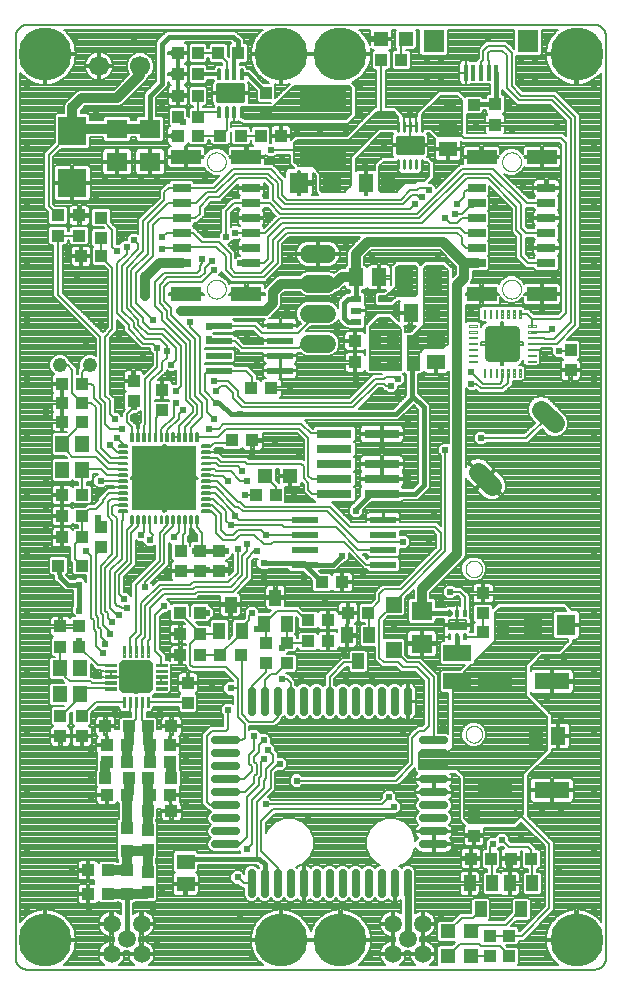
<source format=gtl>
G75*
%MOIN*%
%OFA0B0*%
%FSLAX25Y25*%
%IPPOS*%
%LPD*%
%AMOC8*
5,1,8,0,0,1.08239X$1,22.5*
%
%ADD10R,0.21260X0.21260*%
%ADD11C,0.00591*%
%ADD12R,0.08661X0.02362*%
%ADD13R,0.04331X0.03937*%
%ADD14R,0.03543X0.02362*%
%ADD15R,0.05118X0.05906*%
%ADD16R,0.05906X0.05118*%
%ADD17R,0.03937X0.04331*%
%ADD18R,0.05512X0.09449*%
%ADD19R,0.04724X0.04724*%
%ADD20C,0.00500*%
%ADD21C,0.17717*%
%ADD22R,0.05906X0.03150*%
%ADD23R,0.09843X0.04724*%
%ADD24C,0.00000*%
%ADD25R,0.04724X0.05512*%
%ADD26R,0.03937X0.03937*%
%ADD27C,0.04800*%
%ADD28R,0.01378X0.05512*%
%ADD29R,0.07087X0.07480*%
%ADD30C,0.02953*%
%ADD31C,0.00492*%
%ADD32C,0.02756*%
%ADD33R,0.11811X0.05512*%
%ADD34R,0.05512X0.05512*%
%ADD35R,0.03937X0.05512*%
%ADD36C,0.00709*%
%ADD37R,0.07087X0.06299*%
%ADD38R,0.06299X0.07087*%
%ADD39R,0.09449X0.05512*%
%ADD40C,0.05906*%
%ADD41C,0.03307*%
%ADD42C,0.00354*%
%ADD43R,0.11811X0.03150*%
%ADD44C,0.06000*%
%ADD45C,0.01299*%
%ADD46C,0.06693*%
%ADD47R,0.09449X0.09449*%
%ADD48R,0.15748X0.07087*%
%ADD49C,0.06496*%
%ADD50C,0.01624*%
%ADD51C,0.00984*%
%ADD52C,0.00787*%
%ADD53C,0.02381*%
%ADD54C,0.01600*%
%ADD55C,0.03200*%
%ADD56C,0.02400*%
%ADD57C,0.01200*%
D10*
X0054606Y0168780D03*
D11*
X0053327Y0181279D02*
X0053327Y0183839D01*
X0053917Y0183839D01*
X0053917Y0181279D01*
X0053327Y0181279D01*
X0053327Y0181869D02*
X0053917Y0181869D01*
X0053917Y0182459D02*
X0053327Y0182459D01*
X0053327Y0183049D02*
X0053917Y0183049D01*
X0053917Y0183639D02*
X0053327Y0183639D01*
X0051359Y0183839D02*
X0051359Y0181279D01*
X0051359Y0183839D02*
X0051949Y0183839D01*
X0051949Y0181279D01*
X0051359Y0181279D01*
X0051359Y0181869D02*
X0051949Y0181869D01*
X0051949Y0182459D02*
X0051359Y0182459D01*
X0051359Y0183049D02*
X0051949Y0183049D01*
X0051949Y0183639D02*
X0051359Y0183639D01*
X0049390Y0183839D02*
X0049390Y0181279D01*
X0049390Y0183839D02*
X0049980Y0183839D01*
X0049980Y0181279D01*
X0049390Y0181279D01*
X0049390Y0181869D02*
X0049980Y0181869D01*
X0049980Y0182459D02*
X0049390Y0182459D01*
X0049390Y0183049D02*
X0049980Y0183049D01*
X0049980Y0183639D02*
X0049390Y0183639D01*
X0047422Y0183839D02*
X0047422Y0181279D01*
X0047422Y0183839D02*
X0048012Y0183839D01*
X0048012Y0181279D01*
X0047422Y0181279D01*
X0047422Y0181869D02*
X0048012Y0181869D01*
X0048012Y0182459D02*
X0047422Y0182459D01*
X0047422Y0183049D02*
X0048012Y0183049D01*
X0048012Y0183639D02*
X0047422Y0183639D01*
X0045453Y0183839D02*
X0045453Y0181279D01*
X0045453Y0183839D02*
X0046043Y0183839D01*
X0046043Y0181279D01*
X0045453Y0181279D01*
X0045453Y0181869D02*
X0046043Y0181869D01*
X0046043Y0182459D02*
X0045453Y0182459D01*
X0045453Y0183049D02*
X0046043Y0183049D01*
X0046043Y0183639D02*
X0045453Y0183639D01*
X0043485Y0183839D02*
X0043485Y0181279D01*
X0043485Y0183839D02*
X0044075Y0183839D01*
X0044075Y0181279D01*
X0043485Y0181279D01*
X0043485Y0181869D02*
X0044075Y0181869D01*
X0044075Y0182459D02*
X0043485Y0182459D01*
X0043485Y0183049D02*
X0044075Y0183049D01*
X0044075Y0183639D02*
X0043485Y0183639D01*
X0042107Y0179311D02*
X0039547Y0179311D01*
X0039547Y0179901D01*
X0042107Y0179901D01*
X0042107Y0179311D01*
X0042107Y0179901D02*
X0039547Y0179901D01*
X0039547Y0177343D02*
X0042107Y0177343D01*
X0039547Y0177343D02*
X0039547Y0177933D01*
X0042107Y0177933D01*
X0042107Y0177343D01*
X0042107Y0177933D02*
X0039547Y0177933D01*
X0039547Y0175374D02*
X0042107Y0175374D01*
X0039547Y0175374D02*
X0039547Y0175964D01*
X0042107Y0175964D01*
X0042107Y0175374D01*
X0042107Y0175964D02*
X0039547Y0175964D01*
X0039547Y0173406D02*
X0042107Y0173406D01*
X0039547Y0173406D02*
X0039547Y0173996D01*
X0042107Y0173996D01*
X0042107Y0173406D01*
X0042107Y0173996D02*
X0039547Y0173996D01*
X0039547Y0171437D02*
X0042107Y0171437D01*
X0039547Y0171437D02*
X0039547Y0172027D01*
X0042107Y0172027D01*
X0042107Y0171437D01*
X0042107Y0172027D02*
X0039547Y0172027D01*
X0039547Y0169469D02*
X0042107Y0169469D01*
X0039547Y0169469D02*
X0039547Y0170059D01*
X0042107Y0170059D01*
X0042107Y0169469D01*
X0042107Y0170059D02*
X0039547Y0170059D01*
X0039547Y0167500D02*
X0042107Y0167500D01*
X0039547Y0167500D02*
X0039547Y0168090D01*
X0042107Y0168090D01*
X0042107Y0167500D01*
X0042107Y0168090D02*
X0039547Y0168090D01*
X0039547Y0165532D02*
X0042107Y0165532D01*
X0039547Y0165532D02*
X0039547Y0166122D01*
X0042107Y0166122D01*
X0042107Y0165532D01*
X0042107Y0166122D02*
X0039547Y0166122D01*
X0039547Y0163563D02*
X0042107Y0163563D01*
X0039547Y0163563D02*
X0039547Y0164153D01*
X0042107Y0164153D01*
X0042107Y0163563D01*
X0042107Y0164153D02*
X0039547Y0164153D01*
X0039547Y0161595D02*
X0042107Y0161595D01*
X0039547Y0161595D02*
X0039547Y0162185D01*
X0042107Y0162185D01*
X0042107Y0161595D01*
X0042107Y0162185D02*
X0039547Y0162185D01*
X0039547Y0159626D02*
X0042107Y0159626D01*
X0039547Y0159626D02*
X0039547Y0160216D01*
X0042107Y0160216D01*
X0042107Y0159626D01*
X0042107Y0160216D02*
X0039547Y0160216D01*
X0039547Y0157658D02*
X0042107Y0157658D01*
X0039547Y0157658D02*
X0039547Y0158248D01*
X0042107Y0158248D01*
X0042107Y0157658D01*
X0042107Y0158248D02*
X0039547Y0158248D01*
X0044075Y0156280D02*
X0044075Y0153720D01*
X0043485Y0153720D01*
X0043485Y0156280D01*
X0044075Y0156280D01*
X0044075Y0154310D02*
X0043485Y0154310D01*
X0043485Y0154900D02*
X0044075Y0154900D01*
X0044075Y0155490D02*
X0043485Y0155490D01*
X0043485Y0156080D02*
X0044075Y0156080D01*
X0046043Y0156280D02*
X0046043Y0153720D01*
X0045453Y0153720D01*
X0045453Y0156280D01*
X0046043Y0156280D01*
X0046043Y0154310D02*
X0045453Y0154310D01*
X0045453Y0154900D02*
X0046043Y0154900D01*
X0046043Y0155490D02*
X0045453Y0155490D01*
X0045453Y0156080D02*
X0046043Y0156080D01*
X0048012Y0156280D02*
X0048012Y0153720D01*
X0047422Y0153720D01*
X0047422Y0156280D01*
X0048012Y0156280D01*
X0048012Y0154310D02*
X0047422Y0154310D01*
X0047422Y0154900D02*
X0048012Y0154900D01*
X0048012Y0155490D02*
X0047422Y0155490D01*
X0047422Y0156080D02*
X0048012Y0156080D01*
X0049980Y0156280D02*
X0049980Y0153720D01*
X0049390Y0153720D01*
X0049390Y0156280D01*
X0049980Y0156280D01*
X0049980Y0154310D02*
X0049390Y0154310D01*
X0049390Y0154900D02*
X0049980Y0154900D01*
X0049980Y0155490D02*
X0049390Y0155490D01*
X0049390Y0156080D02*
X0049980Y0156080D01*
X0051949Y0156280D02*
X0051949Y0153720D01*
X0051359Y0153720D01*
X0051359Y0156280D01*
X0051949Y0156280D01*
X0051949Y0154310D02*
X0051359Y0154310D01*
X0051359Y0154900D02*
X0051949Y0154900D01*
X0051949Y0155490D02*
X0051359Y0155490D01*
X0051359Y0156080D02*
X0051949Y0156080D01*
X0053917Y0156280D02*
X0053917Y0153720D01*
X0053327Y0153720D01*
X0053327Y0156280D01*
X0053917Y0156280D01*
X0053917Y0154310D02*
X0053327Y0154310D01*
X0053327Y0154900D02*
X0053917Y0154900D01*
X0053917Y0155490D02*
X0053327Y0155490D01*
X0053327Y0156080D02*
X0053917Y0156080D01*
X0055886Y0156280D02*
X0055886Y0153720D01*
X0055296Y0153720D01*
X0055296Y0156280D01*
X0055886Y0156280D01*
X0055886Y0154310D02*
X0055296Y0154310D01*
X0055296Y0154900D02*
X0055886Y0154900D01*
X0055886Y0155490D02*
X0055296Y0155490D01*
X0055296Y0156080D02*
X0055886Y0156080D01*
X0057854Y0156280D02*
X0057854Y0153720D01*
X0057264Y0153720D01*
X0057264Y0156280D01*
X0057854Y0156280D01*
X0057854Y0154310D02*
X0057264Y0154310D01*
X0057264Y0154900D02*
X0057854Y0154900D01*
X0057854Y0155490D02*
X0057264Y0155490D01*
X0057264Y0156080D02*
X0057854Y0156080D01*
X0059823Y0156280D02*
X0059823Y0153720D01*
X0059233Y0153720D01*
X0059233Y0156280D01*
X0059823Y0156280D01*
X0059823Y0154310D02*
X0059233Y0154310D01*
X0059233Y0154900D02*
X0059823Y0154900D01*
X0059823Y0155490D02*
X0059233Y0155490D01*
X0059233Y0156080D02*
X0059823Y0156080D01*
X0061791Y0156280D02*
X0061791Y0153720D01*
X0061201Y0153720D01*
X0061201Y0156280D01*
X0061791Y0156280D01*
X0061791Y0154310D02*
X0061201Y0154310D01*
X0061201Y0154900D02*
X0061791Y0154900D01*
X0061791Y0155490D02*
X0061201Y0155490D01*
X0061201Y0156080D02*
X0061791Y0156080D01*
X0063760Y0156280D02*
X0063760Y0153720D01*
X0063170Y0153720D01*
X0063170Y0156280D01*
X0063760Y0156280D01*
X0063760Y0154310D02*
X0063170Y0154310D01*
X0063170Y0154900D02*
X0063760Y0154900D01*
X0063760Y0155490D02*
X0063170Y0155490D01*
X0063170Y0156080D02*
X0063760Y0156080D01*
X0065728Y0156280D02*
X0065728Y0153720D01*
X0065138Y0153720D01*
X0065138Y0156280D01*
X0065728Y0156280D01*
X0065728Y0154310D02*
X0065138Y0154310D01*
X0065138Y0154900D02*
X0065728Y0154900D01*
X0065728Y0155490D02*
X0065138Y0155490D01*
X0065138Y0156080D02*
X0065728Y0156080D01*
X0067106Y0158248D02*
X0069666Y0158248D01*
X0069666Y0157658D01*
X0067106Y0157658D01*
X0067106Y0158248D01*
X0069666Y0158248D01*
X0069666Y0160216D02*
X0067106Y0160216D01*
X0069666Y0160216D02*
X0069666Y0159626D01*
X0067106Y0159626D01*
X0067106Y0160216D01*
X0069666Y0160216D01*
X0069666Y0162185D02*
X0067106Y0162185D01*
X0069666Y0162185D02*
X0069666Y0161595D01*
X0067106Y0161595D01*
X0067106Y0162185D01*
X0069666Y0162185D01*
X0069666Y0164153D02*
X0067106Y0164153D01*
X0069666Y0164153D02*
X0069666Y0163563D01*
X0067106Y0163563D01*
X0067106Y0164153D01*
X0069666Y0164153D01*
X0069666Y0166122D02*
X0067106Y0166122D01*
X0069666Y0166122D02*
X0069666Y0165532D01*
X0067106Y0165532D01*
X0067106Y0166122D01*
X0069666Y0166122D01*
X0069666Y0168090D02*
X0067106Y0168090D01*
X0069666Y0168090D02*
X0069666Y0167500D01*
X0067106Y0167500D01*
X0067106Y0168090D01*
X0069666Y0168090D01*
X0069666Y0170059D02*
X0067106Y0170059D01*
X0069666Y0170059D02*
X0069666Y0169469D01*
X0067106Y0169469D01*
X0067106Y0170059D01*
X0069666Y0170059D01*
X0069666Y0172027D02*
X0067106Y0172027D01*
X0069666Y0172027D02*
X0069666Y0171437D01*
X0067106Y0171437D01*
X0067106Y0172027D01*
X0069666Y0172027D01*
X0069666Y0173996D02*
X0067106Y0173996D01*
X0069666Y0173996D02*
X0069666Y0173406D01*
X0067106Y0173406D01*
X0067106Y0173996D01*
X0069666Y0173996D01*
X0069666Y0175964D02*
X0067106Y0175964D01*
X0069666Y0175964D02*
X0069666Y0175374D01*
X0067106Y0175374D01*
X0067106Y0175964D01*
X0069666Y0175964D01*
X0069666Y0177933D02*
X0067106Y0177933D01*
X0069666Y0177933D02*
X0069666Y0177343D01*
X0067106Y0177343D01*
X0067106Y0177933D01*
X0069666Y0177933D01*
X0069666Y0179901D02*
X0067106Y0179901D01*
X0069666Y0179901D02*
X0069666Y0179311D01*
X0067106Y0179311D01*
X0067106Y0179901D01*
X0069666Y0179901D01*
X0065138Y0181279D02*
X0065138Y0183839D01*
X0065728Y0183839D01*
X0065728Y0181279D01*
X0065138Y0181279D01*
X0065138Y0181869D02*
X0065728Y0181869D01*
X0065728Y0182459D02*
X0065138Y0182459D01*
X0065138Y0183049D02*
X0065728Y0183049D01*
X0065728Y0183639D02*
X0065138Y0183639D01*
X0063170Y0183839D02*
X0063170Y0181279D01*
X0063170Y0183839D02*
X0063760Y0183839D01*
X0063760Y0181279D01*
X0063170Y0181279D01*
X0063170Y0181869D02*
X0063760Y0181869D01*
X0063760Y0182459D02*
X0063170Y0182459D01*
X0063170Y0183049D02*
X0063760Y0183049D01*
X0063760Y0183639D02*
X0063170Y0183639D01*
X0061201Y0183839D02*
X0061201Y0181279D01*
X0061201Y0183839D02*
X0061791Y0183839D01*
X0061791Y0181279D01*
X0061201Y0181279D01*
X0061201Y0181869D02*
X0061791Y0181869D01*
X0061791Y0182459D02*
X0061201Y0182459D01*
X0061201Y0183049D02*
X0061791Y0183049D01*
X0061791Y0183639D02*
X0061201Y0183639D01*
X0059233Y0183839D02*
X0059233Y0181279D01*
X0059233Y0183839D02*
X0059823Y0183839D01*
X0059823Y0181279D01*
X0059233Y0181279D01*
X0059233Y0181869D02*
X0059823Y0181869D01*
X0059823Y0182459D02*
X0059233Y0182459D01*
X0059233Y0183049D02*
X0059823Y0183049D01*
X0059823Y0183639D02*
X0059233Y0183639D01*
X0057264Y0183839D02*
X0057264Y0181279D01*
X0057264Y0183839D02*
X0057854Y0183839D01*
X0057854Y0181279D01*
X0057264Y0181279D01*
X0057264Y0181869D02*
X0057854Y0181869D01*
X0057854Y0182459D02*
X0057264Y0182459D01*
X0057264Y0183049D02*
X0057854Y0183049D01*
X0057854Y0183639D02*
X0057264Y0183639D01*
X0055296Y0183839D02*
X0055296Y0181279D01*
X0055296Y0183839D02*
X0055886Y0183839D01*
X0055886Y0181279D01*
X0055296Y0181279D01*
X0055296Y0181869D02*
X0055886Y0181869D01*
X0055886Y0182459D02*
X0055296Y0182459D01*
X0055296Y0183049D02*
X0055886Y0183049D01*
X0055886Y0183639D02*
X0055296Y0183639D01*
X0072520Y0289154D02*
X0073110Y0289154D01*
X0072520Y0289154D02*
X0072520Y0292500D01*
X0073110Y0292500D01*
X0073110Y0289154D01*
X0073110Y0289744D02*
X0072520Y0289744D01*
X0072520Y0290334D02*
X0073110Y0290334D01*
X0073110Y0290924D02*
X0072520Y0290924D01*
X0072520Y0291514D02*
X0073110Y0291514D01*
X0073110Y0292104D02*
X0072520Y0292104D01*
X0075079Y0289154D02*
X0075669Y0289154D01*
X0075079Y0289154D02*
X0075079Y0292500D01*
X0075669Y0292500D01*
X0075669Y0289154D01*
X0075669Y0289744D02*
X0075079Y0289744D01*
X0075079Y0290334D02*
X0075669Y0290334D01*
X0075669Y0290924D02*
X0075079Y0290924D01*
X0075079Y0291514D02*
X0075669Y0291514D01*
X0075669Y0292104D02*
X0075079Y0292104D01*
X0077638Y0289154D02*
X0078228Y0289154D01*
X0077638Y0289154D02*
X0077638Y0292500D01*
X0078228Y0292500D01*
X0078228Y0289154D01*
X0078228Y0289744D02*
X0077638Y0289744D01*
X0077638Y0290334D02*
X0078228Y0290334D01*
X0078228Y0290924D02*
X0077638Y0290924D01*
X0077638Y0291514D02*
X0078228Y0291514D01*
X0078228Y0292104D02*
X0077638Y0292104D01*
X0080197Y0289154D02*
X0080787Y0289154D01*
X0080197Y0289154D02*
X0080197Y0292500D01*
X0080787Y0292500D01*
X0080787Y0289154D01*
X0080787Y0289744D02*
X0080197Y0289744D01*
X0080197Y0290334D02*
X0080787Y0290334D01*
X0080787Y0290924D02*
X0080197Y0290924D01*
X0080197Y0291514D02*
X0080787Y0291514D01*
X0080787Y0292104D02*
X0080197Y0292104D01*
X0080197Y0301752D02*
X0080787Y0301752D01*
X0080197Y0301752D02*
X0080197Y0305098D01*
X0080787Y0305098D01*
X0080787Y0301752D01*
X0080787Y0302342D02*
X0080197Y0302342D01*
X0080197Y0302932D02*
X0080787Y0302932D01*
X0080787Y0303522D02*
X0080197Y0303522D01*
X0080197Y0304112D02*
X0080787Y0304112D01*
X0080787Y0304702D02*
X0080197Y0304702D01*
X0078228Y0301752D02*
X0077638Y0301752D01*
X0077638Y0305098D01*
X0078228Y0305098D01*
X0078228Y0301752D01*
X0078228Y0302342D02*
X0077638Y0302342D01*
X0077638Y0302932D02*
X0078228Y0302932D01*
X0078228Y0303522D02*
X0077638Y0303522D01*
X0077638Y0304112D02*
X0078228Y0304112D01*
X0078228Y0304702D02*
X0077638Y0304702D01*
X0075669Y0301752D02*
X0075079Y0301752D01*
X0075079Y0305098D01*
X0075669Y0305098D01*
X0075669Y0301752D01*
X0075669Y0302342D02*
X0075079Y0302342D01*
X0075079Y0302932D02*
X0075669Y0302932D01*
X0075669Y0303522D02*
X0075079Y0303522D01*
X0075079Y0304112D02*
X0075669Y0304112D01*
X0075669Y0304702D02*
X0075079Y0304702D01*
X0073110Y0301752D02*
X0072520Y0301752D01*
X0072520Y0305098D01*
X0073110Y0305098D01*
X0073110Y0301752D01*
X0073110Y0302342D02*
X0072520Y0302342D01*
X0072520Y0302932D02*
X0073110Y0302932D01*
X0073110Y0303522D02*
X0072520Y0303522D01*
X0072520Y0304112D02*
X0073110Y0304112D01*
X0073110Y0304702D02*
X0072520Y0304702D01*
X0149390Y0124784D02*
X0149980Y0124784D01*
X0149980Y0123012D01*
X0149390Y0123012D01*
X0149390Y0124784D01*
X0149390Y0123602D02*
X0149980Y0123602D01*
X0149980Y0124192D02*
X0149390Y0124192D01*
X0149390Y0124782D02*
X0149980Y0124782D01*
X0151949Y0124784D02*
X0152539Y0124784D01*
X0152539Y0123012D01*
X0151949Y0123012D01*
X0151949Y0124784D01*
X0151949Y0123602D02*
X0152539Y0123602D01*
X0152539Y0124192D02*
X0151949Y0124192D01*
X0151949Y0124782D02*
X0152539Y0124782D01*
X0154508Y0124784D02*
X0155098Y0124784D01*
X0155098Y0123012D01*
X0154508Y0123012D01*
X0154508Y0124784D01*
X0154508Y0123602D02*
X0155098Y0123602D01*
X0155098Y0124192D02*
X0154508Y0124192D01*
X0154508Y0124782D02*
X0155098Y0124782D01*
X0155098Y0116910D02*
X0154508Y0116910D01*
X0155098Y0116910D02*
X0155098Y0115138D01*
X0154508Y0115138D01*
X0154508Y0116910D01*
X0154508Y0115728D02*
X0155098Y0115728D01*
X0155098Y0116318D02*
X0154508Y0116318D01*
X0154508Y0116908D02*
X0155098Y0116908D01*
X0152539Y0116910D02*
X0151949Y0116910D01*
X0152539Y0116910D02*
X0152539Y0115138D01*
X0151949Y0115138D01*
X0151949Y0116910D01*
X0151949Y0115728D02*
X0152539Y0115728D01*
X0152539Y0116318D02*
X0151949Y0116318D01*
X0151949Y0116908D02*
X0152539Y0116908D01*
X0149980Y0116910D02*
X0149390Y0116910D01*
X0149980Y0116910D02*
X0149980Y0115138D01*
X0149390Y0115138D01*
X0149390Y0116910D01*
X0149390Y0115728D02*
X0149980Y0115728D01*
X0149980Y0116318D02*
X0149390Y0116318D01*
X0149390Y0116908D02*
X0149980Y0116908D01*
D12*
X0127559Y0140020D03*
X0127559Y0145020D03*
X0127559Y0150020D03*
X0127559Y0155020D03*
X0101339Y0155020D03*
X0101339Y0150020D03*
X0101339Y0145020D03*
X0101339Y0140020D03*
X0093189Y0204587D03*
X0093189Y0209587D03*
X0093189Y0214587D03*
X0093189Y0219587D03*
X0072717Y0219587D03*
X0072717Y0214587D03*
X0072717Y0209587D03*
X0072717Y0204587D03*
D13*
X0083543Y0198701D03*
X0090236Y0198701D03*
X0083937Y0181378D03*
X0077244Y0181378D03*
X0053819Y0191417D03*
X0053819Y0198110D03*
X0027244Y0200276D03*
X0027244Y0193976D03*
X0027244Y0187677D03*
X0020551Y0187677D03*
X0020551Y0193976D03*
X0020551Y0200276D03*
X0020551Y0163268D03*
X0027244Y0163268D03*
X0027244Y0156181D03*
X0020551Y0156181D03*
X0020551Y0149094D03*
X0027244Y0149094D03*
X0033346Y0145748D03*
X0033346Y0152441D03*
X0059921Y0123898D03*
X0059921Y0116811D03*
X0059921Y0109724D03*
X0066614Y0109724D03*
X0066614Y0116811D03*
X0066614Y0123898D03*
X0088465Y0113858D03*
X0088465Y0107165D03*
X0095551Y0107165D03*
X0095551Y0113858D03*
X0102441Y0114449D03*
X0109134Y0114449D03*
X0109134Y0121535D03*
X0102441Y0121535D03*
X0107165Y0134134D03*
X0113858Y0134134D03*
X0160906Y0130394D03*
X0160906Y0123701D03*
X0137480Y0214449D03*
X0130787Y0214449D03*
X0124882Y0214449D03*
X0118189Y0214449D03*
X0080000Y0282953D03*
X0073307Y0282953D03*
X0065827Y0282953D03*
X0059134Y0282953D03*
X0033346Y0255591D03*
X0033346Y0248898D03*
X0026260Y0249685D03*
X0026260Y0256378D03*
X0019173Y0256378D03*
X0019173Y0249685D03*
X0035512Y0079803D03*
X0035512Y0074291D03*
X0042205Y0074291D03*
X0042205Y0079803D03*
X0049685Y0079803D03*
X0049685Y0074291D03*
X0056378Y0074291D03*
X0056378Y0079803D03*
X0056378Y0063268D03*
X0049685Y0063268D03*
X0042205Y0063268D03*
X0035512Y0063268D03*
X0035906Y0038071D03*
X0035906Y0030197D03*
X0029213Y0030197D03*
X0029213Y0038071D03*
X0163268Y0016220D03*
X0169567Y0016220D03*
X0169567Y0009528D03*
X0163268Y0009528D03*
D14*
X0127638Y0220945D03*
X0127638Y0228425D03*
X0118583Y0228425D03*
X0118583Y0224685D03*
X0118583Y0220945D03*
D15*
X0118583Y0235709D03*
X0126063Y0235709D03*
X0136693Y0223898D03*
X0144173Y0223898D03*
X0129213Y0267205D03*
X0121732Y0267205D03*
X0178425Y0082953D03*
X0185906Y0082953D03*
D16*
X0145157Y0207559D03*
X0145157Y0215039D03*
X0149094Y0278425D03*
X0149094Y0285906D03*
X0061693Y0041024D03*
X0061693Y0033543D03*
D17*
X0049094Y0030787D03*
X0049094Y0037480D03*
X0049094Y0044961D03*
X0049094Y0051654D03*
X0027047Y0082756D03*
X0027047Y0089449D03*
X0019961Y0089449D03*
X0019961Y0082756D03*
X0019961Y0112677D03*
X0019961Y0119370D03*
X0026260Y0119370D03*
X0026260Y0112677D03*
X0060118Y0137874D03*
X0060118Y0144567D03*
X0066417Y0144567D03*
X0072717Y0144567D03*
X0072717Y0137874D03*
X0066417Y0137874D03*
X0073307Y0109724D03*
X0080000Y0109724D03*
X0062480Y0100472D03*
X0062480Y0093780D03*
X0115827Y0123898D03*
X0122520Y0123898D03*
X0091811Y0163268D03*
X0085118Y0163268D03*
X0118189Y0207362D03*
X0124882Y0207362D03*
X0130787Y0207362D03*
X0137480Y0207362D03*
X0190039Y0204803D03*
X0190039Y0211496D03*
X0164843Y0286693D03*
X0164843Y0293386D03*
X0133543Y0308150D03*
X0126850Y0308150D03*
X0093386Y0282953D03*
X0086693Y0282953D03*
X0088465Y0290630D03*
X0088465Y0297323D03*
X0079213Y0310512D03*
X0072520Y0310512D03*
X0065827Y0310512D03*
X0059134Y0310512D03*
X0059134Y0303425D03*
X0065827Y0303425D03*
X0065827Y0296339D03*
X0059134Y0296339D03*
X0059134Y0289252D03*
X0065827Y0289252D03*
X0033543Y0242795D03*
X0026850Y0242795D03*
X0044370Y0201260D03*
X0044370Y0194567D03*
X0157756Y0056378D03*
X0157756Y0049685D03*
X0156772Y0042008D03*
X0163465Y0042008D03*
X0170157Y0042008D03*
X0176850Y0042008D03*
X0167402Y0117598D03*
X0160709Y0117598D03*
D18*
X0144370Y0234134D03*
X0134921Y0234134D03*
D19*
X0096535Y0169567D03*
X0088268Y0169567D03*
X0126850Y0315236D03*
X0135118Y0315236D03*
X0149094Y0017795D03*
X0156969Y0017795D03*
X0156969Y0009528D03*
X0149094Y0009528D03*
D20*
X0005000Y0008937D02*
X0005000Y0316024D01*
X0005002Y0316148D01*
X0005008Y0316271D01*
X0005017Y0316395D01*
X0005031Y0316517D01*
X0005048Y0316640D01*
X0005070Y0316762D01*
X0005095Y0316883D01*
X0005124Y0317003D01*
X0005156Y0317122D01*
X0005193Y0317241D01*
X0005233Y0317358D01*
X0005276Y0317473D01*
X0005324Y0317588D01*
X0005375Y0317700D01*
X0005429Y0317811D01*
X0005487Y0317921D01*
X0005548Y0318028D01*
X0005613Y0318134D01*
X0005681Y0318237D01*
X0005752Y0318338D01*
X0005826Y0318437D01*
X0005903Y0318534D01*
X0005984Y0318628D01*
X0006067Y0318719D01*
X0006153Y0318808D01*
X0006242Y0318894D01*
X0006333Y0318977D01*
X0006427Y0319058D01*
X0006524Y0319135D01*
X0006623Y0319209D01*
X0006724Y0319280D01*
X0006827Y0319348D01*
X0006933Y0319413D01*
X0007040Y0319474D01*
X0007150Y0319532D01*
X0007261Y0319586D01*
X0007373Y0319637D01*
X0007488Y0319685D01*
X0007603Y0319728D01*
X0007720Y0319768D01*
X0007839Y0319805D01*
X0007958Y0319837D01*
X0008078Y0319866D01*
X0008199Y0319891D01*
X0008321Y0319913D01*
X0008444Y0319930D01*
X0008566Y0319944D01*
X0008690Y0319953D01*
X0008813Y0319959D01*
X0008937Y0319961D01*
X0197913Y0319961D01*
X0198037Y0319959D01*
X0198160Y0319953D01*
X0198284Y0319944D01*
X0198406Y0319930D01*
X0198529Y0319913D01*
X0198651Y0319891D01*
X0198772Y0319866D01*
X0198892Y0319837D01*
X0199011Y0319805D01*
X0199130Y0319768D01*
X0199247Y0319728D01*
X0199362Y0319685D01*
X0199477Y0319637D01*
X0199589Y0319586D01*
X0199700Y0319532D01*
X0199810Y0319474D01*
X0199917Y0319413D01*
X0200023Y0319348D01*
X0200126Y0319280D01*
X0200227Y0319209D01*
X0200326Y0319135D01*
X0200423Y0319058D01*
X0200517Y0318977D01*
X0200608Y0318894D01*
X0200697Y0318808D01*
X0200783Y0318719D01*
X0200866Y0318628D01*
X0200947Y0318534D01*
X0201024Y0318437D01*
X0201098Y0318338D01*
X0201169Y0318237D01*
X0201237Y0318134D01*
X0201302Y0318028D01*
X0201363Y0317921D01*
X0201421Y0317811D01*
X0201475Y0317700D01*
X0201526Y0317588D01*
X0201574Y0317473D01*
X0201617Y0317358D01*
X0201657Y0317241D01*
X0201694Y0317122D01*
X0201726Y0317003D01*
X0201755Y0316883D01*
X0201780Y0316762D01*
X0201802Y0316640D01*
X0201819Y0316517D01*
X0201833Y0316395D01*
X0201842Y0316271D01*
X0201848Y0316148D01*
X0201850Y0316024D01*
X0201850Y0008937D01*
X0201848Y0008813D01*
X0201842Y0008690D01*
X0201833Y0008566D01*
X0201819Y0008444D01*
X0201802Y0008321D01*
X0201780Y0008199D01*
X0201755Y0008078D01*
X0201726Y0007958D01*
X0201694Y0007839D01*
X0201657Y0007720D01*
X0201617Y0007603D01*
X0201574Y0007488D01*
X0201526Y0007373D01*
X0201475Y0007261D01*
X0201421Y0007150D01*
X0201363Y0007040D01*
X0201302Y0006933D01*
X0201237Y0006827D01*
X0201169Y0006724D01*
X0201098Y0006623D01*
X0201024Y0006524D01*
X0200947Y0006427D01*
X0200866Y0006333D01*
X0200783Y0006242D01*
X0200697Y0006153D01*
X0200608Y0006067D01*
X0200517Y0005984D01*
X0200423Y0005903D01*
X0200326Y0005826D01*
X0200227Y0005752D01*
X0200126Y0005681D01*
X0200023Y0005613D01*
X0199917Y0005548D01*
X0199810Y0005487D01*
X0199700Y0005429D01*
X0199589Y0005375D01*
X0199477Y0005324D01*
X0199362Y0005276D01*
X0199247Y0005233D01*
X0199130Y0005193D01*
X0199011Y0005156D01*
X0198892Y0005124D01*
X0198772Y0005095D01*
X0198651Y0005070D01*
X0198529Y0005048D01*
X0198406Y0005031D01*
X0198284Y0005017D01*
X0198160Y0005008D01*
X0198037Y0005002D01*
X0197913Y0005000D01*
X0008937Y0005000D01*
X0008813Y0005002D01*
X0008690Y0005008D01*
X0008566Y0005017D01*
X0008444Y0005031D01*
X0008321Y0005048D01*
X0008199Y0005070D01*
X0008078Y0005095D01*
X0007958Y0005124D01*
X0007839Y0005156D01*
X0007720Y0005193D01*
X0007603Y0005233D01*
X0007488Y0005276D01*
X0007373Y0005324D01*
X0007261Y0005375D01*
X0007150Y0005429D01*
X0007040Y0005487D01*
X0006933Y0005548D01*
X0006827Y0005613D01*
X0006724Y0005681D01*
X0006623Y0005752D01*
X0006524Y0005826D01*
X0006427Y0005903D01*
X0006333Y0005984D01*
X0006242Y0006067D01*
X0006153Y0006153D01*
X0006067Y0006242D01*
X0005984Y0006333D01*
X0005903Y0006427D01*
X0005826Y0006524D01*
X0005752Y0006623D01*
X0005681Y0006724D01*
X0005613Y0006827D01*
X0005548Y0006933D01*
X0005487Y0007040D01*
X0005429Y0007150D01*
X0005375Y0007261D01*
X0005324Y0007373D01*
X0005276Y0007488D01*
X0005233Y0007603D01*
X0005193Y0007720D01*
X0005156Y0007839D01*
X0005124Y0007958D01*
X0005095Y0008078D01*
X0005070Y0008199D01*
X0005048Y0008321D01*
X0005031Y0008444D01*
X0005017Y0008566D01*
X0005008Y0008690D01*
X0005002Y0008813D01*
X0005000Y0008937D01*
D21*
X0014843Y0014843D03*
X0093583Y0014843D03*
X0113268Y0014843D03*
X0192008Y0014843D03*
X0192008Y0310118D03*
X0113268Y0310118D03*
X0093583Y0310118D03*
X0014843Y0310118D03*
D22*
X0060315Y0265492D03*
X0060315Y0260492D03*
X0060315Y0255492D03*
X0060315Y0250492D03*
X0060315Y0245492D03*
X0060315Y0240492D03*
X0083543Y0240492D03*
X0083543Y0245492D03*
X0083543Y0250492D03*
X0083543Y0255492D03*
X0083543Y0260492D03*
X0083543Y0265492D03*
X0158740Y0265492D03*
X0158740Y0260492D03*
X0158740Y0255492D03*
X0158740Y0250492D03*
X0158740Y0245492D03*
X0158740Y0240492D03*
X0181969Y0240492D03*
X0181969Y0245492D03*
X0181969Y0250492D03*
X0181969Y0255492D03*
X0181969Y0260492D03*
X0181969Y0265492D03*
D23*
X0180394Y0275866D03*
X0160315Y0275866D03*
X0160315Y0230197D03*
X0180394Y0230197D03*
X0081969Y0230197D03*
X0061890Y0230197D03*
X0061890Y0275866D03*
X0081969Y0275866D03*
D24*
X0068779Y0274232D02*
X0068781Y0274344D01*
X0068787Y0274455D01*
X0068797Y0274567D01*
X0068811Y0274678D01*
X0068828Y0274788D01*
X0068850Y0274898D01*
X0068876Y0275007D01*
X0068905Y0275115D01*
X0068938Y0275221D01*
X0068975Y0275327D01*
X0069016Y0275431D01*
X0069061Y0275534D01*
X0069109Y0275635D01*
X0069160Y0275734D01*
X0069215Y0275831D01*
X0069274Y0275926D01*
X0069335Y0276020D01*
X0069400Y0276111D01*
X0069469Y0276199D01*
X0069540Y0276285D01*
X0069614Y0276369D01*
X0069692Y0276449D01*
X0069772Y0276527D01*
X0069855Y0276603D01*
X0069940Y0276675D01*
X0070028Y0276744D01*
X0070118Y0276810D01*
X0070211Y0276872D01*
X0070306Y0276932D01*
X0070403Y0276988D01*
X0070501Y0277040D01*
X0070602Y0277089D01*
X0070704Y0277134D01*
X0070808Y0277176D01*
X0070913Y0277214D01*
X0071020Y0277248D01*
X0071127Y0277278D01*
X0071236Y0277305D01*
X0071345Y0277327D01*
X0071456Y0277346D01*
X0071566Y0277361D01*
X0071678Y0277372D01*
X0071789Y0277379D01*
X0071901Y0277382D01*
X0072013Y0277381D01*
X0072125Y0277376D01*
X0072236Y0277367D01*
X0072347Y0277354D01*
X0072458Y0277337D01*
X0072568Y0277317D01*
X0072677Y0277292D01*
X0072785Y0277264D01*
X0072892Y0277231D01*
X0072998Y0277195D01*
X0073102Y0277155D01*
X0073205Y0277112D01*
X0073307Y0277065D01*
X0073406Y0277014D01*
X0073504Y0276960D01*
X0073600Y0276902D01*
X0073694Y0276841D01*
X0073785Y0276777D01*
X0073874Y0276710D01*
X0073961Y0276639D01*
X0074045Y0276565D01*
X0074127Y0276489D01*
X0074205Y0276409D01*
X0074281Y0276327D01*
X0074354Y0276242D01*
X0074424Y0276155D01*
X0074490Y0276065D01*
X0074554Y0275973D01*
X0074614Y0275879D01*
X0074671Y0275783D01*
X0074724Y0275684D01*
X0074774Y0275584D01*
X0074820Y0275483D01*
X0074863Y0275379D01*
X0074902Y0275274D01*
X0074937Y0275168D01*
X0074968Y0275061D01*
X0074996Y0274952D01*
X0075019Y0274843D01*
X0075039Y0274733D01*
X0075055Y0274622D01*
X0075067Y0274511D01*
X0075075Y0274400D01*
X0075079Y0274288D01*
X0075079Y0274176D01*
X0075075Y0274064D01*
X0075067Y0273953D01*
X0075055Y0273842D01*
X0075039Y0273731D01*
X0075019Y0273621D01*
X0074996Y0273512D01*
X0074968Y0273403D01*
X0074937Y0273296D01*
X0074902Y0273190D01*
X0074863Y0273085D01*
X0074820Y0272981D01*
X0074774Y0272880D01*
X0074724Y0272780D01*
X0074671Y0272681D01*
X0074614Y0272585D01*
X0074554Y0272491D01*
X0074490Y0272399D01*
X0074424Y0272309D01*
X0074354Y0272222D01*
X0074281Y0272137D01*
X0074205Y0272055D01*
X0074127Y0271975D01*
X0074045Y0271899D01*
X0073961Y0271825D01*
X0073874Y0271754D01*
X0073785Y0271687D01*
X0073694Y0271623D01*
X0073600Y0271562D01*
X0073504Y0271504D01*
X0073406Y0271450D01*
X0073307Y0271399D01*
X0073205Y0271352D01*
X0073102Y0271309D01*
X0072998Y0271269D01*
X0072892Y0271233D01*
X0072785Y0271200D01*
X0072677Y0271172D01*
X0072568Y0271147D01*
X0072458Y0271127D01*
X0072347Y0271110D01*
X0072236Y0271097D01*
X0072125Y0271088D01*
X0072013Y0271083D01*
X0071901Y0271082D01*
X0071789Y0271085D01*
X0071678Y0271092D01*
X0071566Y0271103D01*
X0071456Y0271118D01*
X0071345Y0271137D01*
X0071236Y0271159D01*
X0071127Y0271186D01*
X0071020Y0271216D01*
X0070913Y0271250D01*
X0070808Y0271288D01*
X0070704Y0271330D01*
X0070602Y0271375D01*
X0070501Y0271424D01*
X0070403Y0271476D01*
X0070306Y0271532D01*
X0070211Y0271592D01*
X0070118Y0271654D01*
X0070028Y0271720D01*
X0069940Y0271789D01*
X0069855Y0271861D01*
X0069772Y0271937D01*
X0069692Y0272015D01*
X0069614Y0272095D01*
X0069540Y0272179D01*
X0069469Y0272265D01*
X0069400Y0272353D01*
X0069335Y0272444D01*
X0069274Y0272538D01*
X0069215Y0272633D01*
X0069160Y0272730D01*
X0069109Y0272829D01*
X0069061Y0272930D01*
X0069016Y0273033D01*
X0068975Y0273137D01*
X0068938Y0273243D01*
X0068905Y0273349D01*
X0068876Y0273457D01*
X0068850Y0273566D01*
X0068828Y0273676D01*
X0068811Y0273786D01*
X0068797Y0273897D01*
X0068787Y0274009D01*
X0068781Y0274120D01*
X0068779Y0274232D01*
X0068779Y0231831D02*
X0068781Y0231943D01*
X0068787Y0232054D01*
X0068797Y0232166D01*
X0068811Y0232277D01*
X0068828Y0232387D01*
X0068850Y0232497D01*
X0068876Y0232606D01*
X0068905Y0232714D01*
X0068938Y0232820D01*
X0068975Y0232926D01*
X0069016Y0233030D01*
X0069061Y0233133D01*
X0069109Y0233234D01*
X0069160Y0233333D01*
X0069215Y0233430D01*
X0069274Y0233525D01*
X0069335Y0233619D01*
X0069400Y0233710D01*
X0069469Y0233798D01*
X0069540Y0233884D01*
X0069614Y0233968D01*
X0069692Y0234048D01*
X0069772Y0234126D01*
X0069855Y0234202D01*
X0069940Y0234274D01*
X0070028Y0234343D01*
X0070118Y0234409D01*
X0070211Y0234471D01*
X0070306Y0234531D01*
X0070403Y0234587D01*
X0070501Y0234639D01*
X0070602Y0234688D01*
X0070704Y0234733D01*
X0070808Y0234775D01*
X0070913Y0234813D01*
X0071020Y0234847D01*
X0071127Y0234877D01*
X0071236Y0234904D01*
X0071345Y0234926D01*
X0071456Y0234945D01*
X0071566Y0234960D01*
X0071678Y0234971D01*
X0071789Y0234978D01*
X0071901Y0234981D01*
X0072013Y0234980D01*
X0072125Y0234975D01*
X0072236Y0234966D01*
X0072347Y0234953D01*
X0072458Y0234936D01*
X0072568Y0234916D01*
X0072677Y0234891D01*
X0072785Y0234863D01*
X0072892Y0234830D01*
X0072998Y0234794D01*
X0073102Y0234754D01*
X0073205Y0234711D01*
X0073307Y0234664D01*
X0073406Y0234613D01*
X0073504Y0234559D01*
X0073600Y0234501D01*
X0073694Y0234440D01*
X0073785Y0234376D01*
X0073874Y0234309D01*
X0073961Y0234238D01*
X0074045Y0234164D01*
X0074127Y0234088D01*
X0074205Y0234008D01*
X0074281Y0233926D01*
X0074354Y0233841D01*
X0074424Y0233754D01*
X0074490Y0233664D01*
X0074554Y0233572D01*
X0074614Y0233478D01*
X0074671Y0233382D01*
X0074724Y0233283D01*
X0074774Y0233183D01*
X0074820Y0233082D01*
X0074863Y0232978D01*
X0074902Y0232873D01*
X0074937Y0232767D01*
X0074968Y0232660D01*
X0074996Y0232551D01*
X0075019Y0232442D01*
X0075039Y0232332D01*
X0075055Y0232221D01*
X0075067Y0232110D01*
X0075075Y0231999D01*
X0075079Y0231887D01*
X0075079Y0231775D01*
X0075075Y0231663D01*
X0075067Y0231552D01*
X0075055Y0231441D01*
X0075039Y0231330D01*
X0075019Y0231220D01*
X0074996Y0231111D01*
X0074968Y0231002D01*
X0074937Y0230895D01*
X0074902Y0230789D01*
X0074863Y0230684D01*
X0074820Y0230580D01*
X0074774Y0230479D01*
X0074724Y0230379D01*
X0074671Y0230280D01*
X0074614Y0230184D01*
X0074554Y0230090D01*
X0074490Y0229998D01*
X0074424Y0229908D01*
X0074354Y0229821D01*
X0074281Y0229736D01*
X0074205Y0229654D01*
X0074127Y0229574D01*
X0074045Y0229498D01*
X0073961Y0229424D01*
X0073874Y0229353D01*
X0073785Y0229286D01*
X0073694Y0229222D01*
X0073600Y0229161D01*
X0073504Y0229103D01*
X0073406Y0229049D01*
X0073307Y0228998D01*
X0073205Y0228951D01*
X0073102Y0228908D01*
X0072998Y0228868D01*
X0072892Y0228832D01*
X0072785Y0228799D01*
X0072677Y0228771D01*
X0072568Y0228746D01*
X0072458Y0228726D01*
X0072347Y0228709D01*
X0072236Y0228696D01*
X0072125Y0228687D01*
X0072013Y0228682D01*
X0071901Y0228681D01*
X0071789Y0228684D01*
X0071678Y0228691D01*
X0071566Y0228702D01*
X0071456Y0228717D01*
X0071345Y0228736D01*
X0071236Y0228758D01*
X0071127Y0228785D01*
X0071020Y0228815D01*
X0070913Y0228849D01*
X0070808Y0228887D01*
X0070704Y0228929D01*
X0070602Y0228974D01*
X0070501Y0229023D01*
X0070403Y0229075D01*
X0070306Y0229131D01*
X0070211Y0229191D01*
X0070118Y0229253D01*
X0070028Y0229319D01*
X0069940Y0229388D01*
X0069855Y0229460D01*
X0069772Y0229536D01*
X0069692Y0229614D01*
X0069614Y0229694D01*
X0069540Y0229778D01*
X0069469Y0229864D01*
X0069400Y0229952D01*
X0069335Y0230043D01*
X0069274Y0230137D01*
X0069215Y0230232D01*
X0069160Y0230329D01*
X0069109Y0230428D01*
X0069061Y0230529D01*
X0069016Y0230632D01*
X0068975Y0230736D01*
X0068938Y0230842D01*
X0068905Y0230948D01*
X0068876Y0231056D01*
X0068850Y0231165D01*
X0068828Y0231275D01*
X0068811Y0231385D01*
X0068797Y0231496D01*
X0068787Y0231608D01*
X0068781Y0231719D01*
X0068779Y0231831D01*
X0155000Y0138543D02*
X0155002Y0138648D01*
X0155008Y0138753D01*
X0155018Y0138857D01*
X0155032Y0138961D01*
X0155050Y0139065D01*
X0155072Y0139167D01*
X0155097Y0139269D01*
X0155127Y0139370D01*
X0155160Y0139469D01*
X0155197Y0139567D01*
X0155238Y0139664D01*
X0155283Y0139759D01*
X0155331Y0139852D01*
X0155382Y0139944D01*
X0155438Y0140033D01*
X0155496Y0140120D01*
X0155558Y0140205D01*
X0155622Y0140288D01*
X0155690Y0140368D01*
X0155761Y0140445D01*
X0155835Y0140519D01*
X0155912Y0140591D01*
X0155991Y0140660D01*
X0156073Y0140725D01*
X0156157Y0140788D01*
X0156244Y0140847D01*
X0156333Y0140903D01*
X0156424Y0140956D01*
X0156517Y0141005D01*
X0156611Y0141050D01*
X0156707Y0141092D01*
X0156805Y0141130D01*
X0156904Y0141164D01*
X0157005Y0141195D01*
X0157106Y0141221D01*
X0157209Y0141244D01*
X0157312Y0141263D01*
X0157416Y0141278D01*
X0157520Y0141289D01*
X0157625Y0141296D01*
X0157730Y0141299D01*
X0157835Y0141298D01*
X0157940Y0141293D01*
X0158044Y0141284D01*
X0158148Y0141271D01*
X0158252Y0141254D01*
X0158355Y0141233D01*
X0158457Y0141208D01*
X0158558Y0141180D01*
X0158657Y0141147D01*
X0158756Y0141111D01*
X0158853Y0141071D01*
X0158948Y0141028D01*
X0159042Y0140980D01*
X0159134Y0140930D01*
X0159224Y0140876D01*
X0159312Y0140818D01*
X0159397Y0140757D01*
X0159480Y0140693D01*
X0159561Y0140626D01*
X0159639Y0140556D01*
X0159714Y0140482D01*
X0159786Y0140407D01*
X0159856Y0140328D01*
X0159922Y0140247D01*
X0159986Y0140163D01*
X0160046Y0140077D01*
X0160102Y0139989D01*
X0160156Y0139898D01*
X0160206Y0139806D01*
X0160252Y0139712D01*
X0160295Y0139616D01*
X0160334Y0139518D01*
X0160369Y0139420D01*
X0160400Y0139319D01*
X0160428Y0139218D01*
X0160452Y0139116D01*
X0160472Y0139013D01*
X0160488Y0138909D01*
X0160500Y0138805D01*
X0160508Y0138700D01*
X0160512Y0138595D01*
X0160512Y0138491D01*
X0160508Y0138386D01*
X0160500Y0138281D01*
X0160488Y0138177D01*
X0160472Y0138073D01*
X0160452Y0137970D01*
X0160428Y0137868D01*
X0160400Y0137767D01*
X0160369Y0137666D01*
X0160334Y0137568D01*
X0160295Y0137470D01*
X0160252Y0137374D01*
X0160206Y0137280D01*
X0160156Y0137188D01*
X0160102Y0137097D01*
X0160046Y0137009D01*
X0159986Y0136923D01*
X0159922Y0136839D01*
X0159856Y0136758D01*
X0159786Y0136679D01*
X0159714Y0136604D01*
X0159639Y0136530D01*
X0159561Y0136460D01*
X0159480Y0136393D01*
X0159397Y0136329D01*
X0159312Y0136268D01*
X0159224Y0136210D01*
X0159134Y0136156D01*
X0159042Y0136106D01*
X0158948Y0136058D01*
X0158853Y0136015D01*
X0158756Y0135975D01*
X0158657Y0135939D01*
X0158558Y0135906D01*
X0158457Y0135878D01*
X0158355Y0135853D01*
X0158252Y0135832D01*
X0158148Y0135815D01*
X0158044Y0135802D01*
X0157940Y0135793D01*
X0157835Y0135788D01*
X0157730Y0135787D01*
X0157625Y0135790D01*
X0157520Y0135797D01*
X0157416Y0135808D01*
X0157312Y0135823D01*
X0157209Y0135842D01*
X0157106Y0135865D01*
X0157005Y0135891D01*
X0156904Y0135922D01*
X0156805Y0135956D01*
X0156707Y0135994D01*
X0156611Y0136036D01*
X0156517Y0136081D01*
X0156424Y0136130D01*
X0156333Y0136183D01*
X0156244Y0136239D01*
X0156157Y0136298D01*
X0156073Y0136361D01*
X0155991Y0136426D01*
X0155912Y0136495D01*
X0155835Y0136567D01*
X0155761Y0136641D01*
X0155690Y0136718D01*
X0155622Y0136798D01*
X0155558Y0136881D01*
X0155496Y0136966D01*
X0155438Y0137053D01*
X0155382Y0137142D01*
X0155331Y0137234D01*
X0155283Y0137327D01*
X0155238Y0137422D01*
X0155197Y0137519D01*
X0155160Y0137617D01*
X0155127Y0137716D01*
X0155097Y0137817D01*
X0155072Y0137919D01*
X0155050Y0138021D01*
X0155032Y0138125D01*
X0155018Y0138229D01*
X0155008Y0138333D01*
X0155002Y0138438D01*
X0155000Y0138543D01*
X0155000Y0083425D02*
X0155002Y0083530D01*
X0155008Y0083635D01*
X0155018Y0083739D01*
X0155032Y0083843D01*
X0155050Y0083947D01*
X0155072Y0084049D01*
X0155097Y0084151D01*
X0155127Y0084252D01*
X0155160Y0084351D01*
X0155197Y0084449D01*
X0155238Y0084546D01*
X0155283Y0084641D01*
X0155331Y0084734D01*
X0155382Y0084826D01*
X0155438Y0084915D01*
X0155496Y0085002D01*
X0155558Y0085087D01*
X0155622Y0085170D01*
X0155690Y0085250D01*
X0155761Y0085327D01*
X0155835Y0085401D01*
X0155912Y0085473D01*
X0155991Y0085542D01*
X0156073Y0085607D01*
X0156157Y0085670D01*
X0156244Y0085729D01*
X0156333Y0085785D01*
X0156424Y0085838D01*
X0156517Y0085887D01*
X0156611Y0085932D01*
X0156707Y0085974D01*
X0156805Y0086012D01*
X0156904Y0086046D01*
X0157005Y0086077D01*
X0157106Y0086103D01*
X0157209Y0086126D01*
X0157312Y0086145D01*
X0157416Y0086160D01*
X0157520Y0086171D01*
X0157625Y0086178D01*
X0157730Y0086181D01*
X0157835Y0086180D01*
X0157940Y0086175D01*
X0158044Y0086166D01*
X0158148Y0086153D01*
X0158252Y0086136D01*
X0158355Y0086115D01*
X0158457Y0086090D01*
X0158558Y0086062D01*
X0158657Y0086029D01*
X0158756Y0085993D01*
X0158853Y0085953D01*
X0158948Y0085910D01*
X0159042Y0085862D01*
X0159134Y0085812D01*
X0159224Y0085758D01*
X0159312Y0085700D01*
X0159397Y0085639D01*
X0159480Y0085575D01*
X0159561Y0085508D01*
X0159639Y0085438D01*
X0159714Y0085364D01*
X0159786Y0085289D01*
X0159856Y0085210D01*
X0159922Y0085129D01*
X0159986Y0085045D01*
X0160046Y0084959D01*
X0160102Y0084871D01*
X0160156Y0084780D01*
X0160206Y0084688D01*
X0160252Y0084594D01*
X0160295Y0084498D01*
X0160334Y0084400D01*
X0160369Y0084302D01*
X0160400Y0084201D01*
X0160428Y0084100D01*
X0160452Y0083998D01*
X0160472Y0083895D01*
X0160488Y0083791D01*
X0160500Y0083687D01*
X0160508Y0083582D01*
X0160512Y0083477D01*
X0160512Y0083373D01*
X0160508Y0083268D01*
X0160500Y0083163D01*
X0160488Y0083059D01*
X0160472Y0082955D01*
X0160452Y0082852D01*
X0160428Y0082750D01*
X0160400Y0082649D01*
X0160369Y0082548D01*
X0160334Y0082450D01*
X0160295Y0082352D01*
X0160252Y0082256D01*
X0160206Y0082162D01*
X0160156Y0082070D01*
X0160102Y0081979D01*
X0160046Y0081891D01*
X0159986Y0081805D01*
X0159922Y0081721D01*
X0159856Y0081640D01*
X0159786Y0081561D01*
X0159714Y0081486D01*
X0159639Y0081412D01*
X0159561Y0081342D01*
X0159480Y0081275D01*
X0159397Y0081211D01*
X0159312Y0081150D01*
X0159224Y0081092D01*
X0159134Y0081038D01*
X0159042Y0080988D01*
X0158948Y0080940D01*
X0158853Y0080897D01*
X0158756Y0080857D01*
X0158657Y0080821D01*
X0158558Y0080788D01*
X0158457Y0080760D01*
X0158355Y0080735D01*
X0158252Y0080714D01*
X0158148Y0080697D01*
X0158044Y0080684D01*
X0157940Y0080675D01*
X0157835Y0080670D01*
X0157730Y0080669D01*
X0157625Y0080672D01*
X0157520Y0080679D01*
X0157416Y0080690D01*
X0157312Y0080705D01*
X0157209Y0080724D01*
X0157106Y0080747D01*
X0157005Y0080773D01*
X0156904Y0080804D01*
X0156805Y0080838D01*
X0156707Y0080876D01*
X0156611Y0080918D01*
X0156517Y0080963D01*
X0156424Y0081012D01*
X0156333Y0081065D01*
X0156244Y0081121D01*
X0156157Y0081180D01*
X0156073Y0081243D01*
X0155991Y0081308D01*
X0155912Y0081377D01*
X0155835Y0081449D01*
X0155761Y0081523D01*
X0155690Y0081600D01*
X0155622Y0081680D01*
X0155558Y0081763D01*
X0155496Y0081848D01*
X0155438Y0081935D01*
X0155382Y0082024D01*
X0155331Y0082116D01*
X0155283Y0082209D01*
X0155238Y0082304D01*
X0155197Y0082401D01*
X0155160Y0082499D01*
X0155127Y0082598D01*
X0155097Y0082699D01*
X0155072Y0082801D01*
X0155050Y0082903D01*
X0155032Y0083007D01*
X0155018Y0083111D01*
X0155008Y0083215D01*
X0155002Y0083320D01*
X0155000Y0083425D01*
X0167204Y0231831D02*
X0167206Y0231943D01*
X0167212Y0232054D01*
X0167222Y0232166D01*
X0167236Y0232277D01*
X0167253Y0232387D01*
X0167275Y0232497D01*
X0167301Y0232606D01*
X0167330Y0232714D01*
X0167363Y0232820D01*
X0167400Y0232926D01*
X0167441Y0233030D01*
X0167486Y0233133D01*
X0167534Y0233234D01*
X0167585Y0233333D01*
X0167640Y0233430D01*
X0167699Y0233525D01*
X0167760Y0233619D01*
X0167825Y0233710D01*
X0167894Y0233798D01*
X0167965Y0233884D01*
X0168039Y0233968D01*
X0168117Y0234048D01*
X0168197Y0234126D01*
X0168280Y0234202D01*
X0168365Y0234274D01*
X0168453Y0234343D01*
X0168543Y0234409D01*
X0168636Y0234471D01*
X0168731Y0234531D01*
X0168828Y0234587D01*
X0168926Y0234639D01*
X0169027Y0234688D01*
X0169129Y0234733D01*
X0169233Y0234775D01*
X0169338Y0234813D01*
X0169445Y0234847D01*
X0169552Y0234877D01*
X0169661Y0234904D01*
X0169770Y0234926D01*
X0169881Y0234945D01*
X0169991Y0234960D01*
X0170103Y0234971D01*
X0170214Y0234978D01*
X0170326Y0234981D01*
X0170438Y0234980D01*
X0170550Y0234975D01*
X0170661Y0234966D01*
X0170772Y0234953D01*
X0170883Y0234936D01*
X0170993Y0234916D01*
X0171102Y0234891D01*
X0171210Y0234863D01*
X0171317Y0234830D01*
X0171423Y0234794D01*
X0171527Y0234754D01*
X0171630Y0234711D01*
X0171732Y0234664D01*
X0171831Y0234613D01*
X0171929Y0234559D01*
X0172025Y0234501D01*
X0172119Y0234440D01*
X0172210Y0234376D01*
X0172299Y0234309D01*
X0172386Y0234238D01*
X0172470Y0234164D01*
X0172552Y0234088D01*
X0172630Y0234008D01*
X0172706Y0233926D01*
X0172779Y0233841D01*
X0172849Y0233754D01*
X0172915Y0233664D01*
X0172979Y0233572D01*
X0173039Y0233478D01*
X0173096Y0233382D01*
X0173149Y0233283D01*
X0173199Y0233183D01*
X0173245Y0233082D01*
X0173288Y0232978D01*
X0173327Y0232873D01*
X0173362Y0232767D01*
X0173393Y0232660D01*
X0173421Y0232551D01*
X0173444Y0232442D01*
X0173464Y0232332D01*
X0173480Y0232221D01*
X0173492Y0232110D01*
X0173500Y0231999D01*
X0173504Y0231887D01*
X0173504Y0231775D01*
X0173500Y0231663D01*
X0173492Y0231552D01*
X0173480Y0231441D01*
X0173464Y0231330D01*
X0173444Y0231220D01*
X0173421Y0231111D01*
X0173393Y0231002D01*
X0173362Y0230895D01*
X0173327Y0230789D01*
X0173288Y0230684D01*
X0173245Y0230580D01*
X0173199Y0230479D01*
X0173149Y0230379D01*
X0173096Y0230280D01*
X0173039Y0230184D01*
X0172979Y0230090D01*
X0172915Y0229998D01*
X0172849Y0229908D01*
X0172779Y0229821D01*
X0172706Y0229736D01*
X0172630Y0229654D01*
X0172552Y0229574D01*
X0172470Y0229498D01*
X0172386Y0229424D01*
X0172299Y0229353D01*
X0172210Y0229286D01*
X0172119Y0229222D01*
X0172025Y0229161D01*
X0171929Y0229103D01*
X0171831Y0229049D01*
X0171732Y0228998D01*
X0171630Y0228951D01*
X0171527Y0228908D01*
X0171423Y0228868D01*
X0171317Y0228832D01*
X0171210Y0228799D01*
X0171102Y0228771D01*
X0170993Y0228746D01*
X0170883Y0228726D01*
X0170772Y0228709D01*
X0170661Y0228696D01*
X0170550Y0228687D01*
X0170438Y0228682D01*
X0170326Y0228681D01*
X0170214Y0228684D01*
X0170103Y0228691D01*
X0169991Y0228702D01*
X0169881Y0228717D01*
X0169770Y0228736D01*
X0169661Y0228758D01*
X0169552Y0228785D01*
X0169445Y0228815D01*
X0169338Y0228849D01*
X0169233Y0228887D01*
X0169129Y0228929D01*
X0169027Y0228974D01*
X0168926Y0229023D01*
X0168828Y0229075D01*
X0168731Y0229131D01*
X0168636Y0229191D01*
X0168543Y0229253D01*
X0168453Y0229319D01*
X0168365Y0229388D01*
X0168280Y0229460D01*
X0168197Y0229536D01*
X0168117Y0229614D01*
X0168039Y0229694D01*
X0167965Y0229778D01*
X0167894Y0229864D01*
X0167825Y0229952D01*
X0167760Y0230043D01*
X0167699Y0230137D01*
X0167640Y0230232D01*
X0167585Y0230329D01*
X0167534Y0230428D01*
X0167486Y0230529D01*
X0167441Y0230632D01*
X0167400Y0230736D01*
X0167363Y0230842D01*
X0167330Y0230948D01*
X0167301Y0231056D01*
X0167275Y0231165D01*
X0167253Y0231275D01*
X0167236Y0231385D01*
X0167222Y0231496D01*
X0167212Y0231608D01*
X0167206Y0231719D01*
X0167204Y0231831D01*
X0167204Y0274232D02*
X0167206Y0274344D01*
X0167212Y0274455D01*
X0167222Y0274567D01*
X0167236Y0274678D01*
X0167253Y0274788D01*
X0167275Y0274898D01*
X0167301Y0275007D01*
X0167330Y0275115D01*
X0167363Y0275221D01*
X0167400Y0275327D01*
X0167441Y0275431D01*
X0167486Y0275534D01*
X0167534Y0275635D01*
X0167585Y0275734D01*
X0167640Y0275831D01*
X0167699Y0275926D01*
X0167760Y0276020D01*
X0167825Y0276111D01*
X0167894Y0276199D01*
X0167965Y0276285D01*
X0168039Y0276369D01*
X0168117Y0276449D01*
X0168197Y0276527D01*
X0168280Y0276603D01*
X0168365Y0276675D01*
X0168453Y0276744D01*
X0168543Y0276810D01*
X0168636Y0276872D01*
X0168731Y0276932D01*
X0168828Y0276988D01*
X0168926Y0277040D01*
X0169027Y0277089D01*
X0169129Y0277134D01*
X0169233Y0277176D01*
X0169338Y0277214D01*
X0169445Y0277248D01*
X0169552Y0277278D01*
X0169661Y0277305D01*
X0169770Y0277327D01*
X0169881Y0277346D01*
X0169991Y0277361D01*
X0170103Y0277372D01*
X0170214Y0277379D01*
X0170326Y0277382D01*
X0170438Y0277381D01*
X0170550Y0277376D01*
X0170661Y0277367D01*
X0170772Y0277354D01*
X0170883Y0277337D01*
X0170993Y0277317D01*
X0171102Y0277292D01*
X0171210Y0277264D01*
X0171317Y0277231D01*
X0171423Y0277195D01*
X0171527Y0277155D01*
X0171630Y0277112D01*
X0171732Y0277065D01*
X0171831Y0277014D01*
X0171929Y0276960D01*
X0172025Y0276902D01*
X0172119Y0276841D01*
X0172210Y0276777D01*
X0172299Y0276710D01*
X0172386Y0276639D01*
X0172470Y0276565D01*
X0172552Y0276489D01*
X0172630Y0276409D01*
X0172706Y0276327D01*
X0172779Y0276242D01*
X0172849Y0276155D01*
X0172915Y0276065D01*
X0172979Y0275973D01*
X0173039Y0275879D01*
X0173096Y0275783D01*
X0173149Y0275684D01*
X0173199Y0275584D01*
X0173245Y0275483D01*
X0173288Y0275379D01*
X0173327Y0275274D01*
X0173362Y0275168D01*
X0173393Y0275061D01*
X0173421Y0274952D01*
X0173444Y0274843D01*
X0173464Y0274733D01*
X0173480Y0274622D01*
X0173492Y0274511D01*
X0173500Y0274400D01*
X0173504Y0274288D01*
X0173504Y0274176D01*
X0173500Y0274064D01*
X0173492Y0273953D01*
X0173480Y0273842D01*
X0173464Y0273731D01*
X0173444Y0273621D01*
X0173421Y0273512D01*
X0173393Y0273403D01*
X0173362Y0273296D01*
X0173327Y0273190D01*
X0173288Y0273085D01*
X0173245Y0272981D01*
X0173199Y0272880D01*
X0173149Y0272780D01*
X0173096Y0272681D01*
X0173039Y0272585D01*
X0172979Y0272491D01*
X0172915Y0272399D01*
X0172849Y0272309D01*
X0172779Y0272222D01*
X0172706Y0272137D01*
X0172630Y0272055D01*
X0172552Y0271975D01*
X0172470Y0271899D01*
X0172386Y0271825D01*
X0172299Y0271754D01*
X0172210Y0271687D01*
X0172119Y0271623D01*
X0172025Y0271562D01*
X0171929Y0271504D01*
X0171831Y0271450D01*
X0171732Y0271399D01*
X0171630Y0271352D01*
X0171527Y0271309D01*
X0171423Y0271269D01*
X0171317Y0271233D01*
X0171210Y0271200D01*
X0171102Y0271172D01*
X0170993Y0271147D01*
X0170883Y0271127D01*
X0170772Y0271110D01*
X0170661Y0271097D01*
X0170550Y0271088D01*
X0170438Y0271083D01*
X0170326Y0271082D01*
X0170214Y0271085D01*
X0170103Y0271092D01*
X0169991Y0271103D01*
X0169881Y0271118D01*
X0169770Y0271137D01*
X0169661Y0271159D01*
X0169552Y0271186D01*
X0169445Y0271216D01*
X0169338Y0271250D01*
X0169233Y0271288D01*
X0169129Y0271330D01*
X0169027Y0271375D01*
X0168926Y0271424D01*
X0168828Y0271476D01*
X0168731Y0271532D01*
X0168636Y0271592D01*
X0168543Y0271654D01*
X0168453Y0271720D01*
X0168365Y0271789D01*
X0168280Y0271861D01*
X0168197Y0271937D01*
X0168117Y0272015D01*
X0168039Y0272095D01*
X0167965Y0272179D01*
X0167894Y0272265D01*
X0167825Y0272353D01*
X0167760Y0272444D01*
X0167699Y0272538D01*
X0167640Y0272633D01*
X0167585Y0272730D01*
X0167534Y0272829D01*
X0167486Y0272930D01*
X0167441Y0273033D01*
X0167400Y0273137D01*
X0167363Y0273243D01*
X0167330Y0273349D01*
X0167301Y0273457D01*
X0167275Y0273566D01*
X0167253Y0273676D01*
X0167236Y0273786D01*
X0167222Y0273897D01*
X0167212Y0274009D01*
X0167206Y0274120D01*
X0167204Y0274232D01*
D25*
X0027244Y0180197D03*
X0020551Y0180197D03*
X0020551Y0171535D03*
X0027244Y0171535D03*
X0026457Y0105394D03*
X0026457Y0096732D03*
X0019764Y0096732D03*
X0019764Y0105394D03*
D26*
X0034921Y0086102D03*
X0042795Y0086102D03*
X0049094Y0086102D03*
X0056969Y0086102D03*
X0056969Y0068780D03*
X0049094Y0068780D03*
X0042795Y0068780D03*
X0034921Y0068780D03*
X0042008Y0052244D03*
X0042008Y0044370D03*
X0042008Y0038071D03*
X0042008Y0030197D03*
X0049094Y0057756D03*
X0056969Y0057756D03*
X0027047Y0139646D03*
X0019173Y0139646D03*
X0149882Y0293189D03*
X0157756Y0293189D03*
D27*
X0029685Y0206575D03*
X0019685Y0206575D03*
D28*
X0155000Y0304016D03*
X0157559Y0304016D03*
X0160118Y0304016D03*
X0162677Y0304016D03*
X0165236Y0304016D03*
D29*
X0175866Y0314449D03*
X0144370Y0314449D03*
D30*
X0162776Y0218090D02*
X0171634Y0218090D01*
X0171634Y0209232D01*
X0162776Y0209232D01*
X0162776Y0218090D01*
X0162776Y0212184D02*
X0171634Y0212184D01*
X0171634Y0215136D02*
X0162776Y0215136D01*
X0162776Y0218088D02*
X0171634Y0218088D01*
D31*
X0170896Y0222175D02*
X0170896Y0224833D01*
X0171388Y0224833D01*
X0171388Y0222175D01*
X0170896Y0222175D01*
X0170896Y0222666D02*
X0171388Y0222666D01*
X0171388Y0223157D02*
X0170896Y0223157D01*
X0170896Y0223648D02*
X0171388Y0223648D01*
X0171388Y0224139D02*
X0170896Y0224139D01*
X0170896Y0224630D02*
X0171388Y0224630D01*
X0172864Y0224833D02*
X0172864Y0222175D01*
X0172864Y0224833D02*
X0173356Y0224833D01*
X0173356Y0222175D01*
X0172864Y0222175D01*
X0172864Y0222666D02*
X0173356Y0222666D01*
X0173356Y0223157D02*
X0172864Y0223157D01*
X0172864Y0223648D02*
X0173356Y0223648D01*
X0173356Y0224139D02*
X0172864Y0224139D01*
X0172864Y0224630D02*
X0173356Y0224630D01*
X0168927Y0224833D02*
X0168927Y0222175D01*
X0168927Y0224833D02*
X0169419Y0224833D01*
X0169419Y0222175D01*
X0168927Y0222175D01*
X0168927Y0222666D02*
X0169419Y0222666D01*
X0169419Y0223157D02*
X0168927Y0223157D01*
X0168927Y0223648D02*
X0169419Y0223648D01*
X0169419Y0224139D02*
X0168927Y0224139D01*
X0168927Y0224630D02*
X0169419Y0224630D01*
X0166959Y0224833D02*
X0166959Y0222175D01*
X0166959Y0224833D02*
X0167451Y0224833D01*
X0167451Y0222175D01*
X0166959Y0222175D01*
X0166959Y0222666D02*
X0167451Y0222666D01*
X0167451Y0223157D02*
X0166959Y0223157D01*
X0166959Y0223648D02*
X0167451Y0223648D01*
X0167451Y0224139D02*
X0166959Y0224139D01*
X0166959Y0224630D02*
X0167451Y0224630D01*
X0164990Y0224833D02*
X0164990Y0222175D01*
X0164990Y0224833D02*
X0165482Y0224833D01*
X0165482Y0222175D01*
X0164990Y0222175D01*
X0164990Y0222666D02*
X0165482Y0222666D01*
X0165482Y0223157D02*
X0164990Y0223157D01*
X0164990Y0223648D02*
X0165482Y0223648D01*
X0165482Y0224139D02*
X0164990Y0224139D01*
X0164990Y0224630D02*
X0165482Y0224630D01*
X0163022Y0224833D02*
X0163022Y0222175D01*
X0163022Y0224833D02*
X0163514Y0224833D01*
X0163514Y0222175D01*
X0163022Y0222175D01*
X0163022Y0222666D02*
X0163514Y0222666D01*
X0163514Y0223157D02*
X0163022Y0223157D01*
X0163022Y0223648D02*
X0163514Y0223648D01*
X0163514Y0224139D02*
X0163022Y0224139D01*
X0163022Y0224630D02*
X0163514Y0224630D01*
X0161053Y0224833D02*
X0161053Y0222175D01*
X0161053Y0224833D02*
X0161545Y0224833D01*
X0161545Y0222175D01*
X0161053Y0222175D01*
X0161053Y0222666D02*
X0161545Y0222666D01*
X0161545Y0223157D02*
X0161053Y0223157D01*
X0161053Y0223648D02*
X0161545Y0223648D01*
X0161545Y0224139D02*
X0161053Y0224139D01*
X0161053Y0224630D02*
X0161545Y0224630D01*
X0158691Y0219321D02*
X0156033Y0219321D01*
X0156033Y0219813D01*
X0158691Y0219813D01*
X0158691Y0219321D01*
X0158691Y0219812D02*
X0156033Y0219812D01*
X0156033Y0217352D02*
X0158691Y0217352D01*
X0156033Y0217352D02*
X0156033Y0217844D01*
X0158691Y0217844D01*
X0158691Y0217352D01*
X0158691Y0217843D02*
X0156033Y0217843D01*
X0156033Y0215384D02*
X0158691Y0215384D01*
X0156033Y0215384D02*
X0156033Y0215876D01*
X0158691Y0215876D01*
X0158691Y0215384D01*
X0158691Y0215875D02*
X0156033Y0215875D01*
X0156033Y0213415D02*
X0158691Y0213415D01*
X0156033Y0213415D02*
X0156033Y0213907D01*
X0158691Y0213907D01*
X0158691Y0213415D01*
X0158691Y0213906D02*
X0156033Y0213906D01*
X0156033Y0211939D02*
X0158691Y0211939D01*
X0158691Y0211447D01*
X0156033Y0211447D01*
X0156033Y0211939D01*
X0156033Y0211938D02*
X0158691Y0211938D01*
X0158691Y0209970D02*
X0156033Y0209970D01*
X0158691Y0209970D02*
X0158691Y0209478D01*
X0156033Y0209478D01*
X0156033Y0209970D01*
X0156033Y0209969D02*
X0158691Y0209969D01*
X0158691Y0208002D02*
X0156033Y0208002D01*
X0158691Y0208002D02*
X0158691Y0207510D01*
X0156033Y0207510D01*
X0156033Y0208002D01*
X0156033Y0208001D02*
X0158691Y0208001D01*
X0161545Y0205148D02*
X0161545Y0202490D01*
X0161053Y0202490D01*
X0161053Y0205148D01*
X0161545Y0205148D01*
X0161545Y0202981D02*
X0161053Y0202981D01*
X0161053Y0203472D02*
X0161545Y0203472D01*
X0161545Y0203963D02*
X0161053Y0203963D01*
X0161053Y0204454D02*
X0161545Y0204454D01*
X0161545Y0204945D02*
X0161053Y0204945D01*
X0163514Y0205148D02*
X0163514Y0202490D01*
X0163022Y0202490D01*
X0163022Y0205148D01*
X0163514Y0205148D01*
X0163514Y0202981D02*
X0163022Y0202981D01*
X0163022Y0203472D02*
X0163514Y0203472D01*
X0163514Y0203963D02*
X0163022Y0203963D01*
X0163022Y0204454D02*
X0163514Y0204454D01*
X0163514Y0204945D02*
X0163022Y0204945D01*
X0165482Y0205148D02*
X0165482Y0202490D01*
X0164990Y0202490D01*
X0164990Y0205148D01*
X0165482Y0205148D01*
X0165482Y0202981D02*
X0164990Y0202981D01*
X0164990Y0203472D02*
X0165482Y0203472D01*
X0165482Y0203963D02*
X0164990Y0203963D01*
X0164990Y0204454D02*
X0165482Y0204454D01*
X0165482Y0204945D02*
X0164990Y0204945D01*
X0167451Y0205148D02*
X0167451Y0202490D01*
X0166959Y0202490D01*
X0166959Y0205148D01*
X0167451Y0205148D01*
X0167451Y0202981D02*
X0166959Y0202981D01*
X0166959Y0203472D02*
X0167451Y0203472D01*
X0167451Y0203963D02*
X0166959Y0203963D01*
X0166959Y0204454D02*
X0167451Y0204454D01*
X0167451Y0204945D02*
X0166959Y0204945D01*
X0169419Y0205148D02*
X0169419Y0202490D01*
X0168927Y0202490D01*
X0168927Y0205148D01*
X0169419Y0205148D01*
X0169419Y0202981D02*
X0168927Y0202981D01*
X0168927Y0203472D02*
X0169419Y0203472D01*
X0169419Y0203963D02*
X0168927Y0203963D01*
X0168927Y0204454D02*
X0169419Y0204454D01*
X0169419Y0204945D02*
X0168927Y0204945D01*
X0171388Y0205148D02*
X0171388Y0202490D01*
X0170896Y0202490D01*
X0170896Y0205148D01*
X0171388Y0205148D01*
X0171388Y0202981D02*
X0170896Y0202981D01*
X0170896Y0203472D02*
X0171388Y0203472D01*
X0171388Y0203963D02*
X0170896Y0203963D01*
X0170896Y0204454D02*
X0171388Y0204454D01*
X0171388Y0204945D02*
X0170896Y0204945D01*
X0173356Y0205148D02*
X0173356Y0202490D01*
X0172864Y0202490D01*
X0172864Y0205148D01*
X0173356Y0205148D01*
X0173356Y0202981D02*
X0172864Y0202981D01*
X0172864Y0203472D02*
X0173356Y0203472D01*
X0173356Y0203963D02*
X0172864Y0203963D01*
X0172864Y0204454D02*
X0173356Y0204454D01*
X0173356Y0204945D02*
X0172864Y0204945D01*
X0175718Y0208002D02*
X0178376Y0208002D01*
X0178376Y0207510D01*
X0175718Y0207510D01*
X0175718Y0208002D01*
X0175718Y0208001D02*
X0178376Y0208001D01*
X0178376Y0209970D02*
X0175718Y0209970D01*
X0178376Y0209970D02*
X0178376Y0209478D01*
X0175718Y0209478D01*
X0175718Y0209970D01*
X0175718Y0209969D02*
X0178376Y0209969D01*
X0178376Y0211939D02*
X0175718Y0211939D01*
X0178376Y0211939D02*
X0178376Y0211447D01*
X0175718Y0211447D01*
X0175718Y0211939D01*
X0175718Y0211938D02*
X0178376Y0211938D01*
X0178376Y0213907D02*
X0175718Y0213907D01*
X0178376Y0213907D02*
X0178376Y0213415D01*
X0175718Y0213415D01*
X0175718Y0213907D01*
X0175718Y0213906D02*
X0178376Y0213906D01*
X0178376Y0215876D02*
X0175718Y0215876D01*
X0178376Y0215876D02*
X0178376Y0215384D01*
X0175718Y0215384D01*
X0175718Y0215876D01*
X0175718Y0215875D02*
X0178376Y0215875D01*
X0178376Y0217844D02*
X0175718Y0217844D01*
X0178376Y0217844D02*
X0178376Y0217352D01*
X0175718Y0217352D01*
X0175718Y0217844D01*
X0175718Y0217843D02*
X0178376Y0217843D01*
X0178376Y0219813D02*
X0175718Y0219813D01*
X0178376Y0219813D02*
X0178376Y0219321D01*
X0175718Y0219321D01*
X0175718Y0219813D01*
X0175718Y0219812D02*
X0178376Y0219812D01*
D32*
X0135709Y0097913D02*
X0135709Y0090827D01*
X0131378Y0090827D02*
X0131378Y0097913D01*
X0127047Y0097913D02*
X0127047Y0090827D01*
X0122717Y0090827D02*
X0122717Y0097913D01*
X0118386Y0097913D02*
X0118386Y0090827D01*
X0114055Y0090827D02*
X0114055Y0097913D01*
X0109724Y0097913D02*
X0109724Y0090827D01*
X0105394Y0090827D02*
X0105394Y0097913D01*
X0101063Y0097913D02*
X0101063Y0090827D01*
X0096732Y0090827D02*
X0096732Y0097913D01*
X0092402Y0097913D02*
X0092402Y0090827D01*
X0088071Y0090827D02*
X0088071Y0097913D01*
X0083740Y0097913D02*
X0083740Y0090827D01*
X0078622Y0081378D02*
X0071536Y0081378D01*
X0071536Y0077047D02*
X0078622Y0077047D01*
X0078622Y0072717D02*
X0071536Y0072717D01*
X0071536Y0068386D02*
X0078622Y0068386D01*
X0078622Y0064055D02*
X0071536Y0064055D01*
X0071536Y0059724D02*
X0078622Y0059724D01*
X0078622Y0055394D02*
X0071536Y0055394D01*
X0071536Y0051063D02*
X0078622Y0051063D01*
X0078622Y0046732D02*
X0071536Y0046732D01*
X0083740Y0037283D02*
X0083740Y0030197D01*
X0088071Y0030197D02*
X0088071Y0037283D01*
X0092402Y0037283D02*
X0092402Y0030197D01*
X0096732Y0030197D02*
X0096732Y0037283D01*
X0101063Y0037283D02*
X0101063Y0030197D01*
X0105394Y0030197D02*
X0105394Y0037283D01*
X0109724Y0037283D02*
X0109724Y0030197D01*
X0114055Y0030197D02*
X0114055Y0037283D01*
X0118386Y0037283D02*
X0118386Y0030197D01*
X0122717Y0030197D02*
X0122717Y0037283D01*
X0127047Y0037283D02*
X0127047Y0030197D01*
X0131378Y0030197D02*
X0131378Y0037283D01*
X0135709Y0037283D02*
X0135709Y0030197D01*
X0140827Y0046732D02*
X0147913Y0046732D01*
X0147913Y0051063D02*
X0140827Y0051063D01*
X0140827Y0055394D02*
X0147913Y0055394D01*
X0147913Y0059724D02*
X0140827Y0059724D01*
X0140827Y0064055D02*
X0147913Y0064055D01*
X0147913Y0068386D02*
X0140827Y0068386D01*
X0140827Y0072717D02*
X0147913Y0072717D01*
X0147913Y0077047D02*
X0140827Y0077047D01*
X0140827Y0081378D02*
X0147913Y0081378D01*
D33*
X0164843Y0064843D03*
X0183740Y0064843D03*
X0183740Y0101063D03*
X0164843Y0101063D03*
D34*
X0130984Y0111693D03*
X0130984Y0126654D03*
D35*
X0122913Y0116417D03*
X0115433Y0116417D03*
X0119173Y0107756D03*
X0095354Y0120354D03*
X0087874Y0120354D03*
X0080394Y0117992D03*
X0072913Y0117992D03*
X0076654Y0126654D03*
X0091614Y0129016D03*
X0156378Y0033740D03*
X0163858Y0033740D03*
X0169764Y0033740D03*
X0177244Y0033740D03*
X0173504Y0025079D03*
X0160118Y0025079D03*
D36*
X0155039Y0121378D02*
X0149449Y0121378D01*
X0155039Y0121378D02*
X0155039Y0118544D01*
X0149449Y0118544D01*
X0149449Y0121378D01*
X0149449Y0119252D02*
X0155039Y0119252D01*
X0155039Y0119960D02*
X0149449Y0119960D01*
X0149449Y0120668D02*
X0155039Y0120668D01*
X0155039Y0121376D02*
X0149449Y0121376D01*
D37*
X0140433Y0124685D03*
X0140433Y0113661D03*
X0049882Y0274291D03*
X0049882Y0285315D03*
X0038858Y0285315D03*
X0038858Y0274291D03*
D38*
X0099488Y0267205D03*
X0110512Y0267205D03*
X0177441Y0119961D03*
X0188465Y0119961D03*
D39*
X0152244Y0110512D03*
X0152244Y0101063D03*
D40*
X0140709Y0020236D03*
X0135709Y0015236D03*
X0140709Y0010236D03*
X0130709Y0010236D03*
X0130709Y0020236D03*
X0047008Y0020236D03*
X0042008Y0015236D03*
X0047008Y0010236D03*
X0037008Y0010236D03*
X0037008Y0020236D03*
D41*
X0049016Y0098779D02*
X0049016Y0106497D01*
X0049016Y0098779D02*
X0041298Y0098779D01*
X0041298Y0106497D01*
X0049016Y0106497D01*
X0049016Y0102085D02*
X0041298Y0102085D01*
X0041298Y0105391D02*
X0049016Y0105391D01*
D42*
X0051831Y0105019D02*
X0055413Y0105019D01*
X0055413Y0104193D01*
X0051831Y0104193D01*
X0051831Y0105019D01*
X0051831Y0104546D02*
X0055413Y0104546D01*
X0055413Y0104899D02*
X0051831Y0104899D01*
X0051831Y0106988D02*
X0055413Y0106988D01*
X0055413Y0106162D01*
X0051831Y0106162D01*
X0051831Y0106988D01*
X0051831Y0106515D02*
X0055413Y0106515D01*
X0055413Y0106868D02*
X0051831Y0106868D01*
X0051831Y0103051D02*
X0055413Y0103051D01*
X0055413Y0102225D01*
X0051831Y0102225D01*
X0051831Y0103051D01*
X0051831Y0102578D02*
X0055413Y0102578D01*
X0055413Y0102931D02*
X0051831Y0102931D01*
X0051831Y0101082D02*
X0055413Y0101082D01*
X0055413Y0100256D01*
X0051831Y0100256D01*
X0051831Y0101082D01*
X0051831Y0100609D02*
X0055413Y0100609D01*
X0055413Y0100962D02*
X0051831Y0100962D01*
X0051831Y0099114D02*
X0055413Y0099114D01*
X0055413Y0098288D01*
X0051831Y0098288D01*
X0051831Y0099114D01*
X0051831Y0098641D02*
X0055413Y0098641D01*
X0055413Y0098994D02*
X0051831Y0098994D01*
X0049507Y0095964D02*
X0049507Y0092382D01*
X0048681Y0092382D01*
X0048681Y0095964D01*
X0049507Y0095964D01*
X0049507Y0092735D02*
X0048681Y0092735D01*
X0048681Y0093088D02*
X0049507Y0093088D01*
X0049507Y0093441D02*
X0048681Y0093441D01*
X0048681Y0093794D02*
X0049507Y0093794D01*
X0049507Y0094147D02*
X0048681Y0094147D01*
X0048681Y0094500D02*
X0049507Y0094500D01*
X0049507Y0094853D02*
X0048681Y0094853D01*
X0048681Y0095206D02*
X0049507Y0095206D01*
X0049507Y0095559D02*
X0048681Y0095559D01*
X0048681Y0095912D02*
X0049507Y0095912D01*
X0047539Y0095964D02*
X0047539Y0092382D01*
X0046713Y0092382D01*
X0046713Y0095964D01*
X0047539Y0095964D01*
X0047539Y0092735D02*
X0046713Y0092735D01*
X0046713Y0093088D02*
X0047539Y0093088D01*
X0047539Y0093441D02*
X0046713Y0093441D01*
X0046713Y0093794D02*
X0047539Y0093794D01*
X0047539Y0094147D02*
X0046713Y0094147D01*
X0046713Y0094500D02*
X0047539Y0094500D01*
X0047539Y0094853D02*
X0046713Y0094853D01*
X0046713Y0095206D02*
X0047539Y0095206D01*
X0047539Y0095559D02*
X0046713Y0095559D01*
X0046713Y0095912D02*
X0047539Y0095912D01*
X0045570Y0095964D02*
X0045570Y0092382D01*
X0044744Y0092382D01*
X0044744Y0095964D01*
X0045570Y0095964D01*
X0045570Y0092735D02*
X0044744Y0092735D01*
X0044744Y0093088D02*
X0045570Y0093088D01*
X0045570Y0093441D02*
X0044744Y0093441D01*
X0044744Y0093794D02*
X0045570Y0093794D01*
X0045570Y0094147D02*
X0044744Y0094147D01*
X0044744Y0094500D02*
X0045570Y0094500D01*
X0045570Y0094853D02*
X0044744Y0094853D01*
X0044744Y0095206D02*
X0045570Y0095206D01*
X0045570Y0095559D02*
X0044744Y0095559D01*
X0044744Y0095912D02*
X0045570Y0095912D01*
X0043602Y0095964D02*
X0043602Y0092382D01*
X0042776Y0092382D01*
X0042776Y0095964D01*
X0043602Y0095964D01*
X0043602Y0092735D02*
X0042776Y0092735D01*
X0042776Y0093088D02*
X0043602Y0093088D01*
X0043602Y0093441D02*
X0042776Y0093441D01*
X0042776Y0093794D02*
X0043602Y0093794D01*
X0043602Y0094147D02*
X0042776Y0094147D01*
X0042776Y0094500D02*
X0043602Y0094500D01*
X0043602Y0094853D02*
X0042776Y0094853D01*
X0042776Y0095206D02*
X0043602Y0095206D01*
X0043602Y0095559D02*
X0042776Y0095559D01*
X0042776Y0095912D02*
X0043602Y0095912D01*
X0041633Y0095964D02*
X0041633Y0092382D01*
X0040807Y0092382D01*
X0040807Y0095964D01*
X0041633Y0095964D01*
X0041633Y0092735D02*
X0040807Y0092735D01*
X0040807Y0093088D02*
X0041633Y0093088D01*
X0041633Y0093441D02*
X0040807Y0093441D01*
X0040807Y0093794D02*
X0041633Y0093794D01*
X0041633Y0094147D02*
X0040807Y0094147D01*
X0040807Y0094500D02*
X0041633Y0094500D01*
X0041633Y0094853D02*
X0040807Y0094853D01*
X0040807Y0095206D02*
X0041633Y0095206D01*
X0041633Y0095559D02*
X0040807Y0095559D01*
X0040807Y0095912D02*
X0041633Y0095912D01*
X0038484Y0098288D02*
X0034902Y0098288D01*
X0034902Y0099114D01*
X0038484Y0099114D01*
X0038484Y0098288D01*
X0038484Y0098641D02*
X0034902Y0098641D01*
X0034902Y0098994D02*
X0038484Y0098994D01*
X0038484Y0100256D02*
X0034902Y0100256D01*
X0034902Y0101082D01*
X0038484Y0101082D01*
X0038484Y0100256D01*
X0038484Y0100609D02*
X0034902Y0100609D01*
X0034902Y0100962D02*
X0038484Y0100962D01*
X0038484Y0102225D02*
X0034902Y0102225D01*
X0034902Y0103051D01*
X0038484Y0103051D01*
X0038484Y0102225D01*
X0038484Y0102578D02*
X0034902Y0102578D01*
X0034902Y0102931D02*
X0038484Y0102931D01*
X0038484Y0104193D02*
X0034902Y0104193D01*
X0034902Y0105019D01*
X0038484Y0105019D01*
X0038484Y0104193D01*
X0038484Y0104546D02*
X0034902Y0104546D01*
X0034902Y0104899D02*
X0038484Y0104899D01*
X0038484Y0106162D02*
X0034902Y0106162D01*
X0034902Y0106988D01*
X0038484Y0106988D01*
X0038484Y0106162D01*
X0038484Y0106515D02*
X0034902Y0106515D01*
X0034902Y0106868D02*
X0038484Y0106868D01*
X0040807Y0109311D02*
X0040807Y0112893D01*
X0041633Y0112893D01*
X0041633Y0109311D01*
X0040807Y0109311D01*
X0040807Y0109664D02*
X0041633Y0109664D01*
X0041633Y0110017D02*
X0040807Y0110017D01*
X0040807Y0110370D02*
X0041633Y0110370D01*
X0041633Y0110723D02*
X0040807Y0110723D01*
X0040807Y0111076D02*
X0041633Y0111076D01*
X0041633Y0111429D02*
X0040807Y0111429D01*
X0040807Y0111782D02*
X0041633Y0111782D01*
X0041633Y0112135D02*
X0040807Y0112135D01*
X0040807Y0112488D02*
X0041633Y0112488D01*
X0041633Y0112841D02*
X0040807Y0112841D01*
X0042776Y0112893D02*
X0042776Y0109311D01*
X0042776Y0112893D02*
X0043602Y0112893D01*
X0043602Y0109311D01*
X0042776Y0109311D01*
X0042776Y0109664D02*
X0043602Y0109664D01*
X0043602Y0110017D02*
X0042776Y0110017D01*
X0042776Y0110370D02*
X0043602Y0110370D01*
X0043602Y0110723D02*
X0042776Y0110723D01*
X0042776Y0111076D02*
X0043602Y0111076D01*
X0043602Y0111429D02*
X0042776Y0111429D01*
X0042776Y0111782D02*
X0043602Y0111782D01*
X0043602Y0112135D02*
X0042776Y0112135D01*
X0042776Y0112488D02*
X0043602Y0112488D01*
X0043602Y0112841D02*
X0042776Y0112841D01*
X0044744Y0112893D02*
X0044744Y0109311D01*
X0044744Y0112893D02*
X0045570Y0112893D01*
X0045570Y0109311D01*
X0044744Y0109311D01*
X0044744Y0109664D02*
X0045570Y0109664D01*
X0045570Y0110017D02*
X0044744Y0110017D01*
X0044744Y0110370D02*
X0045570Y0110370D01*
X0045570Y0110723D02*
X0044744Y0110723D01*
X0044744Y0111076D02*
X0045570Y0111076D01*
X0045570Y0111429D02*
X0044744Y0111429D01*
X0044744Y0111782D02*
X0045570Y0111782D01*
X0045570Y0112135D02*
X0044744Y0112135D01*
X0044744Y0112488D02*
X0045570Y0112488D01*
X0045570Y0112841D02*
X0044744Y0112841D01*
X0046713Y0112893D02*
X0046713Y0109311D01*
X0046713Y0112893D02*
X0047539Y0112893D01*
X0047539Y0109311D01*
X0046713Y0109311D01*
X0046713Y0109664D02*
X0047539Y0109664D01*
X0047539Y0110017D02*
X0046713Y0110017D01*
X0046713Y0110370D02*
X0047539Y0110370D01*
X0047539Y0110723D02*
X0046713Y0110723D01*
X0046713Y0111076D02*
X0047539Y0111076D01*
X0047539Y0111429D02*
X0046713Y0111429D01*
X0046713Y0111782D02*
X0047539Y0111782D01*
X0047539Y0112135D02*
X0046713Y0112135D01*
X0046713Y0112488D02*
X0047539Y0112488D01*
X0047539Y0112841D02*
X0046713Y0112841D01*
X0048681Y0112893D02*
X0048681Y0109311D01*
X0048681Y0112893D02*
X0049507Y0112893D01*
X0049507Y0109311D01*
X0048681Y0109311D01*
X0048681Y0109664D02*
X0049507Y0109664D01*
X0049507Y0110017D02*
X0048681Y0110017D01*
X0048681Y0110370D02*
X0049507Y0110370D01*
X0049507Y0110723D02*
X0048681Y0110723D01*
X0048681Y0111076D02*
X0049507Y0111076D01*
X0049507Y0111429D02*
X0048681Y0111429D01*
X0048681Y0111782D02*
X0049507Y0111782D01*
X0049507Y0112135D02*
X0048681Y0112135D01*
X0048681Y0112488D02*
X0049507Y0112488D01*
X0049507Y0112841D02*
X0048681Y0112841D01*
D43*
X0111299Y0163504D03*
X0111299Y0168504D03*
X0111299Y0173504D03*
X0111299Y0178504D03*
X0111299Y0183504D03*
X0127047Y0183504D03*
X0127047Y0173504D03*
X0127047Y0168504D03*
X0127047Y0163504D03*
D44*
X0108787Y0213622D02*
X0102787Y0213622D01*
X0102787Y0223622D02*
X0108787Y0223622D01*
X0108787Y0233622D02*
X0102787Y0233622D01*
X0102787Y0243622D02*
X0108787Y0243622D01*
D45*
X0080729Y0294527D02*
X0072579Y0294527D01*
X0072579Y0299725D01*
X0080729Y0299725D01*
X0080729Y0294527D01*
X0080729Y0295825D02*
X0072579Y0295825D01*
X0072579Y0297123D02*
X0080729Y0297123D01*
X0080729Y0298421D02*
X0072579Y0298421D01*
X0072579Y0299719D02*
X0080729Y0299719D01*
D46*
X0046535Y0306181D03*
X0032756Y0306181D03*
D47*
X0023898Y0284528D03*
X0023898Y0267205D03*
D48*
X0107362Y0276260D03*
X0107362Y0295945D03*
D49*
X0180140Y0191629D02*
X0184734Y0187036D01*
X0163855Y0166157D02*
X0159261Y0170750D01*
D50*
X0140408Y0282239D02*
X0132584Y0282239D01*
X0140408Y0282239D02*
X0140408Y0277367D01*
X0132584Y0277367D01*
X0132584Y0282239D01*
X0132584Y0278990D02*
X0140408Y0278990D01*
X0140408Y0280613D02*
X0132584Y0280613D01*
X0132584Y0282236D02*
X0140408Y0282236D01*
D51*
X0140433Y0284626D02*
X0140433Y0287578D01*
X0138465Y0287578D02*
X0138465Y0284626D01*
X0136496Y0284626D02*
X0136496Y0287578D01*
X0134528Y0287578D02*
X0134528Y0284626D01*
X0132559Y0284626D02*
X0132559Y0287578D01*
X0132559Y0274980D02*
X0132559Y0272028D01*
X0134528Y0272028D02*
X0134528Y0274980D01*
X0136496Y0274980D02*
X0136496Y0272028D01*
X0138465Y0272028D02*
X0138465Y0274980D01*
X0140433Y0274980D02*
X0140433Y0272028D01*
D52*
X0140433Y0272210D02*
X0142795Y0272210D01*
X0142795Y0271424D02*
X0140433Y0271424D01*
X0140433Y0271142D02*
X0140433Y0274291D01*
X0142008Y0274291D01*
X0142795Y0273504D01*
X0142795Y0269567D01*
X0141220Y0267992D01*
X0138858Y0267992D01*
X0138071Y0267205D01*
X0134921Y0267205D01*
X0131772Y0264055D01*
X0127047Y0264055D01*
X0126260Y0264843D01*
X0126260Y0272717D01*
X0127835Y0274291D01*
X0132559Y0274291D01*
X0132559Y0271142D01*
X0133346Y0270354D01*
X0139646Y0270354D01*
X0140433Y0271142D01*
X0139930Y0270639D02*
X0142795Y0270639D01*
X0142795Y0269853D02*
X0126260Y0269853D01*
X0126260Y0270639D02*
X0133062Y0270639D01*
X0132559Y0271424D02*
X0126260Y0271424D01*
X0126260Y0272210D02*
X0132559Y0272210D01*
X0132559Y0272996D02*
X0126540Y0272996D01*
X0127326Y0273782D02*
X0132559Y0273782D01*
X0130965Y0275866D02*
X0127182Y0275866D01*
X0125608Y0274291D01*
X0124685Y0273369D01*
X0124685Y0271495D01*
X0124475Y0271551D01*
X0122126Y0271551D01*
X0122126Y0267598D01*
X0121339Y0267598D01*
X0121339Y0271551D01*
X0118990Y0271551D01*
X0118635Y0271456D01*
X0118386Y0271312D01*
X0118386Y0275214D01*
X0126912Y0283740D01*
X0130965Y0283740D01*
X0130819Y0283594D01*
X0130528Y0283091D01*
X0130378Y0282530D01*
X0130378Y0280197D01*
X0136102Y0280197D01*
X0136102Y0279409D01*
X0130378Y0279409D01*
X0130378Y0277077D01*
X0130528Y0276516D01*
X0130819Y0276013D01*
X0130965Y0275866D01*
X0130745Y0276140D02*
X0119312Y0276140D01*
X0120098Y0276926D02*
X0130418Y0276926D01*
X0130378Y0277712D02*
X0120884Y0277712D01*
X0121670Y0278498D02*
X0130378Y0278498D01*
X0130378Y0279284D02*
X0122456Y0279284D01*
X0123241Y0280070D02*
X0136102Y0280070D01*
X0136102Y0280197D02*
X0136102Y0282779D01*
X0136248Y0282740D01*
X0136496Y0282740D01*
X0136496Y0286102D01*
X0136496Y0286102D01*
X0136496Y0282740D01*
X0136744Y0282740D01*
X0136890Y0282779D01*
X0136890Y0280197D01*
X0142614Y0280197D01*
X0142614Y0282530D01*
X0142464Y0283091D01*
X0142173Y0283594D01*
X0142027Y0283740D01*
X0142930Y0283740D01*
X0144370Y0282300D01*
X0144955Y0281716D01*
X0144843Y0281522D01*
X0144748Y0281168D01*
X0144748Y0278819D01*
X0148701Y0278819D01*
X0148701Y0278032D01*
X0144748Y0278032D01*
X0144748Y0275683D01*
X0144843Y0275328D01*
X0145026Y0275010D01*
X0145286Y0274751D01*
X0145604Y0274567D01*
X0145958Y0274472D01*
X0148701Y0274472D01*
X0148701Y0278031D01*
X0149488Y0278031D01*
X0149488Y0274472D01*
X0152231Y0274472D01*
X0152585Y0274567D01*
X0152903Y0274751D01*
X0153162Y0275010D01*
X0153346Y0275328D01*
X0153441Y0275683D01*
X0153441Y0278032D01*
X0149488Y0278032D01*
X0149488Y0278819D01*
X0153441Y0278819D01*
X0153441Y0281104D01*
X0153954Y0280591D01*
X0186237Y0280591D01*
X0186890Y0279938D01*
X0186890Y0224550D01*
X0185844Y0223504D01*
X0177700Y0223504D01*
X0176125Y0225079D01*
X0174783Y0225079D01*
X0174783Y0225424D01*
X0173947Y0226260D01*
X0172273Y0226260D01*
X0172126Y0226113D01*
X0171979Y0226260D01*
X0170305Y0226260D01*
X0170157Y0226113D01*
X0170010Y0226260D01*
X0168336Y0226260D01*
X0168189Y0226113D01*
X0168042Y0226260D01*
X0166368Y0226260D01*
X0166220Y0226113D01*
X0166073Y0226260D01*
X0164399Y0226260D01*
X0164252Y0226113D01*
X0164105Y0226260D01*
X0162430Y0226260D01*
X0162283Y0226113D01*
X0162136Y0226260D01*
X0160462Y0226260D01*
X0159626Y0225424D01*
X0159626Y0221584D01*
X0160462Y0220748D01*
X0161691Y0220748D01*
X0161416Y0220634D01*
X0160946Y0220320D01*
X0160546Y0219920D01*
X0160232Y0219450D01*
X0160118Y0219175D01*
X0160118Y0220404D01*
X0159282Y0221240D01*
X0155442Y0221240D01*
X0155025Y0220823D01*
X0155025Y0226491D01*
X0155210Y0226441D01*
X0159921Y0226441D01*
X0159921Y0229803D01*
X0155025Y0229803D01*
X0155025Y0230591D01*
X0159921Y0230591D01*
X0159921Y0233953D01*
X0156783Y0233953D01*
X0156905Y0234074D01*
X0157328Y0235096D01*
X0157328Y0237711D01*
X0159293Y0237711D01*
X0159354Y0237736D01*
X0162182Y0237736D01*
X0162874Y0238428D01*
X0162874Y0242556D01*
X0162438Y0242992D01*
X0162874Y0243428D01*
X0162874Y0247556D01*
X0162438Y0247992D01*
X0162874Y0248428D01*
X0162874Y0252556D01*
X0162438Y0252992D01*
X0162874Y0253428D01*
X0162874Y0257556D01*
X0162438Y0257992D01*
X0162874Y0258428D01*
X0162874Y0262556D01*
X0162438Y0262992D01*
X0162874Y0263428D01*
X0162874Y0266159D01*
X0170354Y0258678D01*
X0170354Y0250804D01*
X0171277Y0249882D01*
X0171929Y0249230D01*
X0171929Y0242143D01*
X0172852Y0241220D01*
X0175155Y0238917D01*
X0177835Y0238917D01*
X0177835Y0238428D01*
X0178527Y0237736D01*
X0185410Y0237736D01*
X0186102Y0238428D01*
X0186102Y0242556D01*
X0185817Y0242842D01*
X0186036Y0243062D01*
X0186220Y0243379D01*
X0186315Y0243734D01*
X0186315Y0245098D01*
X0182362Y0245098D01*
X0182362Y0245886D01*
X0186315Y0245886D01*
X0186315Y0247250D01*
X0186220Y0247605D01*
X0186036Y0247923D01*
X0185817Y0248142D01*
X0186102Y0248428D01*
X0186102Y0252556D01*
X0185817Y0252842D01*
X0186036Y0253062D01*
X0186220Y0253379D01*
X0186315Y0253734D01*
X0186315Y0255098D01*
X0182362Y0255098D01*
X0182362Y0255886D01*
X0186315Y0255886D01*
X0186315Y0257250D01*
X0186220Y0257605D01*
X0186036Y0257923D01*
X0185817Y0258142D01*
X0186102Y0258428D01*
X0186102Y0262556D01*
X0185817Y0262842D01*
X0186036Y0263062D01*
X0186220Y0263379D01*
X0186315Y0263734D01*
X0186315Y0265098D01*
X0182362Y0265098D01*
X0182362Y0265886D01*
X0181575Y0265886D01*
X0181575Y0268461D01*
X0178832Y0268461D01*
X0178478Y0268366D01*
X0178160Y0268182D01*
X0177901Y0267923D01*
X0177717Y0267605D01*
X0177622Y0267250D01*
X0177622Y0265886D01*
X0181575Y0265886D01*
X0181575Y0265098D01*
X0177622Y0265098D01*
X0177622Y0263734D01*
X0177717Y0263379D01*
X0177901Y0263062D01*
X0178120Y0262842D01*
X0177835Y0262556D01*
X0177835Y0262067D01*
X0176144Y0262067D01*
X0167866Y0270345D01*
X0169451Y0269689D01*
X0171258Y0269689D01*
X0172928Y0270381D01*
X0174206Y0271659D01*
X0174540Y0272465D01*
X0174617Y0272389D01*
X0174934Y0272205D01*
X0175289Y0272110D01*
X0180000Y0272110D01*
X0180000Y0275472D01*
X0180787Y0275472D01*
X0180787Y0272110D01*
X0185498Y0272110D01*
X0185853Y0272205D01*
X0186171Y0272389D01*
X0186430Y0272648D01*
X0186614Y0272966D01*
X0186709Y0273320D01*
X0186709Y0275472D01*
X0180787Y0275472D01*
X0180787Y0276260D01*
X0180000Y0276260D01*
X0180000Y0279622D01*
X0175289Y0279622D01*
X0174934Y0279527D01*
X0174617Y0279344D01*
X0174357Y0279084D01*
X0174174Y0278766D01*
X0174079Y0278412D01*
X0174079Y0276933D01*
X0172928Y0278084D01*
X0171258Y0278776D01*
X0169451Y0278776D01*
X0167781Y0278084D01*
X0166630Y0276933D01*
X0166630Y0278412D01*
X0166535Y0278766D01*
X0166351Y0279084D01*
X0166092Y0279344D01*
X0165774Y0279527D01*
X0165420Y0279622D01*
X0160709Y0279622D01*
X0160709Y0276260D01*
X0166277Y0276260D01*
X0165950Y0275472D01*
X0160709Y0275472D01*
X0160709Y0276260D01*
X0159921Y0276260D01*
X0159921Y0275472D01*
X0154000Y0275472D01*
X0154000Y0273504D01*
X0153167Y0273504D01*
X0152244Y0272581D01*
X0145167Y0265504D01*
X0145167Y0265825D01*
X0143778Y0267214D01*
X0142670Y0267214D01*
X0143448Y0267992D01*
X0144370Y0268915D01*
X0144370Y0274156D01*
X0143583Y0274944D01*
X0142660Y0275866D01*
X0142027Y0275866D01*
X0142173Y0276013D01*
X0142464Y0276516D01*
X0142614Y0277077D01*
X0142614Y0279409D01*
X0136890Y0279409D01*
X0136890Y0280197D01*
X0136102Y0280197D01*
X0136102Y0280855D02*
X0136890Y0280855D01*
X0136890Y0280070D02*
X0144748Y0280070D01*
X0144748Y0280855D02*
X0142614Y0280855D01*
X0142614Y0281641D02*
X0144912Y0281641D01*
X0144243Y0282427D02*
X0142614Y0282427D01*
X0142393Y0283213D02*
X0143457Y0283213D01*
X0144899Y0283999D02*
X0153819Y0283999D01*
X0153819Y0283740D02*
X0153031Y0282953D01*
X0145945Y0282953D01*
X0143583Y0285315D01*
X0140433Y0285315D01*
X0140433Y0290039D01*
X0146732Y0296339D01*
X0152244Y0296339D01*
X0153819Y0294764D01*
X0153819Y0283740D01*
X0153292Y0283213D02*
X0145684Y0283213D01*
X0144113Y0284785D02*
X0153819Y0284785D01*
X0153819Y0285571D02*
X0140433Y0285571D01*
X0140433Y0286357D02*
X0153819Y0286357D01*
X0153819Y0287143D02*
X0140433Y0287143D01*
X0140433Y0287929D02*
X0153819Y0287929D01*
X0153819Y0288715D02*
X0140433Y0288715D01*
X0140433Y0289500D02*
X0153819Y0289500D01*
X0153819Y0290286D02*
X0140680Y0290286D01*
X0141466Y0291072D02*
X0153819Y0291072D01*
X0153819Y0291858D02*
X0142252Y0291858D01*
X0143038Y0292644D02*
X0153819Y0292644D01*
X0153819Y0293430D02*
X0143824Y0293430D01*
X0144610Y0294216D02*
X0153819Y0294216D01*
X0153581Y0295002D02*
X0145396Y0295002D01*
X0146181Y0295788D02*
X0152795Y0295788D01*
X0153819Y0296991D02*
X0154885Y0295925D01*
X0155298Y0296339D01*
X0160214Y0296339D01*
X0160905Y0295647D01*
X0160905Y0295367D01*
X0161693Y0295367D01*
X0161693Y0296040D01*
X0162385Y0296732D01*
X0163255Y0296732D01*
X0163255Y0300079D01*
X0161499Y0300079D01*
X0161398Y0300180D01*
X0161296Y0300079D01*
X0158940Y0300079D01*
X0158839Y0300180D01*
X0158737Y0300079D01*
X0156431Y0300079D01*
X0156227Y0299961D01*
X0155872Y0299866D01*
X0155000Y0299866D01*
X0155000Y0304016D01*
X0155000Y0304016D01*
X0155000Y0308165D01*
X0154128Y0308165D01*
X0153773Y0308070D01*
X0153455Y0307887D01*
X0153196Y0307627D01*
X0153012Y0307310D01*
X0152917Y0306955D01*
X0152917Y0304016D01*
X0155000Y0304016D01*
X0155000Y0308165D01*
X0155872Y0308165D01*
X0156227Y0308070D01*
X0156431Y0307953D01*
X0158543Y0307953D01*
X0158543Y0308015D01*
X0159331Y0308802D01*
X0159331Y0311952D01*
X0160906Y0313526D01*
X0161828Y0314449D01*
X0168644Y0314449D01*
X0171007Y0312087D01*
X0171142Y0311951D01*
X0171142Y0318317D01*
X0149094Y0318317D01*
X0149094Y0310219D01*
X0148403Y0309528D01*
X0140338Y0309528D01*
X0139646Y0310219D01*
X0139646Y0318317D01*
X0138432Y0318317D01*
X0138661Y0318088D01*
X0138661Y0312385D01*
X0137970Y0311693D01*
X0135118Y0311693D01*
X0135118Y0311496D01*
X0136001Y0311496D01*
X0136693Y0310804D01*
X0136693Y0305495D01*
X0136001Y0304803D01*
X0131086Y0304803D01*
X0130394Y0305495D01*
X0130394Y0310804D01*
X0131086Y0311496D01*
X0131969Y0311496D01*
X0131969Y0311991D01*
X0131575Y0312385D01*
X0131575Y0318088D01*
X0131804Y0318317D01*
X0130407Y0318317D01*
X0130511Y0318136D01*
X0130606Y0317782D01*
X0130606Y0315630D01*
X0127244Y0315630D01*
X0127244Y0314843D01*
X0130606Y0314843D01*
X0130606Y0312691D01*
X0130511Y0312336D01*
X0130328Y0312018D01*
X0130068Y0311759D01*
X0129751Y0311575D01*
X0129396Y0311480D01*
X0129324Y0311480D01*
X0130000Y0310804D01*
X0130000Y0305495D01*
X0129308Y0304803D01*
X0128425Y0304803D01*
X0128425Y0292402D01*
X0131637Y0292402D01*
X0133211Y0290827D01*
X0134134Y0289904D01*
X0134134Y0289426D01*
X0134279Y0289465D01*
X0134527Y0289465D01*
X0134527Y0286102D01*
X0134528Y0286102D01*
X0134528Y0286102D01*
X0136496Y0286102D01*
X0136496Y0286102D01*
X0136496Y0286102D01*
X0138464Y0286102D01*
X0138464Y0286102D01*
X0138382Y0286102D01*
X0136496Y0286102D01*
X0136413Y0286102D01*
X0134528Y0286102D01*
X0134528Y0289465D01*
X0134776Y0289465D01*
X0135255Y0289336D01*
X0135512Y0289188D01*
X0135768Y0289336D01*
X0136248Y0289465D01*
X0136496Y0289465D01*
X0136496Y0286102D01*
X0136496Y0286102D01*
X0136496Y0289465D01*
X0136744Y0289465D01*
X0137224Y0289336D01*
X0137480Y0289188D01*
X0137737Y0289336D01*
X0138216Y0289465D01*
X0138464Y0289465D01*
X0138464Y0286102D01*
X0138465Y0286102D01*
X0138465Y0289465D01*
X0138713Y0289465D01*
X0138858Y0289426D01*
X0138858Y0290692D01*
X0139781Y0291614D01*
X0146080Y0297913D01*
X0152896Y0297913D01*
X0153819Y0296991D01*
X0153450Y0297360D02*
X0163255Y0297360D01*
X0163255Y0298146D02*
X0128425Y0298146D01*
X0128425Y0298931D02*
X0163255Y0298931D01*
X0163255Y0299717D02*
X0128425Y0299717D01*
X0128425Y0300503D02*
X0153139Y0300503D01*
X0153196Y0300404D02*
X0153455Y0300145D01*
X0153773Y0299961D01*
X0154128Y0299866D01*
X0155000Y0299866D01*
X0155000Y0304016D01*
X0155000Y0304016D01*
X0152917Y0304016D01*
X0152917Y0301076D01*
X0153012Y0300722D01*
X0153196Y0300404D01*
X0152917Y0301289D02*
X0128425Y0301289D01*
X0128425Y0302075D02*
X0152917Y0302075D01*
X0152917Y0302861D02*
X0128425Y0302861D01*
X0128425Y0303647D02*
X0152917Y0303647D01*
X0152917Y0304433D02*
X0128425Y0304433D01*
X0129724Y0305219D02*
X0130670Y0305219D01*
X0130394Y0306005D02*
X0130000Y0306005D01*
X0130000Y0306791D02*
X0130394Y0306791D01*
X0130394Y0307576D02*
X0130000Y0307576D01*
X0130000Y0308362D02*
X0130394Y0308362D01*
X0130394Y0309148D02*
X0130000Y0309148D01*
X0130000Y0309934D02*
X0130394Y0309934D01*
X0130394Y0310720D02*
X0130000Y0310720D01*
X0129492Y0311506D02*
X0131969Y0311506D01*
X0131668Y0312292D02*
X0130486Y0312292D01*
X0130606Y0313078D02*
X0131575Y0313078D01*
X0131575Y0313864D02*
X0130606Y0313864D01*
X0130606Y0314650D02*
X0131575Y0314650D01*
X0131575Y0315436D02*
X0127244Y0315436D01*
X0126457Y0315436D02*
X0122034Y0315436D01*
X0122255Y0315085D02*
X0121642Y0316060D01*
X0120924Y0316960D01*
X0120110Y0317774D01*
X0119430Y0318317D01*
X0123294Y0318317D01*
X0123189Y0318136D01*
X0123094Y0317782D01*
X0123094Y0315630D01*
X0126457Y0315630D01*
X0126457Y0314843D01*
X0123094Y0314843D01*
X0123094Y0313075D01*
X0122754Y0314048D01*
X0122255Y0315085D01*
X0122464Y0314650D02*
X0123094Y0314650D01*
X0123094Y0313864D02*
X0122819Y0313864D01*
X0123094Y0313078D02*
X0123094Y0313078D01*
X0123334Y0312085D02*
X0123373Y0312018D01*
X0123632Y0311759D01*
X0123950Y0311575D01*
X0124305Y0311480D01*
X0124377Y0311480D01*
X0123701Y0310804D01*
X0123701Y0305495D01*
X0124393Y0304803D01*
X0125276Y0304803D01*
X0125276Y0292402D01*
X0124820Y0292402D01*
X0123898Y0291479D01*
X0115371Y0282953D01*
X0098048Y0282953D01*
X0096748Y0281652D01*
X0096748Y0282559D01*
X0093780Y0282559D01*
X0093780Y0283346D01*
X0096748Y0283346D01*
X0096748Y0285302D01*
X0096653Y0285656D01*
X0096470Y0285974D01*
X0096210Y0286233D01*
X0095892Y0286417D01*
X0095538Y0286512D01*
X0093779Y0286512D01*
X0093779Y0283346D01*
X0092992Y0283346D01*
X0092992Y0282559D01*
X0090024Y0282559D01*
X0090024Y0280604D01*
X0090025Y0280600D01*
X0089843Y0280600D01*
X0089843Y0285607D01*
X0089151Y0286299D01*
X0084235Y0286299D01*
X0083543Y0285607D01*
X0083543Y0284528D01*
X0083346Y0284528D01*
X0083346Y0285410D01*
X0082655Y0286102D01*
X0077345Y0286102D01*
X0076949Y0285706D01*
X0076949Y0287601D01*
X0076986Y0287580D01*
X0077415Y0287465D01*
X0077933Y0287465D01*
X0077933Y0290827D01*
X0077933Y0290827D01*
X0077933Y0287465D01*
X0078451Y0287465D01*
X0078880Y0287580D01*
X0079265Y0287802D01*
X0079363Y0287900D01*
X0079585Y0287677D01*
X0079938Y0287677D01*
X0080726Y0286890D01*
X0115889Y0286890D01*
X0116811Y0287812D01*
X0118386Y0289387D01*
X0118386Y0299353D01*
X0117463Y0300276D01*
X0117131Y0300608D01*
X0117197Y0300632D01*
X0118235Y0301131D01*
X0119210Y0301744D01*
X0120110Y0302462D01*
X0120924Y0303276D01*
X0121642Y0304176D01*
X0122255Y0305151D01*
X0122754Y0306189D01*
X0123135Y0307276D01*
X0123391Y0308398D01*
X0123520Y0309542D01*
X0123520Y0309724D01*
X0113661Y0309724D01*
X0113661Y0310512D01*
X0123520Y0310512D01*
X0123520Y0310694D01*
X0123391Y0311838D01*
X0123334Y0312085D01*
X0123428Y0311506D02*
X0124209Y0311506D01*
X0123701Y0310720D02*
X0123517Y0310720D01*
X0123701Y0309934D02*
X0113661Y0309934D01*
X0112874Y0309934D02*
X0093976Y0309934D01*
X0093976Y0309724D02*
X0093976Y0310512D01*
X0112874Y0310512D01*
X0112874Y0309724D01*
X0103016Y0309724D01*
X0093976Y0309724D01*
X0093976Y0299866D01*
X0094158Y0299866D01*
X0095303Y0299995D01*
X0096425Y0300251D01*
X0096462Y0300264D01*
X0096339Y0300140D01*
X0091614Y0295416D01*
X0091614Y0299977D01*
X0091518Y0300074D01*
X0091863Y0299995D01*
X0093007Y0299866D01*
X0093189Y0299866D01*
X0093189Y0309724D01*
X0093976Y0309724D01*
X0093976Y0309148D02*
X0093189Y0309148D01*
X0093189Y0309724D02*
X0083331Y0309724D01*
X0083331Y0309542D01*
X0083460Y0308398D01*
X0083716Y0307276D01*
X0084096Y0306189D01*
X0084596Y0305151D01*
X0085208Y0304176D01*
X0085926Y0303276D01*
X0086741Y0302462D01*
X0087641Y0301744D01*
X0088616Y0301131D01*
X0089575Y0300669D01*
X0087637Y0300669D01*
X0083100Y0305206D01*
X0082264Y0305206D01*
X0082264Y0305710D01*
X0081399Y0306575D01*
X0079714Y0306575D01*
X0079714Y0307165D01*
X0081670Y0307165D01*
X0082362Y0307857D01*
X0082362Y0313166D01*
X0081670Y0313858D01*
X0080997Y0313858D01*
X0080997Y0315269D01*
X0079836Y0316430D01*
X0078262Y0318005D01*
X0055360Y0318005D01*
X0054200Y0316844D01*
X0051838Y0314482D01*
X0051838Y0301096D01*
X0047901Y0297159D01*
X0047901Y0289646D01*
X0045849Y0289646D01*
X0045157Y0288954D01*
X0045157Y0288096D01*
X0043583Y0288096D01*
X0043583Y0288954D01*
X0042891Y0289646D01*
X0034826Y0289646D01*
X0034134Y0288954D01*
X0034134Y0288096D01*
X0029803Y0288096D01*
X0029803Y0289741D01*
X0029111Y0290433D01*
X0026679Y0290433D01*
X0026679Y0291250D01*
X0028199Y0292770D01*
X0039411Y0292770D01*
X0040434Y0293193D01*
X0041216Y0293976D01*
X0048893Y0301653D01*
X0049235Y0302477D01*
X0050374Y0303616D01*
X0051063Y0305280D01*
X0051063Y0307082D01*
X0050374Y0308746D01*
X0049100Y0310019D01*
X0047436Y0310709D01*
X0045635Y0310709D01*
X0043971Y0310019D01*
X0042697Y0308746D01*
X0042008Y0307082D01*
X0042008Y0305280D01*
X0042697Y0303616D01*
X0042844Y0303470D01*
X0037706Y0298332D01*
X0026494Y0298332D01*
X0025472Y0297909D01*
X0022322Y0294759D01*
X0021540Y0293977D01*
X0021117Y0292955D01*
X0021117Y0290433D01*
X0018684Y0290433D01*
X0017992Y0289741D01*
X0017992Y0280849D01*
X0015371Y0278228D01*
X0014449Y0277306D01*
X0014449Y0258875D01*
X0015827Y0257497D01*
X0015827Y0253920D01*
X0016519Y0253228D01*
X0021828Y0253228D01*
X0022520Y0253920D01*
X0022520Y0258836D01*
X0021828Y0259528D01*
X0018251Y0259528D01*
X0017598Y0260180D01*
X0017598Y0276001D01*
X0020219Y0278622D01*
X0029111Y0278622D01*
X0029803Y0279314D01*
X0029803Y0282534D01*
X0034134Y0282534D01*
X0034134Y0281676D01*
X0034826Y0280984D01*
X0042891Y0280984D01*
X0043583Y0281676D01*
X0043583Y0282534D01*
X0045157Y0282534D01*
X0045157Y0281676D01*
X0045849Y0280984D01*
X0053914Y0280984D01*
X0054606Y0281676D01*
X0054606Y0288954D01*
X0053914Y0289646D01*
X0051863Y0289646D01*
X0051863Y0295518D01*
X0054639Y0298294D01*
X0055800Y0299455D01*
X0055800Y0300971D01*
X0055867Y0300722D01*
X0056050Y0300404D01*
X0056310Y0300145D01*
X0056627Y0299961D01*
X0056923Y0299882D01*
X0056627Y0299803D01*
X0056310Y0299619D01*
X0056050Y0299360D01*
X0055867Y0299042D01*
X0055772Y0298687D01*
X0055772Y0296732D01*
X0058740Y0296732D01*
X0058740Y0295945D01*
X0055772Y0295945D01*
X0055772Y0293990D01*
X0055867Y0293635D01*
X0056050Y0293317D01*
X0056310Y0293058D01*
X0056627Y0292875D01*
X0056982Y0292780D01*
X0058740Y0292780D01*
X0058740Y0295945D01*
X0059528Y0295945D01*
X0059528Y0296732D01*
X0062496Y0296732D01*
X0062496Y0298687D01*
X0062401Y0299042D01*
X0062218Y0299360D01*
X0061958Y0299619D01*
X0061640Y0299803D01*
X0061345Y0299882D01*
X0061640Y0299961D01*
X0061958Y0300145D01*
X0062218Y0300404D01*
X0062401Y0300722D01*
X0062496Y0301076D01*
X0062496Y0303032D01*
X0059528Y0303032D01*
X0059528Y0303819D01*
X0062496Y0303819D01*
X0062496Y0305774D01*
X0062401Y0306128D01*
X0062218Y0306446D01*
X0061958Y0306706D01*
X0061640Y0306889D01*
X0061345Y0306969D01*
X0061640Y0307048D01*
X0061958Y0307231D01*
X0062218Y0307491D01*
X0062401Y0307809D01*
X0062496Y0308163D01*
X0062496Y0310118D01*
X0059528Y0310118D01*
X0059528Y0310905D01*
X0062496Y0310905D01*
X0062496Y0312861D01*
X0062401Y0313215D01*
X0062218Y0313533D01*
X0061958Y0313792D01*
X0061640Y0313976D01*
X0061392Y0314043D01*
X0076620Y0314043D01*
X0076805Y0313858D01*
X0076755Y0313858D01*
X0076063Y0313166D01*
X0076063Y0309196D01*
X0075669Y0309589D01*
X0075669Y0313166D01*
X0074977Y0313858D01*
X0070062Y0313858D01*
X0069370Y0313166D01*
X0069370Y0312087D01*
X0068976Y0312087D01*
X0068976Y0313166D01*
X0068284Y0313858D01*
X0063369Y0313858D01*
X0062677Y0313166D01*
X0062677Y0307857D01*
X0063369Y0307165D01*
X0068284Y0307165D01*
X0068976Y0307857D01*
X0068976Y0308937D01*
X0069370Y0308937D01*
X0069370Y0307857D01*
X0070062Y0307165D01*
X0073639Y0307165D01*
X0073799Y0307005D01*
X0073799Y0306497D01*
X0073722Y0306575D01*
X0071908Y0306575D01*
X0071043Y0305710D01*
X0071043Y0305206D01*
X0068976Y0305206D01*
X0068976Y0306080D01*
X0068284Y0306772D01*
X0063369Y0306772D01*
X0062677Y0306080D01*
X0062677Y0300771D01*
X0063369Y0300079D01*
X0068284Y0300079D01*
X0068976Y0300771D01*
X0068976Y0301644D01*
X0071043Y0301644D01*
X0071043Y0301140D01*
X0071074Y0301110D01*
X0070944Y0300979D01*
X0070675Y0300513D01*
X0070535Y0299993D01*
X0070535Y0297520D01*
X0076260Y0297520D01*
X0076260Y0296732D01*
X0070535Y0296732D01*
X0070535Y0294259D01*
X0070675Y0293739D01*
X0070944Y0293273D01*
X0071074Y0293142D01*
X0071043Y0293112D01*
X0071043Y0292402D01*
X0068481Y0292402D01*
X0068284Y0292598D01*
X0067402Y0292598D01*
X0067402Y0292992D01*
X0068284Y0292992D01*
X0068976Y0293684D01*
X0068976Y0298993D01*
X0068284Y0299685D01*
X0063369Y0299685D01*
X0062677Y0298993D01*
X0062677Y0293684D01*
X0063369Y0292992D01*
X0064252Y0292992D01*
X0064252Y0292598D01*
X0063369Y0292598D01*
X0062677Y0291907D01*
X0062677Y0289260D01*
X0062283Y0289653D01*
X0062283Y0291907D01*
X0061592Y0292598D01*
X0056676Y0292598D01*
X0055984Y0291907D01*
X0055984Y0286597D01*
X0056387Y0286195D01*
X0056113Y0286036D01*
X0055853Y0285777D01*
X0055670Y0285459D01*
X0055575Y0285105D01*
X0055575Y0283346D01*
X0058740Y0283346D01*
X0058740Y0282559D01*
X0055575Y0282559D01*
X0055575Y0280801D01*
X0055670Y0280446D01*
X0055853Y0280128D01*
X0056113Y0279869D01*
X0056431Y0279686D01*
X0056726Y0279606D01*
X0056431Y0279527D01*
X0056113Y0279344D01*
X0055853Y0279084D01*
X0055670Y0278766D01*
X0055575Y0278412D01*
X0055575Y0276260D01*
X0061496Y0276260D01*
X0061496Y0279594D01*
X0061837Y0279686D01*
X0062155Y0279869D01*
X0062414Y0280128D01*
X0062573Y0280403D01*
X0063172Y0279803D01*
X0068481Y0279803D01*
X0069173Y0280495D01*
X0069173Y0281378D01*
X0069961Y0281378D01*
X0069961Y0280495D01*
X0070652Y0279803D01*
X0075962Y0279803D01*
X0076654Y0280495D01*
X0077345Y0279803D01*
X0082655Y0279803D01*
X0083346Y0280495D01*
X0083346Y0281378D01*
X0083543Y0281378D01*
X0083543Y0280298D01*
X0084219Y0279622D01*
X0082362Y0279622D01*
X0082362Y0276260D01*
X0081575Y0276260D01*
X0081575Y0279622D01*
X0076864Y0279622D01*
X0076509Y0279527D01*
X0076191Y0279344D01*
X0075932Y0279084D01*
X0075749Y0278766D01*
X0075654Y0278412D01*
X0075654Y0276933D01*
X0074503Y0278084D01*
X0072833Y0278776D01*
X0071025Y0278776D01*
X0069356Y0278084D01*
X0068205Y0276933D01*
X0068205Y0278412D01*
X0068110Y0278766D01*
X0067926Y0279084D01*
X0067667Y0279344D01*
X0067349Y0279527D01*
X0066995Y0279622D01*
X0062283Y0279622D01*
X0062283Y0276260D01*
X0061496Y0276260D01*
X0061496Y0275472D01*
X0062283Y0275472D01*
X0062283Y0272110D01*
X0066995Y0272110D01*
X0067349Y0272205D01*
X0067667Y0272389D01*
X0067743Y0272465D01*
X0068077Y0271659D01*
X0069356Y0270381D01*
X0071025Y0269689D01*
X0072833Y0269689D01*
X0073073Y0269789D01*
X0070489Y0267205D01*
X0064449Y0267205D01*
X0064449Y0267556D01*
X0063757Y0268248D01*
X0056873Y0268248D01*
X0056181Y0267556D01*
X0056181Y0267067D01*
X0055391Y0267067D01*
X0053031Y0264707D01*
X0053031Y0262345D01*
X0046867Y0256181D01*
X0045945Y0255259D01*
X0045945Y0250086D01*
X0045352Y0250679D01*
X0043388Y0250679D01*
X0041998Y0249289D01*
X0041998Y0248317D01*
X0041025Y0248317D01*
X0039636Y0246927D01*
X0039636Y0246742D01*
X0038858Y0246742D01*
X0038858Y0252109D01*
X0037936Y0253031D01*
X0036693Y0254274D01*
X0036693Y0258048D01*
X0036001Y0258740D01*
X0030692Y0258740D01*
X0030000Y0258048D01*
X0030000Y0253133D01*
X0030692Y0252441D01*
X0034072Y0252441D01*
X0034466Y0252047D01*
X0030692Y0252047D01*
X0030000Y0251355D01*
X0030000Y0246440D01*
X0030692Y0245748D01*
X0030394Y0245450D01*
X0030394Y0240141D01*
X0031086Y0239449D01*
X0034466Y0239449D01*
X0035709Y0238206D01*
X0035709Y0219038D01*
X0034269Y0217598D01*
X0034048Y0217377D01*
X0020748Y0230677D01*
X0020748Y0246535D01*
X0021828Y0246535D01*
X0022520Y0247227D01*
X0022520Y0248110D01*
X0022913Y0248110D01*
X0022913Y0247227D01*
X0023605Y0246535D01*
X0028914Y0246535D01*
X0029606Y0247227D01*
X0029606Y0252143D01*
X0028914Y0252835D01*
X0023605Y0252835D01*
X0022913Y0252143D01*
X0022913Y0251260D01*
X0022520Y0251260D01*
X0022520Y0252143D01*
X0021828Y0252835D01*
X0016519Y0252835D01*
X0015827Y0252143D01*
X0015827Y0247227D01*
X0016519Y0246535D01*
X0017598Y0246535D01*
X0017598Y0229373D01*
X0031691Y0215280D01*
X0031691Y0209620D01*
X0030397Y0210156D01*
X0028973Y0210156D01*
X0027657Y0209611D01*
X0026649Y0208603D01*
X0026104Y0207287D01*
X0026104Y0205862D01*
X0026292Y0205409D01*
X0025669Y0204786D01*
X0025669Y0203425D01*
X0025472Y0203425D01*
X0025472Y0205652D01*
X0023898Y0207227D01*
X0022975Y0208150D01*
X0022909Y0208150D01*
X0022721Y0208603D01*
X0021714Y0209611D01*
X0020397Y0210156D01*
X0018973Y0210156D01*
X0017657Y0209611D01*
X0016649Y0208603D01*
X0016104Y0207287D01*
X0016104Y0205862D01*
X0016649Y0204546D01*
X0017657Y0203539D01*
X0017764Y0203494D01*
X0017530Y0203359D01*
X0017271Y0203100D01*
X0017087Y0202782D01*
X0016992Y0202428D01*
X0016992Y0200669D01*
X0020157Y0200669D01*
X0020157Y0199882D01*
X0016992Y0199882D01*
X0016992Y0198124D01*
X0017087Y0197769D01*
X0017271Y0197451D01*
X0017530Y0197192D01*
X0017644Y0197126D01*
X0017530Y0197060D01*
X0017271Y0196801D01*
X0017087Y0196483D01*
X0016992Y0196128D01*
X0016992Y0194370D01*
X0020157Y0194370D01*
X0020157Y0193583D01*
X0016992Y0193583D01*
X0016992Y0191824D01*
X0017087Y0191470D01*
X0017271Y0191152D01*
X0017530Y0190893D01*
X0017644Y0190827D01*
X0017530Y0190761D01*
X0017271Y0190501D01*
X0017087Y0190184D01*
X0016992Y0189829D01*
X0016992Y0188071D01*
X0020157Y0188071D01*
X0020157Y0187283D01*
X0020945Y0187283D01*
X0020945Y0184315D01*
X0022123Y0184315D01*
X0021961Y0184134D01*
X0017700Y0184134D01*
X0017008Y0183442D01*
X0017008Y0176952D01*
X0017700Y0176260D01*
X0021277Y0176260D01*
X0021671Y0175866D01*
X0022064Y0175472D01*
X0017700Y0175472D01*
X0017008Y0174781D01*
X0017008Y0168290D01*
X0017700Y0167598D01*
X0023403Y0167598D01*
X0023898Y0168093D01*
X0024393Y0167598D01*
X0025669Y0167598D01*
X0025669Y0166417D01*
X0024590Y0166417D01*
X0023990Y0165818D01*
X0023832Y0166092D01*
X0023572Y0166351D01*
X0023254Y0166535D01*
X0022900Y0166630D01*
X0020945Y0166630D01*
X0020945Y0163661D01*
X0020157Y0163661D01*
X0020157Y0162874D01*
X0016992Y0162874D01*
X0016992Y0161116D01*
X0017087Y0160761D01*
X0017271Y0160443D01*
X0017530Y0160184D01*
X0017848Y0160000D01*
X0018202Y0159906D01*
X0020157Y0159906D01*
X0020157Y0162874D01*
X0020945Y0162874D01*
X0020945Y0159906D01*
X0022900Y0159906D01*
X0023254Y0160000D01*
X0023572Y0160184D01*
X0023832Y0160443D01*
X0023990Y0160718D01*
X0024590Y0160118D01*
X0029899Y0160118D01*
X0030591Y0160810D01*
X0030591Y0165725D01*
X0029899Y0166417D01*
X0028819Y0166417D01*
X0028819Y0167598D01*
X0030096Y0167598D01*
X0030787Y0168290D01*
X0030787Y0170354D01*
X0032355Y0170354D01*
X0030975Y0168974D01*
X0030975Y0167010D01*
X0032364Y0165620D01*
X0034329Y0165620D01*
X0034929Y0166220D01*
X0037858Y0166220D01*
X0037858Y0165827D01*
X0040827Y0165827D01*
X0040827Y0165827D01*
X0037858Y0165827D01*
X0037858Y0165433D01*
X0035647Y0165433D01*
X0034724Y0164511D01*
X0033482Y0163268D01*
X0033482Y0163268D01*
X0032559Y0162345D01*
X0032559Y0161558D01*
X0031119Y0160118D01*
X0028954Y0160118D01*
X0028167Y0159331D01*
X0024590Y0159331D01*
X0023990Y0158731D01*
X0023832Y0159005D01*
X0023572Y0159265D01*
X0023254Y0159448D01*
X0022900Y0159543D01*
X0020945Y0159543D01*
X0020945Y0156575D01*
X0020157Y0156575D01*
X0020157Y0155787D01*
X0016992Y0155787D01*
X0016992Y0154029D01*
X0017087Y0153675D01*
X0017271Y0153357D01*
X0017530Y0153097D01*
X0017848Y0152914D01*
X0018202Y0152819D01*
X0020157Y0152819D01*
X0020157Y0155787D01*
X0020945Y0155787D01*
X0020945Y0152819D01*
X0022900Y0152819D01*
X0023254Y0152914D01*
X0023572Y0153097D01*
X0023832Y0153357D01*
X0023990Y0153631D01*
X0024590Y0153031D01*
X0025669Y0153031D01*
X0025669Y0152244D01*
X0024590Y0152244D01*
X0023990Y0151645D01*
X0023832Y0151919D01*
X0023572Y0152178D01*
X0023254Y0152362D01*
X0022900Y0152457D01*
X0020945Y0152457D01*
X0020945Y0149488D01*
X0020157Y0149488D01*
X0020157Y0148701D01*
X0016992Y0148701D01*
X0016992Y0146942D01*
X0017087Y0146588D01*
X0017271Y0146270D01*
X0017530Y0146011D01*
X0017848Y0145827D01*
X0018202Y0145732D01*
X0020157Y0145732D01*
X0020157Y0148701D01*
X0020945Y0148701D01*
X0020945Y0145732D01*
X0022900Y0145732D01*
X0023110Y0145789D01*
X0023110Y0141356D01*
X0023898Y0140568D01*
X0023898Y0137188D01*
X0024590Y0136496D01*
X0028622Y0136496D01*
X0028622Y0134338D01*
X0027242Y0135718D01*
X0025277Y0135718D01*
X0024887Y0135328D01*
X0023143Y0135328D01*
X0021803Y0136668D01*
X0022323Y0137188D01*
X0022323Y0142103D01*
X0021631Y0142795D01*
X0016715Y0142795D01*
X0016024Y0142103D01*
X0016024Y0137188D01*
X0016715Y0136496D01*
X0017783Y0136496D01*
X0017980Y0135512D01*
X0017980Y0134888D01*
X0018136Y0134732D01*
X0018179Y0134515D01*
X0018698Y0134169D01*
X0021502Y0131365D01*
X0024279Y0131365D01*
X0024279Y0126058D01*
X0023888Y0125667D01*
X0023888Y0123703D01*
X0024662Y0122929D01*
X0024108Y0122929D01*
X0023753Y0122834D01*
X0023436Y0122651D01*
X0023176Y0122391D01*
X0023110Y0122277D01*
X0023044Y0122391D01*
X0022785Y0122651D01*
X0022467Y0122834D01*
X0022113Y0122929D01*
X0020354Y0122929D01*
X0020354Y0119764D01*
X0019567Y0119764D01*
X0019567Y0122929D01*
X0017809Y0122929D01*
X0017454Y0122834D01*
X0017136Y0122651D01*
X0016877Y0122391D01*
X0016693Y0122073D01*
X0016598Y0121719D01*
X0016598Y0119764D01*
X0019567Y0119764D01*
X0019567Y0118976D01*
X0016598Y0118976D01*
X0016598Y0117021D01*
X0016693Y0116667D01*
X0016877Y0116349D01*
X0017136Y0116089D01*
X0017411Y0115931D01*
X0016811Y0115332D01*
X0016811Y0110023D01*
X0017503Y0109331D01*
X0018189Y0109331D01*
X0018189Y0109331D01*
X0016912Y0109331D01*
X0016220Y0108639D01*
X0016220Y0102149D01*
X0016912Y0101457D01*
X0020489Y0101457D01*
X0020883Y0101063D01*
X0021277Y0100669D01*
X0016912Y0100669D01*
X0016220Y0099977D01*
X0016220Y0093487D01*
X0016912Y0092795D01*
X0021277Y0092795D01*
X0017503Y0092795D01*
X0016811Y0092103D01*
X0016811Y0086794D01*
X0017411Y0086195D01*
X0017136Y0086036D01*
X0016877Y0085777D01*
X0016693Y0085459D01*
X0016598Y0085105D01*
X0016598Y0083150D01*
X0019567Y0083150D01*
X0019567Y0082362D01*
X0020354Y0082362D01*
X0020354Y0079197D01*
X0022113Y0079197D01*
X0022467Y0079292D01*
X0022785Y0079475D01*
X0023044Y0079735D01*
X0023228Y0080053D01*
X0023323Y0080407D01*
X0023323Y0082362D01*
X0020354Y0082362D01*
X0020354Y0083150D01*
X0023323Y0083150D01*
X0023323Y0085105D01*
X0023228Y0085459D01*
X0023044Y0085777D01*
X0022785Y0086036D01*
X0022511Y0086195D01*
X0023110Y0086794D01*
X0023110Y0090174D01*
X0023898Y0090962D01*
X0023898Y0086794D01*
X0024497Y0086195D01*
X0024223Y0086036D01*
X0023963Y0085777D01*
X0023780Y0085459D01*
X0023685Y0085105D01*
X0023685Y0083150D01*
X0026653Y0083150D01*
X0026653Y0082362D01*
X0023685Y0082362D01*
X0023685Y0080407D01*
X0023780Y0080053D01*
X0023963Y0079735D01*
X0024223Y0079475D01*
X0024541Y0079292D01*
X0024895Y0079197D01*
X0026654Y0079197D01*
X0026654Y0082362D01*
X0027441Y0082362D01*
X0027441Y0079197D01*
X0029199Y0079197D01*
X0029554Y0079292D01*
X0029871Y0079475D01*
X0030131Y0079735D01*
X0030314Y0080053D01*
X0030409Y0080407D01*
X0030409Y0082362D01*
X0027441Y0082362D01*
X0027441Y0083150D01*
X0030409Y0083150D01*
X0030409Y0085105D01*
X0030314Y0085459D01*
X0030131Y0085777D01*
X0029871Y0086036D01*
X0029597Y0086195D01*
X0030197Y0086794D01*
X0030197Y0090371D01*
X0032424Y0092598D01*
X0039449Y0092598D01*
X0039449Y0091819D01*
X0040244Y0091024D01*
X0041986Y0091024D01*
X0042169Y0090918D01*
X0042569Y0090811D01*
X0043189Y0090811D01*
X0043583Y0090811D01*
X0043583Y0089252D01*
X0040338Y0089252D01*
X0039646Y0088560D01*
X0039646Y0085315D01*
X0038283Y0085315D01*
X0038283Y0085709D01*
X0035315Y0085709D01*
X0035315Y0086496D01*
X0038283Y0086496D01*
X0038283Y0088254D01*
X0038188Y0088609D01*
X0038005Y0088927D01*
X0037746Y0089186D01*
X0037428Y0089370D01*
X0037073Y0089465D01*
X0035315Y0089465D01*
X0035315Y0086496D01*
X0034528Y0086496D01*
X0034528Y0089465D01*
X0032769Y0089465D01*
X0032415Y0089370D01*
X0032097Y0089186D01*
X0031838Y0088927D01*
X0031654Y0088609D01*
X0031559Y0088254D01*
X0031559Y0086496D01*
X0034528Y0086496D01*
X0034528Y0085709D01*
X0035315Y0085709D01*
X0035315Y0082740D01*
X0035905Y0082740D01*
X0035905Y0080197D01*
X0035118Y0080197D01*
X0035118Y0083165D01*
X0034528Y0083165D01*
X0034528Y0085709D01*
X0031559Y0085709D01*
X0031559Y0083950D01*
X0031654Y0083596D01*
X0031838Y0083278D01*
X0032097Y0083019D01*
X0032415Y0082835D01*
X0032434Y0082830D01*
X0032231Y0082627D01*
X0032048Y0082310D01*
X0031953Y0081955D01*
X0031953Y0080197D01*
X0035118Y0080197D01*
X0035118Y0079409D01*
X0031953Y0079409D01*
X0031953Y0077651D01*
X0032048Y0077297D01*
X0032231Y0076979D01*
X0032313Y0076897D01*
X0032165Y0076749D01*
X0032165Y0074315D01*
X0032140Y0074254D01*
X0032140Y0071606D01*
X0031772Y0071237D01*
X0031772Y0066322D01*
X0032147Y0065946D01*
X0032048Y0065774D01*
X0031953Y0065420D01*
X0031953Y0063661D01*
X0035118Y0063661D01*
X0035118Y0062874D01*
X0031953Y0062874D01*
X0031953Y0061116D01*
X0032048Y0060761D01*
X0032231Y0060443D01*
X0032491Y0060184D01*
X0032809Y0060000D01*
X0033163Y0059906D01*
X0035118Y0059906D01*
X0035118Y0062874D01*
X0035905Y0062874D01*
X0035905Y0059906D01*
X0037861Y0059906D01*
X0038215Y0060000D01*
X0038533Y0060184D01*
X0038792Y0060443D01*
X0038951Y0060718D01*
X0039424Y0060245D01*
X0039424Y0055267D01*
X0038858Y0054702D01*
X0038858Y0041912D01*
X0039227Y0041544D01*
X0039227Y0040897D01*
X0039182Y0040852D01*
X0038929Y0040852D01*
X0038560Y0041220D01*
X0033251Y0041220D01*
X0032651Y0040621D01*
X0032493Y0040895D01*
X0032234Y0041155D01*
X0031916Y0041338D01*
X0031561Y0041433D01*
X0029606Y0041433D01*
X0029606Y0038465D01*
X0028819Y0038465D01*
X0028819Y0041433D01*
X0026864Y0041433D01*
X0026509Y0041338D01*
X0026191Y0041155D01*
X0025932Y0040895D01*
X0025749Y0040577D01*
X0025654Y0040223D01*
X0025654Y0038465D01*
X0028819Y0038465D01*
X0028819Y0037677D01*
X0029606Y0037677D01*
X0029606Y0034709D01*
X0030984Y0034709D01*
X0030984Y0033559D01*
X0029606Y0033559D01*
X0029606Y0030591D01*
X0028819Y0030591D01*
X0028819Y0033559D01*
X0026864Y0033559D01*
X0026509Y0033464D01*
X0026191Y0033281D01*
X0025932Y0033021D01*
X0025749Y0032703D01*
X0025654Y0032349D01*
X0025654Y0030591D01*
X0028819Y0030591D01*
X0028819Y0029803D01*
X0029606Y0029803D01*
X0029606Y0026835D01*
X0031561Y0026835D01*
X0031916Y0026930D01*
X0032234Y0027113D01*
X0032493Y0027373D01*
X0032651Y0027647D01*
X0033251Y0027047D01*
X0038560Y0027047D01*
X0038929Y0027416D01*
X0039182Y0027416D01*
X0039550Y0027047D01*
X0040027Y0027047D01*
X0040027Y0023364D01*
X0039839Y0023552D01*
X0039286Y0023954D01*
X0038676Y0024264D01*
X0038026Y0024476D01*
X0037402Y0024574D01*
X0037402Y0020630D01*
X0036614Y0020630D01*
X0036614Y0019843D01*
X0032670Y0019843D01*
X0032768Y0019218D01*
X0032980Y0018568D01*
X0033290Y0017958D01*
X0033693Y0017405D01*
X0034176Y0016921D01*
X0034730Y0016519D01*
X0035339Y0016208D01*
X0035990Y0015997D01*
X0036614Y0015898D01*
X0036614Y0019842D01*
X0037402Y0019842D01*
X0037402Y0015898D01*
X0037874Y0015973D01*
X0037874Y0014500D01*
X0037402Y0014574D01*
X0037402Y0010630D01*
X0041346Y0010630D01*
X0041271Y0011102D01*
X0042744Y0011102D01*
X0042670Y0010630D01*
X0046614Y0010630D01*
X0046614Y0009843D01*
X0042670Y0009843D01*
X0042768Y0009218D01*
X0042980Y0008568D01*
X0043290Y0007958D01*
X0043693Y0007405D01*
X0044176Y0006921D01*
X0044558Y0006644D01*
X0039458Y0006644D01*
X0039839Y0006921D01*
X0040323Y0007405D01*
X0040725Y0007958D01*
X0041036Y0008568D01*
X0041247Y0009218D01*
X0041346Y0009843D01*
X0037402Y0009843D01*
X0037402Y0010630D01*
X0036614Y0010630D01*
X0036614Y0009843D01*
X0032670Y0009843D01*
X0032768Y0009218D01*
X0032980Y0008568D01*
X0033290Y0007958D01*
X0033693Y0007405D01*
X0034176Y0006921D01*
X0034558Y0006644D01*
X0021004Y0006644D01*
X0021685Y0007186D01*
X0022499Y0008000D01*
X0023217Y0008901D01*
X0023829Y0009876D01*
X0024329Y0010913D01*
X0024709Y0012000D01*
X0024966Y0013123D01*
X0025094Y0014267D01*
X0025094Y0014449D01*
X0015236Y0014449D01*
X0015236Y0015236D01*
X0014449Y0015236D01*
X0014449Y0025094D01*
X0014267Y0025094D01*
X0013123Y0024966D01*
X0012000Y0024709D01*
X0010913Y0024329D01*
X0009876Y0023829D01*
X0008901Y0023217D01*
X0008000Y0022499D01*
X0007186Y0021685D01*
X0006644Y0021004D01*
X0006644Y0303956D01*
X0007186Y0303276D01*
X0008000Y0302462D01*
X0008901Y0301744D01*
X0009876Y0301131D01*
X0010913Y0300632D01*
X0012000Y0300251D01*
X0013123Y0299995D01*
X0014267Y0299866D01*
X0014449Y0299866D01*
X0014449Y0309724D01*
X0015236Y0309724D01*
X0015236Y0299866D01*
X0015418Y0299866D01*
X0016562Y0299995D01*
X0017685Y0300251D01*
X0018772Y0300632D01*
X0019809Y0301131D01*
X0020784Y0301744D01*
X0021685Y0302462D01*
X0022499Y0303276D01*
X0023217Y0304176D01*
X0023829Y0305151D01*
X0024329Y0306189D01*
X0024709Y0307276D01*
X0024966Y0308398D01*
X0025094Y0309542D01*
X0025094Y0309724D01*
X0015236Y0309724D01*
X0015236Y0310512D01*
X0025094Y0310512D01*
X0025094Y0310694D01*
X0024966Y0311838D01*
X0024709Y0312961D01*
X0024329Y0314048D01*
X0023829Y0315085D01*
X0023217Y0316060D01*
X0022499Y0316960D01*
X0021685Y0317774D01*
X0021004Y0318317D01*
X0087421Y0318317D01*
X0086741Y0317774D01*
X0085926Y0316960D01*
X0085208Y0316060D01*
X0084596Y0315085D01*
X0084096Y0314048D01*
X0083716Y0312961D01*
X0083460Y0311838D01*
X0083331Y0310694D01*
X0083331Y0310512D01*
X0093189Y0310512D01*
X0093189Y0309724D01*
X0093189Y0309934D02*
X0082362Y0309934D01*
X0082362Y0309148D02*
X0083375Y0309148D01*
X0083468Y0308362D02*
X0082362Y0308362D01*
X0082081Y0307576D02*
X0083647Y0307576D01*
X0083886Y0306791D02*
X0079714Y0306791D01*
X0081969Y0306005D02*
X0084185Y0306005D01*
X0084563Y0305219D02*
X0082264Y0305219D01*
X0083873Y0304433D02*
X0085047Y0304433D01*
X0084659Y0303647D02*
X0085631Y0303647D01*
X0085445Y0302861D02*
X0086341Y0302861D01*
X0086231Y0302075D02*
X0087225Y0302075D01*
X0087017Y0301289D02*
X0088364Y0301289D01*
X0085123Y0298146D02*
X0082772Y0298146D01*
X0082772Y0297520D02*
X0082772Y0299993D01*
X0082632Y0300513D01*
X0082464Y0300804D01*
X0085315Y0297954D01*
X0085315Y0294668D01*
X0086007Y0293976D01*
X0090174Y0293976D01*
X0082696Y0293976D01*
X0082772Y0294259D01*
X0082772Y0296732D01*
X0077047Y0296732D01*
X0077047Y0297520D01*
X0082772Y0297520D01*
X0082772Y0296574D02*
X0085315Y0296574D01*
X0085315Y0297360D02*
X0077047Y0297360D01*
X0076260Y0297360D02*
X0068976Y0297360D01*
X0068976Y0298146D02*
X0070535Y0298146D01*
X0070535Y0298931D02*
X0068976Y0298931D01*
X0068709Y0300503D02*
X0070672Y0300503D01*
X0070535Y0299717D02*
X0061788Y0299717D01*
X0062275Y0300503D02*
X0062945Y0300503D01*
X0062677Y0301289D02*
X0062496Y0301289D01*
X0062496Y0302075D02*
X0062677Y0302075D01*
X0062677Y0302861D02*
X0062496Y0302861D01*
X0062677Y0303647D02*
X0059528Y0303647D01*
X0059528Y0303819D02*
X0058740Y0303819D01*
X0055800Y0303819D01*
X0055800Y0303032D01*
X0058740Y0303032D01*
X0058740Y0303819D01*
X0058740Y0306984D01*
X0058740Y0310118D01*
X0055800Y0310118D01*
X0055800Y0310905D01*
X0058740Y0310905D01*
X0058740Y0310118D01*
X0059528Y0310118D01*
X0059528Y0303819D01*
X0059528Y0304433D02*
X0058740Y0304433D01*
X0058740Y0305219D02*
X0059528Y0305219D01*
X0059528Y0306005D02*
X0058740Y0306005D01*
X0058740Y0306791D02*
X0059528Y0306791D01*
X0059528Y0307576D02*
X0058740Y0307576D01*
X0058740Y0308362D02*
X0059528Y0308362D01*
X0059528Y0309148D02*
X0058740Y0309148D01*
X0058740Y0309934D02*
X0059528Y0309934D01*
X0059528Y0310720D02*
X0062677Y0310720D01*
X0062677Y0309934D02*
X0062496Y0309934D01*
X0062496Y0309148D02*
X0062677Y0309148D01*
X0062677Y0308362D02*
X0062496Y0308362D01*
X0062267Y0307576D02*
X0062958Y0307576D01*
X0061811Y0306791D02*
X0073799Y0306791D01*
X0075374Y0307657D02*
X0075374Y0303425D01*
X0071338Y0306005D02*
X0068976Y0306005D01*
X0068976Y0305219D02*
X0071043Y0305219D01*
X0069651Y0307576D02*
X0068696Y0307576D01*
X0068976Y0308362D02*
X0069370Y0308362D01*
X0072520Y0310512D02*
X0065827Y0310512D01*
X0062677Y0311506D02*
X0062496Y0311506D01*
X0062496Y0312292D02*
X0062677Y0312292D01*
X0062677Y0313078D02*
X0062438Y0313078D01*
X0061834Y0313864D02*
X0076799Y0313864D01*
X0076063Y0313078D02*
X0075669Y0313078D01*
X0075669Y0312292D02*
X0076063Y0312292D01*
X0076063Y0311506D02*
X0075669Y0311506D01*
X0075669Y0310720D02*
X0076063Y0310720D01*
X0076063Y0309934D02*
X0075669Y0309934D01*
X0075374Y0307657D02*
X0072520Y0310512D01*
X0069370Y0312292D02*
X0068976Y0312292D01*
X0068976Y0313078D02*
X0069370Y0313078D01*
X0062677Y0306005D02*
X0062434Y0306005D01*
X0062496Y0305219D02*
X0062677Y0305219D01*
X0062677Y0304433D02*
X0062496Y0304433D01*
X0059528Y0303031D02*
X0059528Y0299866D01*
X0059528Y0296732D01*
X0058740Y0296732D01*
X0058740Y0303031D01*
X0059528Y0303031D01*
X0059528Y0302861D02*
X0058740Y0302861D01*
X0058740Y0303647D02*
X0055800Y0303647D01*
X0055800Y0300503D02*
X0055993Y0300503D01*
X0055800Y0299717D02*
X0056480Y0299717D01*
X0055837Y0298931D02*
X0055276Y0298931D01*
X0055772Y0298146D02*
X0054491Y0298146D01*
X0053705Y0297360D02*
X0055772Y0297360D01*
X0055772Y0295788D02*
X0052133Y0295788D01*
X0051863Y0295002D02*
X0055772Y0295002D01*
X0055772Y0294216D02*
X0051863Y0294216D01*
X0051863Y0293430D02*
X0055985Y0293430D01*
X0055984Y0291858D02*
X0051863Y0291858D01*
X0051863Y0291072D02*
X0055984Y0291072D01*
X0055984Y0290286D02*
X0051863Y0290286D01*
X0054060Y0289500D02*
X0055984Y0289500D01*
X0055984Y0288715D02*
X0054606Y0288715D01*
X0054606Y0287929D02*
X0055984Y0287929D01*
X0055984Y0287143D02*
X0054606Y0287143D01*
X0054606Y0286357D02*
X0056225Y0286357D01*
X0055734Y0285571D02*
X0054606Y0285571D01*
X0054606Y0284785D02*
X0055575Y0284785D01*
X0055575Y0283999D02*
X0054606Y0283999D01*
X0054606Y0283213D02*
X0058740Y0283213D01*
X0056053Y0279284D02*
X0029773Y0279284D01*
X0029803Y0280070D02*
X0055912Y0280070D01*
X0055575Y0280855D02*
X0029803Y0280855D01*
X0029803Y0281641D02*
X0034169Y0281641D01*
X0034134Y0282427D02*
X0029803Y0282427D01*
X0034200Y0278297D02*
X0034016Y0277979D01*
X0033921Y0277624D01*
X0033921Y0274685D01*
X0038465Y0274685D01*
X0038465Y0278835D01*
X0035131Y0278835D01*
X0034777Y0278740D01*
X0034459Y0278556D01*
X0034200Y0278297D01*
X0034401Y0278498D02*
X0020095Y0278498D01*
X0019309Y0277712D02*
X0033945Y0277712D01*
X0033921Y0276926D02*
X0018523Y0276926D01*
X0017737Y0276140D02*
X0033921Y0276140D01*
X0033921Y0275354D02*
X0017598Y0275354D01*
X0017598Y0274568D02*
X0038465Y0274568D01*
X0038465Y0274685D02*
X0038465Y0273898D01*
X0039252Y0273898D01*
X0039252Y0274685D01*
X0043795Y0274685D01*
X0043795Y0277624D01*
X0043700Y0277979D01*
X0043517Y0278297D01*
X0043257Y0278556D01*
X0042940Y0278740D01*
X0042585Y0278835D01*
X0039252Y0278835D01*
X0039252Y0274685D01*
X0038465Y0274685D01*
X0038465Y0275354D02*
X0039252Y0275354D01*
X0039252Y0274568D02*
X0049488Y0274568D01*
X0049488Y0274685D02*
X0049488Y0273898D01*
X0044945Y0273898D01*
X0044945Y0270958D01*
X0045040Y0270604D01*
X0045223Y0270286D01*
X0045483Y0270026D01*
X0045801Y0269843D01*
X0046155Y0269748D01*
X0049488Y0269748D01*
X0049488Y0273898D01*
X0050276Y0273898D01*
X0050276Y0274685D01*
X0054819Y0274685D01*
X0054819Y0277624D01*
X0054724Y0277979D01*
X0054540Y0278297D01*
X0054281Y0278556D01*
X0053963Y0278740D01*
X0053609Y0278835D01*
X0050276Y0278835D01*
X0050276Y0274685D01*
X0049488Y0274685D01*
X0044945Y0274685D01*
X0044945Y0277624D01*
X0045040Y0277979D01*
X0045223Y0278297D01*
X0045483Y0278556D01*
X0045801Y0278740D01*
X0046155Y0278835D01*
X0049488Y0278835D01*
X0049488Y0274685D01*
X0049488Y0275354D02*
X0050276Y0275354D01*
X0050276Y0274568D02*
X0055575Y0274568D01*
X0055575Y0273782D02*
X0054819Y0273782D01*
X0054819Y0273898D02*
X0054819Y0270958D01*
X0054724Y0270604D01*
X0054540Y0270286D01*
X0054281Y0270026D01*
X0053963Y0269843D01*
X0053609Y0269748D01*
X0050276Y0269748D01*
X0050276Y0273898D01*
X0054819Y0273898D01*
X0054819Y0272996D02*
X0055662Y0272996D01*
X0055670Y0272966D02*
X0055853Y0272648D01*
X0056113Y0272389D01*
X0056431Y0272205D01*
X0056785Y0272110D01*
X0061496Y0272110D01*
X0061496Y0275472D01*
X0055575Y0275472D01*
X0055575Y0273320D01*
X0055670Y0272966D01*
X0056422Y0272210D02*
X0054819Y0272210D01*
X0054819Y0271424D02*
X0068312Y0271424D01*
X0067849Y0272210D02*
X0067358Y0272210D01*
X0069098Y0270639D02*
X0054733Y0270639D01*
X0053980Y0269853D02*
X0070630Y0269853D01*
X0071566Y0268281D02*
X0030016Y0268281D01*
X0030016Y0267598D02*
X0030016Y0272113D01*
X0029921Y0272467D01*
X0029737Y0272785D01*
X0029478Y0273044D01*
X0029160Y0273228D01*
X0028806Y0273323D01*
X0024291Y0273323D01*
X0024291Y0267598D01*
X0030016Y0267598D01*
X0030016Y0266811D02*
X0030016Y0262297D01*
X0029921Y0261942D01*
X0029737Y0261625D01*
X0029478Y0261365D01*
X0029160Y0261182D01*
X0028806Y0261087D01*
X0024291Y0261087D01*
X0024291Y0266811D01*
X0023504Y0266811D01*
X0023504Y0261087D01*
X0018990Y0261087D01*
X0018635Y0261182D01*
X0018317Y0261365D01*
X0018058Y0261625D01*
X0017875Y0261942D01*
X0017780Y0262297D01*
X0017780Y0266811D01*
X0023504Y0266811D01*
X0023504Y0267598D01*
X0017780Y0267598D01*
X0017780Y0272113D01*
X0017875Y0272467D01*
X0018058Y0272785D01*
X0018317Y0273044D01*
X0018635Y0273228D01*
X0018990Y0273323D01*
X0023504Y0273323D01*
X0023504Y0267598D01*
X0024291Y0267598D01*
X0024291Y0266811D01*
X0030016Y0266811D01*
X0030016Y0266709D02*
X0055033Y0266709D01*
X0054247Y0265923D02*
X0030016Y0265923D01*
X0030016Y0265137D02*
X0053461Y0265137D01*
X0053031Y0264351D02*
X0030016Y0264351D01*
X0030016Y0263565D02*
X0053031Y0263565D01*
X0053031Y0262779D02*
X0030016Y0262779D01*
X0029934Y0261994D02*
X0052680Y0261994D01*
X0051894Y0261208D02*
X0029205Y0261208D01*
X0028963Y0259645D02*
X0028609Y0259740D01*
X0026654Y0259740D01*
X0026654Y0256772D01*
X0029819Y0256772D01*
X0029819Y0258530D01*
X0029724Y0258884D01*
X0029540Y0259202D01*
X0029281Y0259462D01*
X0028963Y0259645D01*
X0028979Y0259636D02*
X0050322Y0259636D01*
X0051108Y0260422D02*
X0017598Y0260422D01*
X0017598Y0261208D02*
X0018590Y0261208D01*
X0017861Y0261994D02*
X0017598Y0261994D01*
X0017598Y0262779D02*
X0017780Y0262779D01*
X0017780Y0263565D02*
X0017598Y0263565D01*
X0017598Y0264351D02*
X0017780Y0264351D01*
X0017780Y0265137D02*
X0017598Y0265137D01*
X0017598Y0265923D02*
X0017780Y0265923D01*
X0017780Y0266709D02*
X0017598Y0266709D01*
X0017598Y0267495D02*
X0023504Y0267495D01*
X0023504Y0268281D02*
X0024291Y0268281D01*
X0024291Y0269067D02*
X0023504Y0269067D01*
X0023504Y0269853D02*
X0024291Y0269853D01*
X0024291Y0270639D02*
X0023504Y0270639D01*
X0023504Y0271424D02*
X0024291Y0271424D01*
X0024291Y0272210D02*
X0023504Y0272210D01*
X0023504Y0272996D02*
X0024291Y0272996D01*
X0024291Y0267495D02*
X0056181Y0267495D01*
X0056043Y0265492D02*
X0054606Y0264055D01*
X0054606Y0261693D01*
X0047520Y0254606D01*
X0047520Y0244370D01*
X0042008Y0238858D01*
X0042008Y0225472D01*
X0045945Y0221535D01*
X0045945Y0219961D01*
X0049094Y0216811D01*
X0053819Y0216811D01*
X0058543Y0212087D01*
X0058543Y0208150D01*
X0056969Y0206575D01*
X0058543Y0204796D02*
X0057951Y0204203D01*
X0055986Y0204203D01*
X0055394Y0204796D01*
X0055394Y0204348D01*
X0054471Y0203425D01*
X0052518Y0201472D01*
X0053425Y0201472D01*
X0053425Y0198504D01*
X0054213Y0198504D01*
X0054213Y0201472D01*
X0056168Y0201472D01*
X0056522Y0201377D01*
X0056840Y0201194D01*
X0057099Y0200934D01*
X0057283Y0200617D01*
X0057378Y0200262D01*
X0057378Y0200102D01*
X0057561Y0200285D01*
X0058543Y0200285D01*
X0058543Y0204796D01*
X0058543Y0204622D02*
X0058370Y0204622D01*
X0058543Y0203836D02*
X0054882Y0203836D01*
X0055394Y0204622D02*
X0055567Y0204622D01*
X0053819Y0205000D02*
X0053819Y0207362D01*
X0055394Y0208937D01*
X0055394Y0211299D01*
X0055394Y0212874D01*
X0053031Y0215236D01*
X0048307Y0215236D01*
X0044370Y0219173D01*
X0044370Y0220748D01*
X0040433Y0224685D01*
X0040433Y0239646D01*
X0045945Y0245157D01*
X0045945Y0246732D01*
X0044370Y0248307D01*
X0042914Y0250205D02*
X0038858Y0250205D01*
X0038858Y0250991D02*
X0045945Y0250991D01*
X0045945Y0251777D02*
X0038858Y0251777D01*
X0038405Y0252563D02*
X0045945Y0252563D01*
X0045945Y0253348D02*
X0037619Y0253348D01*
X0036833Y0254134D02*
X0045945Y0254134D01*
X0045945Y0254920D02*
X0036693Y0254920D01*
X0036693Y0255706D02*
X0046392Y0255706D01*
X0046867Y0256181D02*
X0046867Y0256181D01*
X0047178Y0256492D02*
X0036693Y0256492D01*
X0036693Y0257278D02*
X0047964Y0257278D01*
X0048750Y0258064D02*
X0036677Y0258064D01*
X0033346Y0255591D02*
X0033346Y0255394D01*
X0037283Y0251457D01*
X0037283Y0245945D01*
X0038858Y0244370D01*
X0038858Y0247061D02*
X0039770Y0247061D01*
X0040556Y0247847D02*
X0038858Y0247847D01*
X0038858Y0248633D02*
X0041998Y0248633D01*
X0042128Y0249419D02*
X0038858Y0249419D01*
X0042008Y0245945D02*
X0042008Y0243583D01*
X0038858Y0240433D01*
X0038858Y0223898D01*
X0042795Y0219961D01*
X0042795Y0218386D01*
X0047520Y0213661D01*
X0050669Y0213661D01*
X0052244Y0212087D01*
X0052244Y0205787D01*
X0048307Y0201850D01*
X0048307Y0186890D01*
X0047717Y0186299D01*
X0047717Y0182559D01*
X0049685Y0182559D02*
X0049685Y0185906D01*
X0049882Y0186102D01*
X0049882Y0201063D01*
X0053819Y0205000D01*
X0054096Y0203050D02*
X0058543Y0203050D01*
X0058543Y0202264D02*
X0053310Y0202264D01*
X0052524Y0201478D02*
X0058543Y0201478D01*
X0058543Y0200692D02*
X0057239Y0200692D01*
X0054213Y0200692D02*
X0053425Y0200692D01*
X0053425Y0199906D02*
X0054213Y0199906D01*
X0054213Y0199120D02*
X0053425Y0199120D01*
X0053425Y0197716D02*
X0054213Y0197716D01*
X0054213Y0194748D01*
X0056168Y0194748D01*
X0056172Y0194749D01*
X0056172Y0194567D01*
X0051457Y0194567D01*
X0051457Y0194752D01*
X0051470Y0194748D01*
X0053425Y0194748D01*
X0053425Y0197716D01*
X0053425Y0197549D02*
X0054213Y0197549D01*
X0054213Y0196763D02*
X0053425Y0196763D01*
X0053425Y0195977D02*
X0054213Y0195977D01*
X0054213Y0195191D02*
X0053425Y0195191D01*
X0053819Y0191417D02*
X0051654Y0188858D01*
X0051654Y0182559D01*
X0053622Y0182559D02*
X0053622Y0185118D01*
X0057756Y0189252D01*
X0057756Y0193189D01*
X0058543Y0193976D01*
X0061693Y0194764D02*
X0061693Y0213661D01*
X0053819Y0221535D01*
X0053819Y0223898D01*
X0051457Y0226260D01*
X0051457Y0234134D01*
X0054606Y0237283D01*
X0065630Y0237283D01*
X0066417Y0238071D01*
X0066417Y0239646D01*
X0067205Y0240433D01*
X0067205Y0242008D01*
X0070354Y0241220D02*
X0067992Y0238858D01*
X0067992Y0237283D01*
X0066417Y0235709D01*
X0055394Y0235709D01*
X0053031Y0233346D01*
X0053031Y0227047D01*
X0055394Y0224685D01*
X0055394Y0222323D01*
X0063268Y0214449D01*
X0063268Y0195551D01*
X0065630Y0193189D01*
X0065630Y0190039D01*
X0061496Y0185906D01*
X0061496Y0182559D01*
X0059528Y0182559D02*
X0059528Y0186299D01*
X0064055Y0190827D01*
X0064055Y0192402D01*
X0061693Y0194764D01*
X0060906Y0191614D02*
X0059331Y0190039D01*
X0059331Y0188465D01*
X0055591Y0184724D01*
X0055591Y0182559D01*
X0057559Y0182559D02*
X0059528Y0182559D01*
X0063465Y0182559D02*
X0063465Y0185512D01*
X0067205Y0189252D01*
X0067205Y0193976D01*
X0064843Y0196339D01*
X0064843Y0215236D01*
X0056969Y0223110D01*
X0056969Y0225472D01*
X0054606Y0227835D01*
X0054606Y0232559D01*
X0056181Y0234134D01*
X0067205Y0234134D01*
X0071142Y0238071D01*
X0072799Y0236374D02*
X0073513Y0237088D01*
X0073513Y0237409D01*
X0074426Y0236496D01*
X0076789Y0234134D01*
X0078093Y0234134D01*
X0088329Y0234134D01*
X0089252Y0235056D01*
X0093976Y0239781D01*
X0093976Y0246867D01*
X0096203Y0249094D01*
X0119965Y0249094D01*
X0116810Y0245940D01*
X0116028Y0245158D01*
X0115605Y0244136D01*
X0115605Y0239843D01*
X0115534Y0239843D01*
X0114843Y0239151D01*
X0114843Y0238765D01*
X0113384Y0238765D01*
X0112362Y0238342D01*
X0111171Y0237151D01*
X0111156Y0237167D01*
X0109619Y0237803D01*
X0101956Y0237803D01*
X0100419Y0237167D01*
X0099656Y0236403D01*
X0092911Y0236403D01*
X0091889Y0235980D01*
X0089251Y0233342D01*
X0088469Y0232560D01*
X0088283Y0232111D01*
X0088283Y0232743D01*
X0088188Y0233097D01*
X0088005Y0233415D01*
X0087746Y0233674D01*
X0087428Y0233858D01*
X0087073Y0233953D01*
X0082362Y0233953D01*
X0082362Y0230591D01*
X0081575Y0230591D01*
X0081575Y0233953D01*
X0076864Y0233953D01*
X0076509Y0233858D01*
X0076191Y0233674D01*
X0076115Y0233598D01*
X0075781Y0234404D01*
X0074503Y0235682D01*
X0072833Y0236374D01*
X0072799Y0236374D01*
X0073269Y0236844D02*
X0074078Y0236844D01*
X0073595Y0236058D02*
X0074864Y0236058D01*
X0074913Y0235272D02*
X0075650Y0235272D01*
X0075698Y0234487D02*
X0076436Y0234487D01*
X0076237Y0233701D02*
X0076072Y0233701D01*
X0077441Y0235709D02*
X0075079Y0238071D01*
X0075079Y0242795D01*
X0071929Y0245945D01*
X0060768Y0245945D01*
X0060315Y0245492D01*
X0054154Y0245492D01*
X0053819Y0245157D01*
X0053819Y0249094D02*
X0055394Y0250669D01*
X0060492Y0250669D01*
X0064055Y0250669D01*
X0067205Y0247520D01*
X0072717Y0247520D01*
X0076654Y0243583D01*
X0076654Y0238858D01*
X0078228Y0237283D01*
X0086890Y0237283D01*
X0090827Y0241220D01*
X0090827Y0248307D01*
X0094764Y0252244D01*
X0153031Y0252244D01*
X0154783Y0250492D01*
X0158740Y0250492D01*
X0162583Y0247847D02*
X0171929Y0247847D01*
X0171929Y0247061D02*
X0162874Y0247061D01*
X0162874Y0246275D02*
X0171929Y0246275D01*
X0171929Y0245489D02*
X0162874Y0245489D01*
X0162874Y0244703D02*
X0171929Y0244703D01*
X0171929Y0243918D02*
X0162874Y0243918D01*
X0162578Y0243132D02*
X0171929Y0243132D01*
X0171929Y0242346D02*
X0162874Y0242346D01*
X0162874Y0241560D02*
X0172512Y0241560D01*
X0173298Y0240774D02*
X0162874Y0240774D01*
X0162874Y0239988D02*
X0174084Y0239988D01*
X0174870Y0239202D02*
X0162874Y0239202D01*
X0162862Y0238416D02*
X0177847Y0238416D01*
X0175807Y0240492D02*
X0173504Y0242795D01*
X0173504Y0249882D01*
X0171929Y0251457D01*
X0171929Y0259331D01*
X0162480Y0268780D01*
X0155394Y0268780D01*
X0140433Y0253819D01*
X0093976Y0253819D01*
X0089252Y0249094D01*
X0089252Y0242008D01*
X0087736Y0240492D01*
X0083543Y0240492D01*
X0083484Y0240433D01*
X0079803Y0240433D01*
X0078228Y0242212D02*
X0078228Y0244235D01*
X0075740Y0246723D01*
X0076061Y0246723D01*
X0077450Y0248112D01*
X0077450Y0248298D01*
X0079211Y0248298D01*
X0079409Y0248496D01*
X0079409Y0248428D01*
X0079695Y0248142D01*
X0079475Y0247923D01*
X0079292Y0247605D01*
X0079197Y0247250D01*
X0079197Y0245886D01*
X0083150Y0245886D01*
X0083150Y0245098D01*
X0079197Y0245098D01*
X0079197Y0243734D01*
X0079292Y0243379D01*
X0079475Y0243062D01*
X0079695Y0242842D01*
X0079658Y0242805D01*
X0078821Y0242805D01*
X0078228Y0242212D01*
X0078228Y0242346D02*
X0078362Y0242346D01*
X0078228Y0243132D02*
X0079435Y0243132D01*
X0079197Y0243918D02*
X0078228Y0243918D01*
X0077760Y0244703D02*
X0079197Y0244703D01*
X0079197Y0246275D02*
X0076188Y0246275D01*
X0076399Y0247061D02*
X0079197Y0247061D01*
X0079432Y0247847D02*
X0077185Y0247847D01*
X0076974Y0245489D02*
X0083150Y0245489D01*
X0083543Y0250492D02*
X0078406Y0250492D01*
X0078228Y0250669D01*
X0076654Y0252448D02*
X0076654Y0257104D01*
X0078467Y0258917D01*
X0079409Y0258917D01*
X0079409Y0258428D01*
X0079695Y0258142D01*
X0079475Y0257923D01*
X0079292Y0257605D01*
X0079197Y0257250D01*
X0079197Y0255886D01*
X0083150Y0255886D01*
X0083150Y0255098D01*
X0079197Y0255098D01*
X0079197Y0253734D01*
X0079292Y0253379D01*
X0079475Y0253062D01*
X0079695Y0252842D01*
X0079552Y0252699D01*
X0079211Y0253041D01*
X0077246Y0253041D01*
X0076654Y0252448D01*
X0076654Y0252563D02*
X0076768Y0252563D01*
X0076654Y0253348D02*
X0079310Y0253348D01*
X0079197Y0254134D02*
X0076654Y0254134D01*
X0076654Y0254920D02*
X0079197Y0254920D01*
X0079197Y0256492D02*
X0076654Y0256492D01*
X0076654Y0255706D02*
X0083150Y0255706D01*
X0083937Y0255706D02*
X0091274Y0255706D01*
X0091614Y0256046D02*
X0087677Y0252109D01*
X0087677Y0252556D01*
X0087392Y0252842D01*
X0087611Y0253062D01*
X0087795Y0253379D01*
X0087890Y0253734D01*
X0087890Y0255098D01*
X0083937Y0255098D01*
X0083937Y0255886D01*
X0087890Y0255886D01*
X0087890Y0257250D01*
X0087795Y0257605D01*
X0087611Y0257923D01*
X0087392Y0258142D01*
X0087677Y0258428D01*
X0087677Y0258917D01*
X0089013Y0258917D01*
X0091614Y0256316D01*
X0091749Y0256181D01*
X0091614Y0256046D01*
X0091438Y0256492D02*
X0087890Y0256492D01*
X0087882Y0257278D02*
X0090652Y0257278D01*
X0089866Y0258064D02*
X0087470Y0258064D01*
X0087677Y0258850D02*
X0089080Y0258850D01*
X0089665Y0260492D02*
X0093189Y0256969D01*
X0138858Y0256969D01*
X0153819Y0271929D01*
X0164055Y0271929D01*
X0175492Y0260492D01*
X0181969Y0260492D01*
X0178120Y0258142D02*
X0177901Y0257923D01*
X0177717Y0257605D01*
X0177622Y0257250D01*
X0177622Y0255886D01*
X0181575Y0255886D01*
X0181575Y0255098D01*
X0177622Y0255098D01*
X0177622Y0253734D01*
X0177717Y0253379D01*
X0177901Y0253062D01*
X0178120Y0252842D01*
X0177835Y0252556D01*
X0177835Y0252067D01*
X0175908Y0252067D01*
X0175079Y0252896D01*
X0175079Y0258917D01*
X0176144Y0258917D01*
X0177835Y0258917D01*
X0177835Y0258428D01*
X0178120Y0258142D01*
X0178042Y0258064D02*
X0175079Y0258064D01*
X0175079Y0258850D02*
X0177835Y0258850D01*
X0177629Y0257278D02*
X0175079Y0257278D01*
X0175079Y0256492D02*
X0177622Y0256492D01*
X0177622Y0254920D02*
X0175079Y0254920D01*
X0175079Y0254134D02*
X0177622Y0254134D01*
X0177735Y0253348D02*
X0175079Y0253348D01*
X0175413Y0252563D02*
X0177841Y0252563D01*
X0175256Y0250492D02*
X0173504Y0252244D01*
X0173504Y0260118D01*
X0163268Y0270354D01*
X0154606Y0270354D01*
X0139646Y0255394D01*
X0093189Y0255394D01*
X0088287Y0250492D01*
X0083543Y0250492D01*
X0087671Y0252563D02*
X0088131Y0252563D01*
X0087777Y0253348D02*
X0088917Y0253348D01*
X0089703Y0254134D02*
X0087890Y0254134D01*
X0087890Y0254920D02*
X0090488Y0254920D01*
X0093976Y0258543D02*
X0090827Y0261693D01*
X0090827Y0266417D01*
X0088465Y0268780D01*
X0079016Y0268780D01*
X0072717Y0262480D01*
X0069567Y0262480D01*
X0066417Y0259331D01*
X0066417Y0256969D01*
X0064941Y0255492D01*
X0060315Y0255492D01*
X0053130Y0255492D01*
X0050669Y0253031D01*
X0050669Y0242795D01*
X0045157Y0237283D01*
X0045157Y0227047D01*
X0050669Y0221535D01*
X0047520Y0220748D02*
X0049882Y0218386D01*
X0054606Y0218386D01*
X0060118Y0212874D01*
X0060118Y0199488D01*
X0058543Y0197913D01*
X0066417Y0197126D02*
X0068780Y0194764D01*
X0068780Y0190827D01*
X0071142Y0188465D01*
X0074291Y0186890D02*
X0072717Y0185315D01*
X0069567Y0185315D01*
X0072323Y0182559D02*
X0075079Y0185315D01*
X0099488Y0185315D01*
X0102638Y0182165D01*
X0102638Y0169567D01*
X0103701Y0168504D01*
X0111299Y0168504D01*
X0111299Y0163504D02*
X0103976Y0163504D01*
X0102638Y0164843D01*
X0102638Y0167205D01*
X0101063Y0168780D01*
X0101063Y0172717D01*
X0100276Y0173504D01*
X0082165Y0173504D01*
X0081378Y0174291D01*
X0073504Y0174291D01*
X0072126Y0175669D01*
X0068386Y0175669D01*
X0068386Y0173701D02*
X0071732Y0173701D01*
X0072717Y0172717D01*
X0079016Y0172717D01*
X0080591Y0171142D01*
X0079803Y0167992D02*
X0082165Y0167992D01*
X0079803Y0167992D02*
X0076654Y0171142D01*
X0071929Y0171142D01*
X0071339Y0171732D01*
X0068386Y0171732D01*
X0068386Y0169764D02*
X0070945Y0169764D01*
X0071142Y0169567D01*
X0074291Y0169567D01*
X0075866Y0167992D01*
X0072126Y0167795D02*
X0079016Y0160906D01*
X0079803Y0160906D01*
X0081378Y0159331D01*
X0109724Y0159331D01*
X0116417Y0152638D01*
X0144764Y0152638D01*
X0146732Y0150669D01*
X0146732Y0145157D01*
X0133346Y0131772D01*
X0127835Y0131772D01*
X0126260Y0130197D01*
X0126260Y0127835D01*
X0123110Y0124685D01*
X0123110Y0124488D01*
X0122520Y0123898D01*
X0122913Y0123504D01*
X0122913Y0116417D01*
X0119764Y0116600D02*
X0115827Y0116600D01*
X0115827Y0116811D02*
X0118795Y0116811D01*
X0118795Y0119357D01*
X0118700Y0119711D01*
X0118517Y0120029D01*
X0118257Y0120288D01*
X0118110Y0120374D01*
X0118333Y0120434D01*
X0118651Y0120617D01*
X0118911Y0120877D01*
X0119094Y0121194D01*
X0119189Y0121549D01*
X0119189Y0123504D01*
X0116221Y0123504D01*
X0116221Y0124291D01*
X0119189Y0124291D01*
X0119189Y0126246D01*
X0119094Y0126601D01*
X0118911Y0126919D01*
X0118651Y0127178D01*
X0118333Y0127362D01*
X0117979Y0127457D01*
X0116220Y0127457D01*
X0116220Y0124291D01*
X0115433Y0124291D01*
X0115433Y0123504D01*
X0112693Y0123504D01*
X0112693Y0123687D01*
X0112598Y0124042D01*
X0112414Y0124360D01*
X0112155Y0124619D01*
X0111837Y0124803D01*
X0111483Y0124898D01*
X0109528Y0124898D01*
X0109528Y0121929D01*
X0108740Y0121929D01*
X0108740Y0124898D01*
X0106785Y0124898D01*
X0106431Y0124803D01*
X0106113Y0124619D01*
X0105853Y0124360D01*
X0105695Y0124086D01*
X0105096Y0124685D01*
X0100928Y0124685D01*
X0100276Y0125337D01*
X0099353Y0126260D01*
X0094976Y0126260D01*
X0094976Y0128622D01*
X0092008Y0128622D01*
X0092008Y0129409D01*
X0094976Y0129409D01*
X0094976Y0131955D01*
X0094881Y0132310D01*
X0094698Y0132627D01*
X0094438Y0132887D01*
X0094121Y0133070D01*
X0093766Y0133165D01*
X0092008Y0133165D01*
X0092008Y0129409D01*
X0091220Y0129409D01*
X0091220Y0128622D01*
X0088252Y0128622D01*
X0088252Y0126076D01*
X0088347Y0125722D01*
X0088530Y0125404D01*
X0088790Y0125145D01*
X0089108Y0124961D01*
X0089462Y0124866D01*
X0090159Y0124866D01*
X0089584Y0124291D01*
X0086112Y0124291D01*
X0086112Y0124880D01*
X0084723Y0126269D01*
X0082758Y0126269D01*
X0081369Y0124880D01*
X0081369Y0122915D01*
X0081378Y0122906D01*
X0081378Y0122188D01*
X0081119Y0121929D01*
X0077936Y0121929D01*
X0077244Y0121237D01*
X0077244Y0116479D01*
X0076063Y0115298D01*
X0076063Y0121237D01*
X0075371Y0121929D01*
X0070456Y0121929D01*
X0069764Y0121237D01*
X0069764Y0119466D01*
X0069269Y0119961D01*
X0066085Y0119961D01*
X0065298Y0120748D01*
X0069269Y0120748D01*
X0069961Y0121440D01*
X0069961Y0121725D01*
X0071151Y0122915D01*
X0071151Y0124880D01*
X0069961Y0126071D01*
X0069961Y0126355D01*
X0069269Y0127047D01*
X0063960Y0127047D01*
X0063268Y0126355D01*
X0063268Y0122778D01*
X0063268Y0122778D01*
X0063268Y0126355D01*
X0062576Y0127047D01*
X0057267Y0127047D01*
X0056978Y0126758D01*
X0056978Y0127242D01*
X0055598Y0128622D01*
X0065495Y0128622D01*
X0066282Y0129409D01*
X0073291Y0129409D01*
X0073291Y0127047D01*
X0076260Y0127047D01*
X0076260Y0126260D01*
X0077047Y0126260D01*
X0077047Y0122504D01*
X0078806Y0122504D01*
X0079160Y0122599D01*
X0079478Y0122782D01*
X0079737Y0123042D01*
X0079921Y0123360D01*
X0080016Y0123714D01*
X0080016Y0126260D01*
X0077047Y0126260D01*
X0077047Y0127047D01*
X0080016Y0127047D01*
X0080016Y0129593D01*
X0079921Y0129947D01*
X0079737Y0130265D01*
X0079478Y0130525D01*
X0079307Y0130623D01*
X0082818Y0134134D01*
X0083740Y0135056D01*
X0083740Y0141356D01*
X0084383Y0141998D01*
X0085889Y0141998D01*
X0085306Y0141415D01*
X0085306Y0139451D01*
X0086695Y0138061D01*
X0088660Y0138061D01*
X0089050Y0138452D01*
X0095827Y0138452D01*
X0095827Y0138349D01*
X0096519Y0137657D01*
X0100889Y0137657D01*
X0103819Y0134696D01*
X0103819Y0131676D01*
X0104511Y0130984D01*
X0109820Y0130984D01*
X0110419Y0131584D01*
X0110578Y0131310D01*
X0110837Y0131050D01*
X0111155Y0130867D01*
X0111509Y0130772D01*
X0113465Y0130772D01*
X0113465Y0133740D01*
X0114252Y0133740D01*
X0114252Y0130772D01*
X0116207Y0130772D01*
X0116562Y0130867D01*
X0116879Y0131050D01*
X0117139Y0131310D01*
X0117322Y0131627D01*
X0117417Y0131982D01*
X0117417Y0133740D01*
X0114252Y0133740D01*
X0114252Y0134528D01*
X0113465Y0134528D01*
X0113465Y0137496D01*
X0111509Y0137496D01*
X0111155Y0137401D01*
X0110837Y0137218D01*
X0110578Y0136958D01*
X0110419Y0136684D01*
X0109820Y0137283D01*
X0106833Y0137283D01*
X0106311Y0137810D01*
X0106540Y0138039D01*
X0111706Y0138039D01*
X0114091Y0140424D01*
X0114644Y0140424D01*
X0116033Y0141813D01*
X0116033Y0143708D01*
X0120374Y0139367D01*
X0121297Y0138445D01*
X0122047Y0138445D01*
X0122047Y0138349D01*
X0122739Y0137657D01*
X0132379Y0137657D01*
X0133071Y0138349D01*
X0133071Y0141690D01*
X0132379Y0142382D01*
X0122739Y0142382D01*
X0122276Y0141919D01*
X0120751Y0143445D01*
X0122047Y0143445D01*
X0122047Y0143349D01*
X0122739Y0142657D01*
X0132379Y0142657D01*
X0133071Y0143349D01*
X0133071Y0145229D01*
X0133151Y0145148D01*
X0135116Y0145148D01*
X0136505Y0146537D01*
X0136505Y0148502D01*
X0135116Y0149891D01*
X0133151Y0149891D01*
X0133071Y0149811D01*
X0133071Y0151063D01*
X0144111Y0151063D01*
X0145157Y0150017D01*
X0145157Y0145810D01*
X0132694Y0133346D01*
X0127182Y0133346D01*
X0126260Y0132424D01*
X0124685Y0130849D01*
X0124685Y0128487D01*
X0123442Y0127244D01*
X0120062Y0127244D01*
X0119370Y0126552D01*
X0119370Y0121243D01*
X0120062Y0120551D01*
X0121339Y0120551D01*
X0121339Y0120354D01*
X0120456Y0120354D01*
X0119764Y0119662D01*
X0119764Y0113172D01*
X0120456Y0112480D01*
X0124685Y0112480D01*
X0124685Y0108285D01*
X0125608Y0107362D01*
X0127182Y0105787D01*
X0131907Y0105787D01*
X0133482Y0104213D01*
X0138206Y0104213D01*
X0141220Y0101198D01*
X0141220Y0086755D01*
X0140568Y0086102D01*
X0138993Y0086102D01*
X0136631Y0083740D01*
X0135709Y0082818D01*
X0135709Y0074156D01*
X0131119Y0069567D01*
X0100480Y0069567D01*
X0099683Y0070364D01*
X0097718Y0070364D01*
X0096329Y0068974D01*
X0096329Y0067010D01*
X0097718Y0065620D01*
X0099683Y0065620D01*
X0100480Y0066417D01*
X0132424Y0066417D01*
X0133346Y0067340D01*
X0138071Y0072064D01*
X0138071Y0071277D01*
X0138934Y0070413D01*
X0138674Y0070153D01*
X0138371Y0069699D01*
X0138162Y0069194D01*
X0138060Y0068681D01*
X0144075Y0068681D01*
X0144075Y0068091D01*
X0138060Y0068091D01*
X0138162Y0067577D01*
X0138371Y0067073D01*
X0138674Y0066619D01*
X0139060Y0066233D01*
X0139079Y0066220D01*
X0139060Y0066208D01*
X0138674Y0065822D01*
X0138371Y0065368D01*
X0138162Y0064864D01*
X0138060Y0064350D01*
X0144075Y0064350D01*
X0144075Y0063760D01*
X0138060Y0063760D01*
X0138162Y0063247D01*
X0138371Y0062742D01*
X0138674Y0062288D01*
X0139060Y0061902D01*
X0139255Y0061772D01*
X0138657Y0061174D01*
X0138268Y0060233D01*
X0138268Y0059215D01*
X0138657Y0058275D01*
X0139373Y0057559D01*
X0138657Y0056843D01*
X0138268Y0055903D01*
X0138268Y0054885D01*
X0138657Y0053944D01*
X0139255Y0053346D01*
X0139060Y0053216D01*
X0138674Y0052830D01*
X0138371Y0052376D01*
X0138162Y0051871D01*
X0138060Y0051358D01*
X0144075Y0051358D01*
X0144075Y0050768D01*
X0138060Y0050768D01*
X0138162Y0050255D01*
X0138371Y0049750D01*
X0138674Y0049296D01*
X0139060Y0048910D01*
X0139079Y0048898D01*
X0139060Y0048885D01*
X0138674Y0048499D01*
X0138371Y0048045D01*
X0138268Y0047797D01*
X0138268Y0048967D01*
X0137009Y0052006D01*
X0134683Y0054332D01*
X0131645Y0055591D01*
X0128355Y0055591D01*
X0125317Y0054332D01*
X0122991Y0052006D01*
X0121732Y0048967D01*
X0121732Y0045678D01*
X0122991Y0042640D01*
X0125317Y0040314D01*
X0126496Y0039825D01*
X0125598Y0039453D01*
X0124882Y0038737D01*
X0124166Y0039453D01*
X0123226Y0039843D01*
X0122207Y0039843D01*
X0121267Y0039453D01*
X0120551Y0038737D01*
X0119835Y0039453D01*
X0118895Y0039843D01*
X0117877Y0039843D01*
X0116936Y0039453D01*
X0116220Y0038737D01*
X0115505Y0039453D01*
X0114564Y0039843D01*
X0113546Y0039843D01*
X0112606Y0039453D01*
X0111890Y0038737D01*
X0111174Y0039453D01*
X0110233Y0039843D01*
X0109215Y0039843D01*
X0108275Y0039453D01*
X0107559Y0038737D01*
X0106843Y0039453D01*
X0105903Y0039843D01*
X0104885Y0039843D01*
X0103944Y0039453D01*
X0103346Y0038855D01*
X0103216Y0039050D01*
X0102830Y0039436D01*
X0102376Y0039740D01*
X0101871Y0039949D01*
X0101358Y0040051D01*
X0101358Y0034036D01*
X0100768Y0034036D01*
X0100768Y0040051D01*
X0100255Y0039949D01*
X0099750Y0039740D01*
X0099296Y0039436D01*
X0098910Y0039050D01*
X0098780Y0038855D01*
X0098347Y0039288D01*
X0100825Y0040314D01*
X0103151Y0042640D01*
X0104409Y0045678D01*
X0104409Y0048967D01*
X0103151Y0052006D01*
X0100825Y0054332D01*
X0097786Y0055591D01*
X0094497Y0055591D01*
X0091458Y0054332D01*
X0089133Y0052006D01*
X0088465Y0050393D01*
X0088465Y0053954D01*
X0091479Y0056969D01*
X0129992Y0056969D01*
X0130002Y0056959D01*
X0131967Y0056959D01*
X0133356Y0058348D01*
X0133356Y0060313D01*
X0131967Y0061702D01*
X0131781Y0061702D01*
X0131781Y0063463D01*
X0130392Y0064852D01*
X0128427Y0064852D01*
X0127038Y0063463D01*
X0127038Y0062336D01*
X0126395Y0061693D01*
X0090244Y0061693D01*
X0089447Y0062490D01*
X0089126Y0062490D01*
X0090692Y0064055D01*
X0091614Y0064978D01*
X0091614Y0070489D01*
X0092257Y0071132D01*
X0094171Y0071132D01*
X0095561Y0072522D01*
X0095561Y0074486D01*
X0094171Y0075876D01*
X0092402Y0075876D01*
X0092402Y0077306D01*
X0091624Y0078084D01*
X0091624Y0079211D01*
X0090234Y0080600D01*
X0090049Y0080600D01*
X0090049Y0082360D01*
X0088660Y0083750D01*
X0086899Y0083750D01*
X0086899Y0083935D01*
X0085510Y0085324D01*
X0083545Y0085324D01*
X0082953Y0084732D01*
X0082953Y0086102D01*
X0091479Y0086102D01*
X0092402Y0087025D01*
X0093976Y0088600D01*
X0093976Y0088783D01*
X0094567Y0089373D01*
X0095283Y0088657D01*
X0096223Y0088268D01*
X0097241Y0088268D01*
X0098182Y0088657D01*
X0098898Y0089373D01*
X0099613Y0088657D01*
X0100554Y0088268D01*
X0101572Y0088268D01*
X0102513Y0088657D01*
X0103228Y0089373D01*
X0103944Y0088657D01*
X0104885Y0088268D01*
X0105903Y0088268D01*
X0106843Y0088657D01*
X0107559Y0089373D01*
X0108275Y0088657D01*
X0109215Y0088268D01*
X0110233Y0088268D01*
X0111174Y0088657D01*
X0111890Y0089373D01*
X0112606Y0088657D01*
X0113546Y0088268D01*
X0114564Y0088268D01*
X0115505Y0088657D01*
X0116220Y0089373D01*
X0116936Y0088657D01*
X0117877Y0088268D01*
X0118895Y0088268D01*
X0119835Y0088657D01*
X0120551Y0089373D01*
X0121267Y0088657D01*
X0122207Y0088268D01*
X0123226Y0088268D01*
X0124166Y0088657D01*
X0124882Y0089373D01*
X0125598Y0088657D01*
X0126538Y0088268D01*
X0127556Y0088268D01*
X0128497Y0088657D01*
X0129213Y0089373D01*
X0129928Y0088657D01*
X0130869Y0088268D01*
X0131887Y0088268D01*
X0132828Y0088657D01*
X0133425Y0089255D01*
X0133556Y0089060D01*
X0133942Y0088674D01*
X0134396Y0088371D01*
X0134900Y0088162D01*
X0135413Y0088060D01*
X0135413Y0094075D01*
X0136004Y0094075D01*
X0136004Y0094665D01*
X0138480Y0094665D01*
X0138480Y0098186D01*
X0138374Y0098722D01*
X0138165Y0099226D01*
X0137862Y0099680D01*
X0137475Y0100066D01*
X0137022Y0100370D01*
X0136517Y0100579D01*
X0136004Y0100681D01*
X0136004Y0094665D01*
X0135413Y0094665D01*
X0135413Y0100681D01*
X0134900Y0100579D01*
X0134396Y0100370D01*
X0133942Y0100066D01*
X0133556Y0099680D01*
X0133425Y0099485D01*
X0132828Y0100083D01*
X0131887Y0100472D01*
X0130869Y0100472D01*
X0129928Y0100083D01*
X0129213Y0099367D01*
X0128497Y0100083D01*
X0127556Y0100472D01*
X0126538Y0100472D01*
X0125598Y0100083D01*
X0124882Y0099367D01*
X0124166Y0100083D01*
X0123226Y0100472D01*
X0122207Y0100472D01*
X0121267Y0100083D01*
X0120551Y0099367D01*
X0119835Y0100083D01*
X0118895Y0100472D01*
X0117877Y0100472D01*
X0116936Y0100083D01*
X0116220Y0099367D01*
X0115505Y0100083D01*
X0114564Y0100472D01*
X0113546Y0100472D01*
X0112606Y0100083D01*
X0111890Y0099367D01*
X0111299Y0099958D01*
X0111299Y0101985D01*
X0115101Y0105787D01*
X0116024Y0105787D01*
X0116024Y0104511D01*
X0116715Y0103819D01*
X0121631Y0103819D01*
X0122323Y0104511D01*
X0122323Y0111001D01*
X0121631Y0111693D01*
X0116715Y0111693D01*
X0116024Y0111001D01*
X0116024Y0108937D01*
X0113797Y0108937D01*
X0112874Y0108015D01*
X0108150Y0103290D01*
X0108150Y0099958D01*
X0107559Y0099367D01*
X0106843Y0100083D01*
X0105903Y0100472D01*
X0104885Y0100472D01*
X0103944Y0100083D01*
X0103228Y0099367D01*
X0102513Y0100083D01*
X0101572Y0100472D01*
X0100554Y0100472D01*
X0099613Y0100083D01*
X0098898Y0099367D01*
X0098307Y0099958D01*
X0098307Y0101322D01*
X0096203Y0103425D01*
X0095756Y0103425D01*
X0095165Y0104016D01*
X0098206Y0104016D01*
X0098898Y0104708D01*
X0098898Y0109623D01*
X0098206Y0110315D01*
X0095559Y0110315D01*
X0095952Y0110709D01*
X0098206Y0110709D01*
X0098898Y0111401D01*
X0098898Y0112283D01*
X0099094Y0112283D01*
X0099094Y0111991D01*
X0099786Y0111299D01*
X0105096Y0111299D01*
X0105695Y0111899D01*
X0105853Y0111625D01*
X0106113Y0111365D01*
X0106431Y0111182D01*
X0106785Y0111087D01*
X0108740Y0111087D01*
X0108740Y0114055D01*
X0109528Y0114055D01*
X0109528Y0111087D01*
X0111483Y0111087D01*
X0111837Y0111182D01*
X0112155Y0111365D01*
X0112414Y0111625D01*
X0112598Y0111942D01*
X0112693Y0112297D01*
X0112693Y0112498D01*
X0112927Y0112363D01*
X0113281Y0112268D01*
X0115039Y0112268D01*
X0115039Y0116024D01*
X0115827Y0116024D01*
X0115827Y0116811D01*
X0115039Y0116811D01*
X0115039Y0120339D01*
X0115433Y0120339D01*
X0115433Y0123504D01*
X0116220Y0123504D01*
X0116220Y0120567D01*
X0115827Y0120567D01*
X0115827Y0116811D01*
X0115827Y0117386D02*
X0115039Y0117386D01*
X0115039Y0118171D02*
X0115827Y0118171D01*
X0115827Y0118957D02*
X0115039Y0118957D01*
X0115039Y0119743D02*
X0115827Y0119743D01*
X0115827Y0120529D02*
X0115433Y0120529D01*
X0115433Y0121315D02*
X0116220Y0121315D01*
X0116220Y0122101D02*
X0115433Y0122101D01*
X0115433Y0122887D02*
X0116220Y0122887D01*
X0116221Y0123673D02*
X0119370Y0123673D01*
X0119370Y0124459D02*
X0119189Y0124459D01*
X0119189Y0125245D02*
X0119370Y0125245D01*
X0119370Y0126031D02*
X0119189Y0126031D01*
X0118970Y0126816D02*
X0119634Y0126816D01*
X0119370Y0122887D02*
X0119189Y0122887D01*
X0119189Y0122101D02*
X0119370Y0122101D01*
X0119370Y0121315D02*
X0119126Y0121315D01*
X0118499Y0120529D02*
X0121339Y0120529D01*
X0119845Y0119743D02*
X0118682Y0119743D01*
X0118795Y0118957D02*
X0119764Y0118957D01*
X0119764Y0118171D02*
X0118795Y0118171D01*
X0118795Y0117386D02*
X0119764Y0117386D01*
X0119764Y0115814D02*
X0118795Y0115814D01*
X0118795Y0116024D02*
X0115827Y0116024D01*
X0115827Y0112268D01*
X0117585Y0112268D01*
X0117940Y0112363D01*
X0118257Y0112546D01*
X0118517Y0112806D01*
X0118700Y0113123D01*
X0118795Y0113478D01*
X0118795Y0116024D01*
X0118795Y0115028D02*
X0119764Y0115028D01*
X0119764Y0114242D02*
X0118795Y0114242D01*
X0118789Y0113456D02*
X0119764Y0113456D01*
X0120266Y0112670D02*
X0118381Y0112670D01*
X0115827Y0112670D02*
X0115039Y0112670D01*
X0115039Y0113456D02*
X0115827Y0113456D01*
X0115827Y0114242D02*
X0115039Y0114242D01*
X0115039Y0115028D02*
X0115827Y0115028D01*
X0115827Y0115814D02*
X0115039Y0115814D01*
X0112071Y0117581D02*
X0111837Y0117716D01*
X0111483Y0117811D01*
X0109528Y0117811D01*
X0109528Y0114843D01*
X0108740Y0114843D01*
X0108740Y0117811D01*
X0106785Y0117811D01*
X0106431Y0117716D01*
X0106113Y0117533D01*
X0105853Y0117273D01*
X0105695Y0116999D01*
X0105096Y0117598D01*
X0099786Y0117598D01*
X0099094Y0116907D01*
X0099094Y0115433D01*
X0098898Y0115433D01*
X0098898Y0116316D01*
X0098304Y0116909D01*
X0098504Y0117109D01*
X0098504Y0122655D01*
X0099094Y0122064D01*
X0099094Y0119078D01*
X0099786Y0118386D01*
X0105096Y0118386D01*
X0105695Y0118985D01*
X0105853Y0118711D01*
X0106113Y0118452D01*
X0106431Y0118268D01*
X0106785Y0118173D01*
X0108740Y0118173D01*
X0108740Y0121142D01*
X0109528Y0121142D01*
X0109528Y0118173D01*
X0111483Y0118173D01*
X0111837Y0118268D01*
X0112071Y0118403D01*
X0112071Y0117581D01*
X0112071Y0118171D02*
X0098504Y0118171D01*
X0098504Y0117386D02*
X0099573Y0117386D01*
X0099094Y0116600D02*
X0098614Y0116600D01*
X0098898Y0115814D02*
X0099094Y0115814D01*
X0099215Y0118957D02*
X0098504Y0118957D01*
X0098504Y0119743D02*
X0099094Y0119743D01*
X0099094Y0120529D02*
X0098504Y0120529D01*
X0098504Y0121315D02*
X0099094Y0121315D01*
X0099058Y0122101D02*
X0098504Y0122101D01*
X0098701Y0124685D02*
X0092205Y0124685D01*
X0087874Y0120354D01*
X0088465Y0119764D01*
X0088465Y0113858D01*
X0085906Y0118386D02*
X0087874Y0120354D01*
X0085906Y0118386D02*
X0085315Y0118386D01*
X0082953Y0121535D02*
X0082953Y0123110D01*
X0083740Y0123898D01*
X0081369Y0123673D02*
X0080005Y0123673D01*
X0080016Y0124459D02*
X0081369Y0124459D01*
X0081733Y0125245D02*
X0080016Y0125245D01*
X0080016Y0126031D02*
X0082519Y0126031D01*
X0084961Y0126031D02*
X0088264Y0126031D01*
X0088252Y0126816D02*
X0077047Y0126816D01*
X0077047Y0126031D02*
X0076260Y0126031D01*
X0076260Y0126260D02*
X0076260Y0122504D01*
X0074502Y0122504D01*
X0074147Y0122599D01*
X0073829Y0122782D01*
X0073570Y0123042D01*
X0073386Y0123360D01*
X0073291Y0123714D01*
X0073291Y0126260D01*
X0076260Y0126260D01*
X0076260Y0126816D02*
X0069499Y0126816D01*
X0070001Y0126031D02*
X0073291Y0126031D01*
X0073291Y0125245D02*
X0070787Y0125245D01*
X0071151Y0124459D02*
X0073291Y0124459D01*
X0073302Y0123673D02*
X0071151Y0123673D01*
X0071123Y0122887D02*
X0073725Y0122887D01*
X0076260Y0122887D02*
X0077047Y0122887D01*
X0077047Y0123673D02*
X0076260Y0123673D01*
X0076260Y0124459D02*
X0077047Y0124459D01*
X0077047Y0125245D02*
X0076260Y0125245D01*
X0073291Y0127602D02*
X0056618Y0127602D01*
X0056978Y0126816D02*
X0057036Y0126816D01*
X0055832Y0128388D02*
X0073291Y0128388D01*
X0073291Y0129174D02*
X0066047Y0129174D01*
X0064843Y0130197D02*
X0065630Y0130984D01*
X0077441Y0130984D01*
X0082165Y0135709D01*
X0082165Y0142008D01*
X0084528Y0144370D01*
X0085315Y0144370D01*
X0085639Y0141749D02*
X0084133Y0141749D01*
X0083740Y0140963D02*
X0085306Y0140963D01*
X0085306Y0140177D02*
X0083740Y0140177D01*
X0083740Y0139391D02*
X0085365Y0139391D01*
X0086151Y0138605D02*
X0083740Y0138605D01*
X0083740Y0137819D02*
X0096357Y0137819D01*
X0093996Y0133104D02*
X0103819Y0133104D01*
X0103819Y0133890D02*
X0082573Y0133890D01*
X0081788Y0133104D02*
X0089233Y0133104D01*
X0089108Y0133070D02*
X0088790Y0132887D01*
X0088530Y0132627D01*
X0088347Y0132310D01*
X0088252Y0131955D01*
X0088252Y0129409D01*
X0091220Y0129409D01*
X0091220Y0133165D01*
X0089462Y0133165D01*
X0089108Y0133070D01*
X0088352Y0132318D02*
X0081002Y0132318D01*
X0080216Y0131532D02*
X0088252Y0131532D01*
X0088252Y0130746D02*
X0079430Y0130746D01*
X0079913Y0129960D02*
X0088252Y0129960D01*
X0088252Y0128388D02*
X0080016Y0128388D01*
X0080016Y0127602D02*
X0088252Y0127602D01*
X0088690Y0125245D02*
X0085747Y0125245D01*
X0086112Y0124459D02*
X0089751Y0124459D01*
X0091220Y0129174D02*
X0080016Y0129174D01*
X0076654Y0132559D02*
X0080591Y0136496D01*
X0080591Y0142795D01*
X0082165Y0144370D01*
X0082165Y0146732D01*
X0079016Y0145157D02*
X0079016Y0137283D01*
X0075866Y0134134D01*
X0064055Y0134134D01*
X0063268Y0133346D01*
X0053031Y0133346D01*
X0046732Y0127047D01*
X0046732Y0116811D01*
X0045157Y0115236D01*
X0045157Y0111102D01*
X0043189Y0111102D02*
X0043189Y0115630D01*
X0045157Y0117598D01*
X0045157Y0133346D01*
X0053031Y0141220D01*
X0053031Y0150669D01*
X0055591Y0153228D01*
X0055591Y0155000D01*
X0057559Y0155000D02*
X0057559Y0152835D01*
X0054606Y0149882D01*
X0054606Y0140433D01*
X0048307Y0134134D01*
X0048307Y0132559D01*
X0050310Y0133910D02*
X0056181Y0139781D01*
X0056181Y0147315D01*
X0056774Y0146723D01*
X0056969Y0146723D01*
X0056969Y0141912D01*
X0057568Y0141313D01*
X0057294Y0141155D01*
X0057034Y0140895D01*
X0056851Y0140577D01*
X0056756Y0140223D01*
X0056756Y0138268D01*
X0059724Y0138268D01*
X0059724Y0137480D01*
X0056756Y0137480D01*
X0056756Y0135525D01*
X0056851Y0135171D01*
X0056995Y0134921D01*
X0052379Y0134921D01*
X0051457Y0133999D01*
X0050679Y0133221D01*
X0050679Y0133541D01*
X0050310Y0133910D01*
X0050330Y0133890D02*
X0051348Y0133890D01*
X0051076Y0134676D02*
X0052134Y0134676D01*
X0051862Y0135462D02*
X0056773Y0135462D01*
X0056756Y0136247D02*
X0052648Y0136247D01*
X0053434Y0137033D02*
X0056756Y0137033D01*
X0056756Y0138605D02*
X0055006Y0138605D01*
X0055791Y0139391D02*
X0056756Y0139391D01*
X0056756Y0140177D02*
X0056181Y0140177D01*
X0056181Y0140963D02*
X0057102Y0140963D01*
X0057132Y0141749D02*
X0056181Y0141749D01*
X0056181Y0142535D02*
X0056969Y0142535D01*
X0056969Y0143321D02*
X0056181Y0143321D01*
X0056181Y0144107D02*
X0056969Y0144107D01*
X0056969Y0144892D02*
X0056181Y0144892D01*
X0056181Y0145678D02*
X0056969Y0145678D01*
X0056969Y0146464D02*
X0056181Y0146464D01*
X0056181Y0147250D02*
X0056246Y0147250D01*
X0057756Y0149094D02*
X0059528Y0150866D01*
X0059528Y0155000D01*
X0061496Y0155000D02*
X0061496Y0150472D01*
X0060906Y0149882D01*
X0060906Y0146535D01*
X0060118Y0144567D01*
X0060118Y0145748D01*
X0063268Y0146149D02*
X0063268Y0147222D01*
X0062576Y0147913D01*
X0062480Y0147913D01*
X0062480Y0149230D01*
X0063071Y0149820D01*
X0063071Y0152031D01*
X0063464Y0152031D01*
X0063464Y0155000D01*
X0063465Y0155000D01*
X0063465Y0152031D01*
X0063858Y0152031D01*
X0063858Y0151789D01*
X0065630Y0150017D01*
X0065630Y0147913D01*
X0063960Y0147913D01*
X0063268Y0147222D01*
X0063268Y0146149D01*
X0063268Y0146149D01*
X0063268Y0146464D02*
X0063268Y0146464D01*
X0063239Y0147250D02*
X0063296Y0147250D01*
X0062480Y0148036D02*
X0065630Y0148036D01*
X0065630Y0148822D02*
X0062480Y0148822D01*
X0062859Y0149608D02*
X0065630Y0149608D01*
X0065253Y0150394D02*
X0063071Y0150394D01*
X0063071Y0151180D02*
X0064467Y0151180D01*
X0063858Y0151966D02*
X0063071Y0151966D01*
X0063464Y0152752D02*
X0063465Y0152752D01*
X0063464Y0153538D02*
X0063465Y0153538D01*
X0063464Y0154323D02*
X0063465Y0154323D01*
X0065433Y0155000D02*
X0065433Y0152441D01*
X0067205Y0150669D01*
X0067205Y0145354D01*
X0066417Y0144567D01*
X0066024Y0138268D02*
X0063055Y0138268D01*
X0060512Y0138268D01*
X0060512Y0137480D01*
X0066024Y0137480D01*
X0066024Y0138268D01*
X0066024Y0137819D02*
X0060512Y0137819D01*
X0059724Y0137819D02*
X0054220Y0137819D01*
X0051333Y0141749D02*
X0045157Y0141749D01*
X0045157Y0142535D02*
X0051457Y0142535D01*
X0051457Y0141873D02*
X0043583Y0133999D01*
X0043583Y0129614D01*
X0042203Y0130994D01*
X0041220Y0130994D01*
X0041220Y0135844D01*
X0045157Y0139781D01*
X0045157Y0148103D01*
X0045750Y0147510D01*
X0047510Y0147510D01*
X0047510Y0147325D01*
X0048900Y0145935D01*
X0050864Y0145935D01*
X0051457Y0146528D01*
X0051457Y0141873D01*
X0050547Y0140963D02*
X0045157Y0140963D01*
X0045157Y0140177D02*
X0049761Y0140177D01*
X0048975Y0139391D02*
X0044768Y0139391D01*
X0043982Y0138605D02*
X0048189Y0138605D01*
X0047403Y0137819D02*
X0043196Y0137819D01*
X0042410Y0137033D02*
X0046617Y0137033D01*
X0045831Y0136247D02*
X0041624Y0136247D01*
X0041220Y0135462D02*
X0045045Y0135462D01*
X0044260Y0134676D02*
X0041220Y0134676D01*
X0041220Y0133890D02*
X0043583Y0133890D01*
X0043583Y0133104D02*
X0041220Y0133104D01*
X0041220Y0132318D02*
X0043583Y0132318D01*
X0043583Y0131532D02*
X0041220Y0131532D01*
X0042450Y0130746D02*
X0043583Y0130746D01*
X0043583Y0129960D02*
X0043236Y0129960D01*
X0041220Y0128622D02*
X0039646Y0130197D01*
X0039646Y0136496D01*
X0043583Y0140433D01*
X0043583Y0150669D01*
X0045748Y0152835D01*
X0045748Y0155000D01*
X0043780Y0155000D02*
X0043780Y0153228D01*
X0042008Y0151457D01*
X0042008Y0141220D01*
X0038071Y0137283D01*
X0038071Y0127047D01*
X0038858Y0126260D01*
X0039646Y0126260D01*
X0040433Y0125472D01*
X0042008Y0125472D01*
X0039646Y0123110D02*
X0038858Y0123110D01*
X0036496Y0125472D01*
X0036496Y0138071D01*
X0040433Y0142008D01*
X0040433Y0154606D01*
X0040827Y0155000D01*
X0040827Y0157953D01*
X0040827Y0159921D02*
X0037874Y0159921D01*
X0037283Y0159331D01*
X0037283Y0156969D01*
X0038858Y0155394D01*
X0038858Y0142795D01*
X0034921Y0138858D01*
X0034921Y0124685D01*
X0035709Y0123898D01*
X0035709Y0122323D01*
X0037283Y0120748D01*
X0034134Y0119961D02*
X0034134Y0123110D01*
X0033346Y0123898D01*
X0033346Y0139646D01*
X0037283Y0143583D01*
X0037283Y0154606D01*
X0035709Y0156181D01*
X0035709Y0160906D01*
X0036693Y0161890D01*
X0040827Y0161890D01*
X0040827Y0163858D02*
X0036299Y0163858D01*
X0034134Y0161693D01*
X0034134Y0160906D01*
X0031772Y0158543D01*
X0029606Y0158543D01*
X0027244Y0156181D01*
X0027244Y0149094D01*
X0027047Y0149094D01*
X0024685Y0146732D01*
X0024685Y0142008D01*
X0027047Y0139646D01*
X0023898Y0139391D02*
X0022323Y0139391D01*
X0022323Y0138605D02*
X0023898Y0138605D01*
X0023898Y0137819D02*
X0022323Y0137819D01*
X0022168Y0137033D02*
X0024052Y0137033D01*
X0025021Y0135462D02*
X0023009Y0135462D01*
X0022224Y0136247D02*
X0028622Y0136247D01*
X0028622Y0135462D02*
X0027499Y0135462D01*
X0028285Y0134676D02*
X0028622Y0134676D01*
X0024279Y0130746D02*
X0006644Y0130746D01*
X0006644Y0129960D02*
X0024279Y0129960D01*
X0024279Y0129174D02*
X0006644Y0129174D01*
X0006644Y0128388D02*
X0024279Y0128388D01*
X0024279Y0127602D02*
X0006644Y0127602D01*
X0006644Y0126816D02*
X0024279Y0126816D01*
X0024251Y0126031D02*
X0006644Y0126031D01*
X0006644Y0125245D02*
X0023888Y0125245D01*
X0023888Y0124459D02*
X0006644Y0124459D01*
X0006644Y0123673D02*
X0023918Y0123673D01*
X0023950Y0122887D02*
X0022270Y0122887D01*
X0020354Y0122887D02*
X0019567Y0122887D01*
X0019567Y0122101D02*
X0020354Y0122101D01*
X0020354Y0121315D02*
X0019567Y0121315D01*
X0019567Y0120529D02*
X0020354Y0120529D01*
X0020354Y0119764D02*
X0022898Y0119764D01*
X0025866Y0119764D01*
X0025866Y0118976D01*
X0020354Y0118976D01*
X0020354Y0119764D01*
X0020354Y0119743D02*
X0025866Y0119743D01*
X0030197Y0122323D02*
X0030984Y0121535D01*
X0030984Y0118386D01*
X0031772Y0117598D01*
X0031772Y0112874D01*
X0034134Y0110512D01*
X0034921Y0113661D02*
X0034921Y0114449D01*
X0033346Y0116024D01*
X0033346Y0118386D01*
X0032559Y0119173D01*
X0032559Y0122323D01*
X0031772Y0123110D01*
X0031772Y0143583D01*
X0033346Y0145157D01*
X0033346Y0145748D01*
X0030197Y0142795D02*
X0030197Y0122323D01*
X0034134Y0119961D02*
X0036496Y0117598D01*
X0036496Y0116811D01*
X0036693Y0106575D02*
X0032362Y0106575D01*
X0026260Y0112677D01*
X0030000Y0106710D02*
X0030000Y0102638D01*
X0030849Y0102638D01*
X0031243Y0102244D01*
X0033331Y0102244D01*
X0033331Y0102638D01*
X0034636Y0102638D01*
X0034636Y0102638D01*
X0033331Y0102638D01*
X0033331Y0103258D01*
X0033428Y0103622D01*
X0033331Y0103986D01*
X0033331Y0104606D01*
X0034636Y0104606D01*
X0034636Y0104606D01*
X0033331Y0104606D01*
X0033331Y0105000D01*
X0031710Y0105000D01*
X0030000Y0106710D01*
X0030000Y0106383D02*
X0030327Y0106383D01*
X0030000Y0105597D02*
X0031113Y0105597D01*
X0030000Y0104811D02*
X0033331Y0104811D01*
X0033331Y0104025D02*
X0030000Y0104025D01*
X0030000Y0103239D02*
X0033331Y0103239D01*
X0033331Y0102453D02*
X0031034Y0102453D01*
X0030197Y0101063D02*
X0023110Y0101063D01*
X0021535Y0102638D01*
X0021535Y0103622D01*
X0019764Y0105394D01*
X0019764Y0112480D01*
X0019961Y0112677D01*
X0016811Y0112670D02*
X0006644Y0112670D01*
X0006644Y0111884D02*
X0016811Y0111884D01*
X0016811Y0111098D02*
X0006644Y0111098D01*
X0006644Y0110312D02*
X0016811Y0110312D01*
X0017307Y0109526D02*
X0006644Y0109526D01*
X0006644Y0108741D02*
X0016322Y0108741D01*
X0016220Y0107955D02*
X0006644Y0107955D01*
X0006644Y0107169D02*
X0016220Y0107169D01*
X0016220Y0106383D02*
X0006644Y0106383D01*
X0006644Y0105597D02*
X0016220Y0105597D01*
X0016220Y0104811D02*
X0006644Y0104811D01*
X0006644Y0104025D02*
X0016220Y0104025D01*
X0016220Y0103239D02*
X0006644Y0103239D01*
X0006644Y0102453D02*
X0016220Y0102453D01*
X0016702Y0101667D02*
X0006644Y0101667D01*
X0006644Y0100881D02*
X0021065Y0100881D01*
X0016339Y0100095D02*
X0006644Y0100095D01*
X0006644Y0099310D02*
X0016220Y0099310D01*
X0016220Y0098524D02*
X0006644Y0098524D01*
X0006644Y0097738D02*
X0016220Y0097738D01*
X0016220Y0096952D02*
X0006644Y0096952D01*
X0006644Y0096166D02*
X0016220Y0096166D01*
X0016220Y0095380D02*
X0006644Y0095380D01*
X0006644Y0094594D02*
X0016220Y0094594D01*
X0016220Y0093808D02*
X0006644Y0093808D01*
X0006644Y0093022D02*
X0016685Y0093022D01*
X0016944Y0092236D02*
X0006644Y0092236D01*
X0006644Y0091450D02*
X0016811Y0091450D01*
X0016811Y0090665D02*
X0006644Y0090665D01*
X0006644Y0089879D02*
X0016811Y0089879D01*
X0016811Y0089093D02*
X0006644Y0089093D01*
X0006644Y0088307D02*
X0016811Y0088307D01*
X0016811Y0087521D02*
X0006644Y0087521D01*
X0006644Y0086735D02*
X0016870Y0086735D01*
X0017049Y0085949D02*
X0006644Y0085949D01*
X0006644Y0085163D02*
X0016614Y0085163D01*
X0016598Y0084377D02*
X0006644Y0084377D01*
X0006644Y0083591D02*
X0016598Y0083591D01*
X0016598Y0082362D02*
X0016598Y0080407D01*
X0016693Y0080053D01*
X0016877Y0079735D01*
X0017136Y0079475D01*
X0017454Y0079292D01*
X0017809Y0079197D01*
X0019567Y0079197D01*
X0019567Y0082362D01*
X0016598Y0082362D01*
X0016598Y0082019D02*
X0006644Y0082019D01*
X0006644Y0081234D02*
X0016598Y0081234D01*
X0016598Y0080448D02*
X0006644Y0080448D01*
X0006644Y0079662D02*
X0016950Y0079662D01*
X0019567Y0079662D02*
X0020354Y0079662D01*
X0020354Y0080448D02*
X0019567Y0080448D01*
X0019567Y0081234D02*
X0020354Y0081234D01*
X0020354Y0082019D02*
X0019567Y0082019D01*
X0019567Y0082805D02*
X0006644Y0082805D01*
X0006644Y0078876D02*
X0031953Y0078876D01*
X0031953Y0078090D02*
X0006644Y0078090D01*
X0006644Y0077304D02*
X0032046Y0077304D01*
X0032165Y0076518D02*
X0006644Y0076518D01*
X0006644Y0075732D02*
X0032165Y0075732D01*
X0032165Y0074946D02*
X0006644Y0074946D01*
X0006644Y0074160D02*
X0032140Y0074160D01*
X0032140Y0073374D02*
X0006644Y0073374D01*
X0006644Y0072589D02*
X0032140Y0072589D01*
X0032140Y0071803D02*
X0006644Y0071803D01*
X0006644Y0071017D02*
X0031772Y0071017D01*
X0031772Y0070231D02*
X0006644Y0070231D01*
X0006644Y0069445D02*
X0031772Y0069445D01*
X0031772Y0068659D02*
X0006644Y0068659D01*
X0006644Y0067873D02*
X0031772Y0067873D01*
X0031772Y0067087D02*
X0006644Y0067087D01*
X0006644Y0066301D02*
X0031792Y0066301D01*
X0031978Y0065515D02*
X0006644Y0065515D01*
X0006644Y0064729D02*
X0031953Y0064729D01*
X0031953Y0063943D02*
X0006644Y0063943D01*
X0006644Y0063158D02*
X0035118Y0063158D01*
X0035118Y0062372D02*
X0035905Y0062372D01*
X0035905Y0061586D02*
X0035118Y0061586D01*
X0035118Y0060800D02*
X0035905Y0060800D01*
X0035905Y0060014D02*
X0035118Y0060014D01*
X0032785Y0060014D02*
X0006644Y0060014D01*
X0006644Y0060800D02*
X0032037Y0060800D01*
X0031953Y0061586D02*
X0006644Y0061586D01*
X0006644Y0062372D02*
X0031953Y0062372D01*
X0038238Y0060014D02*
X0039424Y0060014D01*
X0039424Y0059228D02*
X0006644Y0059228D01*
X0006644Y0058442D02*
X0039424Y0058442D01*
X0039424Y0057656D02*
X0006644Y0057656D01*
X0006644Y0056870D02*
X0039424Y0056870D01*
X0039424Y0056084D02*
X0006644Y0056084D01*
X0006644Y0055298D02*
X0039424Y0055298D01*
X0038858Y0054513D02*
X0006644Y0054513D01*
X0006644Y0053727D02*
X0038858Y0053727D01*
X0038858Y0052941D02*
X0006644Y0052941D01*
X0006644Y0052155D02*
X0038858Y0052155D01*
X0038858Y0051369D02*
X0006644Y0051369D01*
X0006644Y0050583D02*
X0038858Y0050583D01*
X0038858Y0049797D02*
X0006644Y0049797D01*
X0006644Y0049011D02*
X0038858Y0049011D01*
X0038858Y0048225D02*
X0006644Y0048225D01*
X0006644Y0047439D02*
X0038858Y0047439D01*
X0038858Y0046653D02*
X0006644Y0046653D01*
X0006644Y0045867D02*
X0038858Y0045867D01*
X0038858Y0045082D02*
X0006644Y0045082D01*
X0006644Y0044296D02*
X0038858Y0044296D01*
X0038858Y0043510D02*
X0006644Y0043510D01*
X0006644Y0042724D02*
X0038858Y0042724D01*
X0038858Y0041938D02*
X0006644Y0041938D01*
X0006644Y0041152D02*
X0026189Y0041152D01*
X0025692Y0040366D02*
X0006644Y0040366D01*
X0006644Y0039580D02*
X0025654Y0039580D01*
X0025654Y0038794D02*
X0006644Y0038794D01*
X0006644Y0038008D02*
X0028819Y0038008D01*
X0028819Y0037677D02*
X0025654Y0037677D01*
X0025654Y0035919D01*
X0025749Y0035564D01*
X0025932Y0035247D01*
X0026191Y0034987D01*
X0026509Y0034804D01*
X0026864Y0034709D01*
X0028819Y0034709D01*
X0028819Y0037677D01*
X0028819Y0037222D02*
X0029606Y0037222D01*
X0029606Y0036437D02*
X0028819Y0036437D01*
X0028819Y0035651D02*
X0029606Y0035651D01*
X0029606Y0034865D02*
X0028819Y0034865D01*
X0028819Y0033293D02*
X0029606Y0033293D01*
X0029606Y0032507D02*
X0028819Y0032507D01*
X0028819Y0031721D02*
X0029606Y0031721D01*
X0029606Y0030935D02*
X0028819Y0030935D01*
X0028819Y0030149D02*
X0006644Y0030149D01*
X0006644Y0029363D02*
X0025654Y0029363D01*
X0025654Y0029803D02*
X0025654Y0028045D01*
X0025749Y0027690D01*
X0025932Y0027373D01*
X0026191Y0027113D01*
X0026509Y0026930D01*
X0026864Y0026835D01*
X0028819Y0026835D01*
X0028819Y0029803D01*
X0025654Y0029803D01*
X0025654Y0030935D02*
X0006644Y0030935D01*
X0006644Y0031721D02*
X0025654Y0031721D01*
X0025696Y0032507D02*
X0006644Y0032507D01*
X0006644Y0033293D02*
X0026213Y0033293D01*
X0026404Y0034865D02*
X0006644Y0034865D01*
X0006644Y0035651D02*
X0025725Y0035651D01*
X0025654Y0036437D02*
X0006644Y0036437D01*
X0006644Y0037222D02*
X0025654Y0037222D01*
X0028819Y0038794D02*
X0029606Y0038794D01*
X0029606Y0039580D02*
X0028819Y0039580D01*
X0028819Y0040366D02*
X0029606Y0040366D01*
X0029606Y0041152D02*
X0028819Y0041152D01*
X0032236Y0041152D02*
X0033182Y0041152D01*
X0038629Y0041152D02*
X0039227Y0041152D01*
X0030984Y0034079D02*
X0006644Y0034079D01*
X0006644Y0028577D02*
X0025654Y0028577D01*
X0025721Y0027791D02*
X0006644Y0027791D01*
X0006644Y0027006D02*
X0026378Y0027006D01*
X0028819Y0027006D02*
X0029606Y0027006D01*
X0029606Y0027791D02*
X0028819Y0027791D01*
X0028819Y0028577D02*
X0029606Y0028577D01*
X0029606Y0029363D02*
X0028819Y0029363D01*
X0032047Y0027006D02*
X0040027Y0027006D01*
X0040027Y0026220D02*
X0006644Y0026220D01*
X0006644Y0025434D02*
X0040027Y0025434D01*
X0040027Y0024648D02*
X0017861Y0024648D01*
X0017685Y0024709D02*
X0018772Y0024329D01*
X0019809Y0023829D01*
X0020784Y0023217D01*
X0021685Y0022499D01*
X0022499Y0021685D01*
X0023217Y0020784D01*
X0023829Y0019809D01*
X0024329Y0018772D01*
X0024709Y0017685D01*
X0024966Y0016562D01*
X0025094Y0015418D01*
X0025094Y0015236D01*
X0015236Y0015236D01*
X0015236Y0025094D01*
X0015418Y0025094D01*
X0016562Y0024966D01*
X0017685Y0024709D01*
X0019742Y0023862D02*
X0034604Y0023862D01*
X0034730Y0023954D02*
X0034176Y0023552D01*
X0033693Y0023068D01*
X0033290Y0022514D01*
X0032980Y0021905D01*
X0032768Y0021254D01*
X0032670Y0020630D01*
X0036614Y0020630D01*
X0036614Y0024574D01*
X0035990Y0024476D01*
X0035339Y0024264D01*
X0034730Y0023954D01*
X0033701Y0023076D02*
X0020961Y0023076D01*
X0021893Y0022290D02*
X0033176Y0022290D01*
X0032850Y0021504D02*
X0022643Y0021504D01*
X0023258Y0020718D02*
X0032684Y0020718D01*
X0032792Y0019146D02*
X0024149Y0019146D01*
X0024473Y0018361D02*
X0033085Y0018361D01*
X0033569Y0017575D02*
X0024735Y0017575D01*
X0024914Y0016789D02*
X0034358Y0016789D01*
X0035972Y0016003D02*
X0025029Y0016003D01*
X0025094Y0014431D02*
X0035853Y0014431D01*
X0035990Y0014476D02*
X0035339Y0014264D01*
X0034730Y0013954D01*
X0034176Y0013552D01*
X0033693Y0013068D01*
X0033290Y0012514D01*
X0032980Y0011905D01*
X0032768Y0011254D01*
X0032670Y0010630D01*
X0036614Y0010630D01*
X0036614Y0014574D01*
X0035990Y0014476D01*
X0036614Y0014431D02*
X0037402Y0014431D01*
X0037402Y0013645D02*
X0036614Y0013645D01*
X0036614Y0012859D02*
X0037402Y0012859D01*
X0037402Y0012073D02*
X0036614Y0012073D01*
X0036614Y0011287D02*
X0037402Y0011287D01*
X0037402Y0010501D02*
X0046614Y0010501D01*
X0046614Y0010630D02*
X0046614Y0014574D01*
X0046142Y0014500D01*
X0046142Y0015973D01*
X0046614Y0015898D01*
X0046614Y0019842D01*
X0047402Y0019842D01*
X0047402Y0019843D02*
X0047402Y0020630D01*
X0051346Y0020630D01*
X0051247Y0021254D01*
X0051036Y0021905D01*
X0050725Y0022514D01*
X0050323Y0023068D01*
X0049839Y0023552D01*
X0049286Y0023954D01*
X0048676Y0024264D01*
X0048026Y0024476D01*
X0047402Y0024574D01*
X0047402Y0020630D01*
X0046614Y0020630D01*
X0046614Y0024574D01*
X0045990Y0024476D01*
X0045339Y0024264D01*
X0044730Y0023954D01*
X0044176Y0023552D01*
X0043989Y0023364D01*
X0043989Y0027047D01*
X0044466Y0027047D01*
X0044834Y0027416D01*
X0049057Y0027416D01*
X0049118Y0027441D01*
X0051552Y0027441D01*
X0052244Y0028133D01*
X0052244Y0040135D01*
X0051876Y0040503D01*
X0051876Y0041938D01*
X0057559Y0041938D01*
X0057559Y0042724D02*
X0052244Y0042724D01*
X0052244Y0042306D02*
X0052244Y0054308D01*
X0051876Y0054677D01*
X0051876Y0054930D01*
X0052244Y0055298D01*
X0052244Y0058543D01*
X0053606Y0058543D01*
X0053606Y0058150D01*
X0056575Y0058150D01*
X0056575Y0061118D01*
X0055984Y0061118D01*
X0055984Y0062874D01*
X0056772Y0062874D01*
X0056772Y0063661D01*
X0059937Y0063661D01*
X0059937Y0065420D01*
X0059842Y0065774D01*
X0059743Y0065946D01*
X0060118Y0066322D01*
X0060118Y0071237D01*
X0059750Y0071606D01*
X0059750Y0074254D01*
X0059724Y0074315D01*
X0059724Y0076749D01*
X0059577Y0076897D01*
X0059659Y0076979D01*
X0059842Y0077297D01*
X0059937Y0077651D01*
X0059937Y0079409D01*
X0056772Y0079409D01*
X0056772Y0080197D01*
X0059937Y0080197D01*
X0059937Y0081955D01*
X0059842Y0082310D01*
X0059659Y0082627D01*
X0059456Y0082830D01*
X0059475Y0082835D01*
X0059793Y0083019D01*
X0060052Y0083278D01*
X0060236Y0083596D01*
X0060331Y0083950D01*
X0060331Y0085709D01*
X0057362Y0085709D01*
X0057362Y0086496D01*
X0056575Y0086496D01*
X0056575Y0089465D01*
X0054817Y0089465D01*
X0054462Y0089370D01*
X0054144Y0089186D01*
X0053885Y0088927D01*
X0053701Y0088609D01*
X0053606Y0088254D01*
X0053606Y0086496D01*
X0056575Y0086496D01*
X0056575Y0085709D01*
X0053606Y0085709D01*
X0053606Y0085315D01*
X0052244Y0085315D01*
X0052244Y0088560D01*
X0051552Y0089252D01*
X0048701Y0089252D01*
X0048701Y0091024D01*
X0050070Y0091024D01*
X0050866Y0091819D01*
X0050866Y0092598D01*
X0059331Y0092598D01*
X0059331Y0091125D01*
X0060023Y0090433D01*
X0064938Y0090433D01*
X0065630Y0091125D01*
X0065630Y0096434D01*
X0065030Y0097034D01*
X0065305Y0097192D01*
X0065564Y0097451D01*
X0065748Y0097769D01*
X0065843Y0098124D01*
X0065843Y0100079D01*
X0062874Y0100079D01*
X0062874Y0100866D01*
X0065843Y0100866D01*
X0065843Y0102821D01*
X0065748Y0103176D01*
X0065564Y0103494D01*
X0065305Y0103753D01*
X0064987Y0103937D01*
X0064632Y0104031D01*
X0062874Y0104031D01*
X0062874Y0100866D01*
X0062087Y0100866D01*
X0062087Y0104031D01*
X0060328Y0104031D01*
X0059974Y0103937D01*
X0059656Y0103753D01*
X0059397Y0103494D01*
X0059213Y0103176D01*
X0059118Y0102821D01*
X0059118Y0100866D01*
X0062087Y0100866D01*
X0062087Y0100079D01*
X0059118Y0100079D01*
X0059118Y0098124D01*
X0059213Y0097769D01*
X0059397Y0097451D01*
X0059656Y0097192D01*
X0059930Y0097034D01*
X0059331Y0096434D01*
X0059331Y0095748D01*
X0050866Y0095748D01*
X0050866Y0096351D01*
X0050958Y0096413D01*
X0051383Y0096837D01*
X0051444Y0096929D01*
X0055976Y0096929D01*
X0056772Y0097725D01*
X0056772Y0099677D01*
X0056763Y0099685D01*
X0056772Y0099693D01*
X0056772Y0101645D01*
X0056763Y0101654D01*
X0056772Y0101662D01*
X0056772Y0103614D01*
X0056763Y0103622D01*
X0056772Y0103630D01*
X0056772Y0105582D01*
X0056763Y0105591D01*
X0056772Y0105599D01*
X0056772Y0106769D01*
X0056900Y0106641D01*
X0057218Y0106457D01*
X0057572Y0106362D01*
X0059528Y0106362D01*
X0059528Y0109331D01*
X0060315Y0109331D01*
X0060315Y0106362D01*
X0061693Y0106362D01*
X0061693Y0105922D01*
X0062615Y0105000D01*
X0063403Y0104213D01*
X0074426Y0104213D01*
X0077441Y0101198D01*
X0077441Y0101072D01*
X0075671Y0101072D01*
X0074282Y0099683D01*
X0074282Y0097718D01*
X0075671Y0096329D01*
X0077441Y0096329D01*
X0077441Y0093393D01*
X0076849Y0093986D01*
X0074884Y0093986D01*
X0073494Y0092597D01*
X0073494Y0090632D01*
X0074291Y0089835D01*
X0074291Y0086102D01*
X0069702Y0086102D01*
X0068780Y0085180D01*
X0067205Y0083605D01*
X0067205Y0060253D01*
X0068127Y0059331D01*
X0069308Y0058150D01*
X0069491Y0058150D01*
X0070082Y0057559D01*
X0069366Y0056843D01*
X0068976Y0055903D01*
X0068976Y0054885D01*
X0069366Y0053944D01*
X0070082Y0053228D01*
X0069366Y0052513D01*
X0068976Y0051572D01*
X0068976Y0050554D01*
X0069366Y0049613D01*
X0070082Y0048898D01*
X0069366Y0048182D01*
X0068976Y0047241D01*
X0068976Y0046223D01*
X0069366Y0045283D01*
X0070086Y0044563D01*
X0071026Y0044173D01*
X0079131Y0044173D01*
X0079794Y0044448D01*
X0079794Y0044175D01*
X0079980Y0043989D01*
X0065827Y0043989D01*
X0065827Y0044072D01*
X0065135Y0044764D01*
X0058251Y0044764D01*
X0057559Y0044072D01*
X0057559Y0037975D01*
X0058159Y0037376D01*
X0057884Y0037218D01*
X0057625Y0036958D01*
X0057441Y0036640D01*
X0057346Y0036286D01*
X0057346Y0033937D01*
X0061299Y0033937D01*
X0061299Y0033150D01*
X0057346Y0033150D01*
X0057346Y0030801D01*
X0057441Y0030446D01*
X0057625Y0030128D01*
X0057884Y0029869D01*
X0058202Y0029686D01*
X0058557Y0029591D01*
X0061299Y0029591D01*
X0061299Y0033150D01*
X0062087Y0033150D01*
X0062087Y0033937D01*
X0066039Y0033937D01*
X0066039Y0036286D01*
X0065944Y0036640D01*
X0065761Y0036958D01*
X0065501Y0037218D01*
X0065227Y0037376D01*
X0065827Y0037975D01*
X0065827Y0040027D01*
X0085282Y0040027D01*
X0086090Y0039219D01*
X0086090Y0038921D01*
X0085906Y0038737D01*
X0085190Y0039453D01*
X0084249Y0039843D01*
X0083231Y0039843D01*
X0082291Y0039453D01*
X0081571Y0038733D01*
X0081181Y0037792D01*
X0081181Y0036897D01*
X0079998Y0038080D01*
X0078033Y0038080D01*
X0076644Y0036691D01*
X0076644Y0034726D01*
X0078033Y0033337D01*
X0079160Y0033337D01*
X0080332Y0032165D01*
X0081181Y0032165D01*
X0081181Y0029688D01*
X0081571Y0028747D01*
X0082291Y0028027D01*
X0083231Y0027638D01*
X0084249Y0027638D01*
X0085190Y0028027D01*
X0085906Y0028743D01*
X0086621Y0028027D01*
X0087562Y0027638D01*
X0088580Y0027638D01*
X0089520Y0028027D01*
X0090236Y0028743D01*
X0090952Y0028027D01*
X0091893Y0027638D01*
X0092911Y0027638D01*
X0093851Y0028027D01*
X0094567Y0028743D01*
X0095283Y0028027D01*
X0096223Y0027638D01*
X0097241Y0027638D01*
X0098182Y0028027D01*
X0098780Y0028625D01*
X0098910Y0028430D01*
X0099296Y0028044D01*
X0099750Y0027741D01*
X0100255Y0027532D01*
X0100768Y0027430D01*
X0100768Y0033445D01*
X0101358Y0033445D01*
X0101358Y0027430D01*
X0101871Y0027532D01*
X0102376Y0027741D01*
X0102830Y0028044D01*
X0103216Y0028430D01*
X0103346Y0028625D01*
X0103944Y0028027D01*
X0104885Y0027638D01*
X0105903Y0027638D01*
X0106843Y0028027D01*
X0107559Y0028743D01*
X0108275Y0028027D01*
X0109215Y0027638D01*
X0110233Y0027638D01*
X0111174Y0028027D01*
X0111890Y0028743D01*
X0112606Y0028027D01*
X0113546Y0027638D01*
X0114564Y0027638D01*
X0115505Y0028027D01*
X0116220Y0028743D01*
X0116936Y0028027D01*
X0117877Y0027638D01*
X0118895Y0027638D01*
X0119835Y0028027D01*
X0120551Y0028743D01*
X0121267Y0028027D01*
X0122207Y0027638D01*
X0123226Y0027638D01*
X0124166Y0028027D01*
X0124882Y0028743D01*
X0125598Y0028027D01*
X0126538Y0027638D01*
X0127556Y0027638D01*
X0128497Y0028027D01*
X0129095Y0028625D01*
X0129225Y0028430D01*
X0129611Y0028044D01*
X0130065Y0027741D01*
X0130569Y0027532D01*
X0131083Y0027430D01*
X0131083Y0033445D01*
X0131673Y0033445D01*
X0131673Y0027430D01*
X0132186Y0027532D01*
X0132691Y0027741D01*
X0133145Y0028044D01*
X0133328Y0028227D01*
X0133328Y0023706D01*
X0132987Y0023954D01*
X0132377Y0024264D01*
X0131726Y0024476D01*
X0131102Y0024574D01*
X0131102Y0020630D01*
X0130315Y0020630D01*
X0130315Y0024574D01*
X0129691Y0024476D01*
X0129040Y0024264D01*
X0128431Y0023954D01*
X0127877Y0023552D01*
X0127393Y0023068D01*
X0126991Y0022514D01*
X0126681Y0021905D01*
X0126469Y0021254D01*
X0126370Y0020630D01*
X0130315Y0020630D01*
X0130315Y0019843D01*
X0126370Y0019843D01*
X0126469Y0019218D01*
X0126681Y0018568D01*
X0126991Y0017958D01*
X0127393Y0017405D01*
X0127877Y0016921D01*
X0128431Y0016519D01*
X0129040Y0016208D01*
X0129691Y0015997D01*
X0130315Y0015898D01*
X0130315Y0019842D01*
X0131102Y0019842D01*
X0131102Y0015898D01*
X0131575Y0015973D01*
X0131575Y0014500D01*
X0131102Y0014574D01*
X0131102Y0010630D01*
X0130315Y0010630D01*
X0130315Y0014574D01*
X0129691Y0014476D01*
X0129040Y0014264D01*
X0128431Y0013954D01*
X0127877Y0013552D01*
X0127393Y0013068D01*
X0126991Y0012514D01*
X0126681Y0011905D01*
X0126469Y0011254D01*
X0126370Y0010630D01*
X0130315Y0010630D01*
X0130315Y0009843D01*
X0126370Y0009843D01*
X0126469Y0009218D01*
X0126681Y0008568D01*
X0126991Y0007958D01*
X0127393Y0007405D01*
X0127877Y0006921D01*
X0128259Y0006644D01*
X0119430Y0006644D01*
X0120110Y0007186D01*
X0120924Y0008000D01*
X0121642Y0008901D01*
X0122255Y0009876D01*
X0122754Y0010913D01*
X0123135Y0012000D01*
X0123391Y0013123D01*
X0123520Y0014267D01*
X0123520Y0014449D01*
X0113661Y0014449D01*
X0113661Y0015236D01*
X0112874Y0015236D01*
X0112874Y0014449D01*
X0103016Y0014449D01*
X0093976Y0014449D01*
X0093976Y0015236D01*
X0093189Y0015236D01*
X0093189Y0014449D01*
X0083331Y0014449D01*
X0083331Y0014267D01*
X0083460Y0013123D01*
X0083716Y0012000D01*
X0084096Y0010913D01*
X0084596Y0009876D01*
X0085208Y0008901D01*
X0085926Y0008000D01*
X0086741Y0007186D01*
X0087421Y0006644D01*
X0049458Y0006644D01*
X0049839Y0006921D01*
X0050323Y0007405D01*
X0050725Y0007958D01*
X0051036Y0008568D01*
X0051247Y0009218D01*
X0051346Y0009843D01*
X0047402Y0009843D01*
X0047402Y0010630D01*
X0051346Y0010630D01*
X0051247Y0011254D01*
X0051036Y0011905D01*
X0050725Y0012514D01*
X0050323Y0013068D01*
X0049839Y0013552D01*
X0049286Y0013954D01*
X0048676Y0014264D01*
X0048026Y0014476D01*
X0047402Y0014574D01*
X0047402Y0010630D01*
X0046614Y0010630D01*
X0046614Y0011287D02*
X0047402Y0011287D01*
X0047402Y0010501D02*
X0084294Y0010501D01*
X0083965Y0011287D02*
X0051236Y0011287D01*
X0050950Y0012073D02*
X0083699Y0012073D01*
X0083520Y0012859D02*
X0050475Y0012859D01*
X0049711Y0013645D02*
X0083401Y0013645D01*
X0083331Y0014431D02*
X0048163Y0014431D01*
X0047402Y0014431D02*
X0046614Y0014431D01*
X0046614Y0013645D02*
X0047402Y0013645D01*
X0047402Y0012859D02*
X0046614Y0012859D01*
X0046614Y0012073D02*
X0047402Y0012073D01*
X0046142Y0015217D02*
X0093189Y0015217D01*
X0093189Y0015236D02*
X0083331Y0015236D01*
X0083331Y0015418D01*
X0083460Y0016562D01*
X0083716Y0017685D01*
X0084096Y0018772D01*
X0084596Y0019809D01*
X0085208Y0020784D01*
X0085926Y0021685D01*
X0086741Y0022499D01*
X0087641Y0023217D01*
X0088616Y0023829D01*
X0089653Y0024329D01*
X0090740Y0024709D01*
X0091863Y0024966D01*
X0093007Y0025094D01*
X0093189Y0025094D01*
X0093189Y0015236D01*
X0093189Y0016003D02*
X0093976Y0016003D01*
X0093976Y0015236D02*
X0093976Y0025094D01*
X0094158Y0025094D01*
X0095303Y0024966D01*
X0096425Y0024709D01*
X0097512Y0024329D01*
X0098550Y0023829D01*
X0099525Y0023217D01*
X0100425Y0022499D01*
X0101239Y0021685D01*
X0101957Y0020784D01*
X0102570Y0019809D01*
X0103069Y0018772D01*
X0103425Y0017755D01*
X0103781Y0018772D01*
X0104281Y0019809D01*
X0104893Y0020784D01*
X0105611Y0021685D01*
X0106426Y0022499D01*
X0107326Y0023217D01*
X0108301Y0023829D01*
X0109338Y0024329D01*
X0110425Y0024709D01*
X0111548Y0024966D01*
X0112692Y0025094D01*
X0112874Y0025094D01*
X0112874Y0015236D01*
X0093976Y0015236D01*
X0093976Y0015217D02*
X0112874Y0015217D01*
X0112874Y0016003D02*
X0113661Y0016003D01*
X0113661Y0015236D02*
X0113661Y0025094D01*
X0113843Y0025094D01*
X0114988Y0024966D01*
X0116110Y0024709D01*
X0117197Y0024329D01*
X0118235Y0023829D01*
X0119210Y0023217D01*
X0120110Y0022499D01*
X0120924Y0021685D01*
X0121642Y0020784D01*
X0122255Y0019809D01*
X0122754Y0018772D01*
X0123135Y0017685D01*
X0123391Y0016562D01*
X0123520Y0015418D01*
X0123520Y0015236D01*
X0113661Y0015236D01*
X0113661Y0015217D02*
X0131575Y0015217D01*
X0131102Y0016003D02*
X0130315Y0016003D01*
X0129672Y0016003D02*
X0123454Y0016003D01*
X0123339Y0016789D02*
X0128059Y0016789D01*
X0127270Y0017575D02*
X0123160Y0017575D01*
X0122898Y0018361D02*
X0126786Y0018361D01*
X0126493Y0019146D02*
X0122574Y0019146D01*
X0122177Y0019932D02*
X0130315Y0019932D01*
X0130315Y0019146D02*
X0131102Y0019146D01*
X0131102Y0018361D02*
X0130315Y0018361D01*
X0130315Y0017575D02*
X0131102Y0017575D01*
X0131102Y0016789D02*
X0130315Y0016789D01*
X0130315Y0014431D02*
X0131102Y0014431D01*
X0131102Y0013645D02*
X0130315Y0013645D01*
X0130315Y0012859D02*
X0131102Y0012859D01*
X0131102Y0012073D02*
X0130315Y0012073D01*
X0130315Y0011287D02*
X0131102Y0011287D01*
X0131102Y0010630D02*
X0135047Y0010630D01*
X0134972Y0011102D01*
X0136445Y0011102D01*
X0136370Y0010630D01*
X0140315Y0010630D01*
X0140315Y0014574D01*
X0139843Y0014500D01*
X0139843Y0015973D01*
X0140315Y0015898D01*
X0140315Y0019842D01*
X0141102Y0019842D01*
X0141102Y0015898D01*
X0141726Y0015997D01*
X0142377Y0016208D01*
X0142987Y0016519D01*
X0143540Y0016921D01*
X0144024Y0017405D01*
X0144426Y0017958D01*
X0144737Y0018568D01*
X0144948Y0019218D01*
X0145047Y0019843D01*
X0141102Y0019843D01*
X0141102Y0020630D01*
X0140315Y0020630D01*
X0140315Y0024574D01*
X0139691Y0024476D01*
X0139040Y0024264D01*
X0138431Y0023954D01*
X0138090Y0023706D01*
X0138090Y0029258D01*
X0138268Y0029688D01*
X0138268Y0037792D01*
X0137878Y0038733D01*
X0137158Y0039453D01*
X0136218Y0039843D01*
X0135200Y0039843D01*
X0134259Y0039453D01*
X0133661Y0038855D01*
X0133531Y0039050D01*
X0133145Y0039436D01*
X0132923Y0039585D01*
X0134683Y0040314D01*
X0137009Y0042640D01*
X0138266Y0045673D01*
X0138371Y0045419D01*
X0138674Y0044965D01*
X0139060Y0044579D01*
X0139514Y0044276D01*
X0140018Y0044067D01*
X0140554Y0043961D01*
X0144075Y0043961D01*
X0144075Y0046437D01*
X0144665Y0046437D01*
X0144665Y0043961D01*
X0148186Y0043961D01*
X0148722Y0044067D01*
X0149226Y0044276D01*
X0149680Y0044579D01*
X0150066Y0044965D01*
X0150370Y0045419D01*
X0150579Y0045924D01*
X0150681Y0046437D01*
X0144665Y0046437D01*
X0144665Y0047028D01*
X0144075Y0047028D01*
X0144075Y0049504D01*
X0144075Y0050768D01*
X0144665Y0050768D01*
X0144665Y0047028D01*
X0150681Y0047028D01*
X0150579Y0047541D01*
X0150370Y0048045D01*
X0150066Y0048499D01*
X0149680Y0048885D01*
X0149662Y0048898D01*
X0149680Y0048910D01*
X0150066Y0049296D01*
X0150370Y0049750D01*
X0150579Y0050255D01*
X0150681Y0050768D01*
X0144665Y0050768D01*
X0144665Y0051358D01*
X0150681Y0051358D01*
X0150579Y0051871D01*
X0150370Y0052376D01*
X0150066Y0052830D01*
X0149680Y0053216D01*
X0149485Y0053346D01*
X0150083Y0053944D01*
X0150472Y0054885D01*
X0150472Y0055903D01*
X0150083Y0056843D01*
X0149367Y0057559D01*
X0150083Y0058275D01*
X0150472Y0059215D01*
X0150472Y0060233D01*
X0150083Y0061174D01*
X0149485Y0061772D01*
X0149680Y0061902D01*
X0150066Y0062288D01*
X0150370Y0062742D01*
X0150579Y0063247D01*
X0150681Y0063760D01*
X0144665Y0063760D01*
X0144665Y0064350D01*
X0150681Y0064350D01*
X0150579Y0064864D01*
X0150370Y0065368D01*
X0150066Y0065822D01*
X0149680Y0066208D01*
X0149662Y0066220D01*
X0149680Y0066233D01*
X0150066Y0066619D01*
X0150370Y0067073D01*
X0150579Y0067577D01*
X0150681Y0068091D01*
X0144665Y0068091D01*
X0144665Y0068681D01*
X0150681Y0068681D01*
X0150579Y0069194D01*
X0150370Y0069699D01*
X0150066Y0070153D01*
X0149865Y0070354D01*
X0151592Y0070354D01*
X0153031Y0068915D01*
X0153031Y0054741D01*
X0154606Y0053167D01*
X0154869Y0052903D01*
X0154672Y0052706D01*
X0154489Y0052388D01*
X0154394Y0052034D01*
X0154394Y0050079D01*
X0157362Y0050079D01*
X0157362Y0049291D01*
X0158150Y0049291D01*
X0158150Y0050079D01*
X0161118Y0050079D01*
X0161118Y0052034D01*
X0161062Y0052244D01*
X0171794Y0052244D01*
X0173504Y0053954D01*
X0181378Y0046080D01*
X0181378Y0026125D01*
X0173048Y0017795D01*
X0172913Y0017795D01*
X0172913Y0018678D01*
X0172222Y0019370D01*
X0170022Y0019370D01*
X0171794Y0021142D01*
X0175962Y0021142D01*
X0176654Y0021834D01*
X0176654Y0028324D01*
X0175962Y0029016D01*
X0171046Y0029016D01*
X0170354Y0028324D01*
X0170354Y0024156D01*
X0167734Y0021535D01*
X0162970Y0021535D01*
X0163268Y0021834D01*
X0163268Y0028324D01*
X0162576Y0029016D01*
X0157660Y0029016D01*
X0156969Y0028324D01*
X0156969Y0024156D01*
X0156710Y0023898D01*
X0153167Y0023898D01*
X0152244Y0022975D01*
X0150608Y0021339D01*
X0146243Y0021339D01*
X0145551Y0020647D01*
X0145551Y0014944D01*
X0146243Y0014252D01*
X0151592Y0014252D01*
X0150411Y0013071D01*
X0146243Y0013071D01*
X0145551Y0012379D01*
X0145551Y0006676D01*
X0145584Y0006644D01*
X0143159Y0006644D01*
X0143540Y0006921D01*
X0144024Y0007405D01*
X0144426Y0007958D01*
X0144737Y0008568D01*
X0144948Y0009218D01*
X0145047Y0009843D01*
X0141102Y0009843D01*
X0141102Y0010630D01*
X0140315Y0010630D01*
X0140315Y0009843D01*
X0136370Y0009843D01*
X0136469Y0009218D01*
X0136681Y0008568D01*
X0136991Y0007958D01*
X0137393Y0007405D01*
X0137877Y0006921D01*
X0138259Y0006644D01*
X0133159Y0006644D01*
X0133540Y0006921D01*
X0134024Y0007405D01*
X0134426Y0007958D01*
X0134737Y0008568D01*
X0134948Y0009218D01*
X0135047Y0009843D01*
X0131102Y0009843D01*
X0131102Y0010630D01*
X0131102Y0010501D02*
X0140315Y0010501D01*
X0140315Y0011287D02*
X0141102Y0011287D01*
X0141102Y0010630D02*
X0141102Y0014574D01*
X0141726Y0014476D01*
X0142377Y0014264D01*
X0142987Y0013954D01*
X0143540Y0013552D01*
X0144024Y0013068D01*
X0144426Y0012514D01*
X0144737Y0011905D01*
X0144948Y0011254D01*
X0145047Y0010630D01*
X0141102Y0010630D01*
X0141102Y0010501D02*
X0145551Y0010501D01*
X0145551Y0009715D02*
X0145027Y0009715D01*
X0144854Y0008930D02*
X0145551Y0008930D01*
X0145551Y0008144D02*
X0144521Y0008144D01*
X0143977Y0007358D02*
X0145551Y0007358D01*
X0145551Y0011287D02*
X0144937Y0011287D01*
X0144651Y0012073D02*
X0145551Y0012073D01*
X0146031Y0012859D02*
X0144176Y0012859D01*
X0143411Y0013645D02*
X0150985Y0013645D01*
X0153228Y0013661D02*
X0149094Y0009528D01*
X0146064Y0014431D02*
X0141864Y0014431D01*
X0141102Y0014431D02*
X0140315Y0014431D01*
X0140315Y0013645D02*
X0141102Y0013645D01*
X0141102Y0012859D02*
X0140315Y0012859D01*
X0140315Y0012073D02*
X0141102Y0012073D01*
X0139843Y0015217D02*
X0145551Y0015217D01*
X0145551Y0016003D02*
X0141745Y0016003D01*
X0141102Y0016003D02*
X0140315Y0016003D01*
X0140315Y0016789D02*
X0141102Y0016789D01*
X0141102Y0017575D02*
X0140315Y0017575D01*
X0140315Y0018361D02*
X0141102Y0018361D01*
X0141102Y0019146D02*
X0140315Y0019146D01*
X0141102Y0019932D02*
X0145551Y0019932D01*
X0145551Y0019146D02*
X0144925Y0019146D01*
X0144631Y0018361D02*
X0145551Y0018361D01*
X0145551Y0017575D02*
X0144147Y0017575D01*
X0143358Y0016789D02*
X0145551Y0016789D01*
X0149094Y0017795D02*
X0149291Y0017795D01*
X0153819Y0022323D01*
X0157362Y0022323D01*
X0160118Y0025079D01*
X0156969Y0025434D02*
X0138090Y0025434D01*
X0138090Y0026220D02*
X0156969Y0026220D01*
X0156969Y0027006D02*
X0138090Y0027006D01*
X0138090Y0027791D02*
X0156969Y0027791D01*
X0157222Y0028577D02*
X0138090Y0028577D01*
X0138133Y0029363D02*
X0181378Y0029363D01*
X0181378Y0028577D02*
X0176400Y0028577D01*
X0176654Y0027791D02*
X0181378Y0027791D01*
X0181378Y0027006D02*
X0176654Y0027006D01*
X0176654Y0026220D02*
X0181378Y0026220D01*
X0180687Y0025434D02*
X0176654Y0025434D01*
X0176654Y0024648D02*
X0179901Y0024648D01*
X0179115Y0023862D02*
X0176654Y0023862D01*
X0176654Y0023076D02*
X0178329Y0023076D01*
X0177543Y0022290D02*
X0176654Y0022290D01*
X0176757Y0021504D02*
X0176324Y0021504D01*
X0175971Y0020718D02*
X0171371Y0020718D01*
X0170585Y0019932D02*
X0175186Y0019932D01*
X0174400Y0019146D02*
X0172445Y0019146D01*
X0172913Y0018361D02*
X0173614Y0018361D01*
X0173701Y0016220D02*
X0182953Y0025472D01*
X0182953Y0046732D01*
X0171142Y0058543D01*
X0174291Y0058442D02*
X0154606Y0058442D01*
X0154606Y0057656D02*
X0174291Y0057656D01*
X0174291Y0056969D02*
X0171142Y0053819D01*
X0156181Y0053819D01*
X0154606Y0055394D01*
X0154606Y0069567D01*
X0152244Y0071929D01*
X0139646Y0071929D01*
X0139646Y0077441D01*
X0149094Y0077441D01*
X0150669Y0079016D01*
X0150669Y0100276D01*
X0156969Y0106575D01*
X0157458Y0106575D01*
X0158150Y0107267D01*
X0158150Y0107756D01*
X0164843Y0114449D01*
X0164843Y0123898D01*
X0166417Y0125472D01*
X0187677Y0125472D01*
X0188465Y0124685D01*
X0184826Y0124685D01*
X0184134Y0123993D01*
X0184134Y0115928D01*
X0184826Y0115236D01*
X0189252Y0115236D01*
X0189252Y0114449D01*
X0186102Y0111299D01*
X0179803Y0111299D01*
X0175079Y0106575D01*
X0175079Y0096339D01*
X0182165Y0089252D01*
X0182165Y0078228D01*
X0174291Y0070354D01*
X0174291Y0056969D01*
X0174193Y0056870D02*
X0154606Y0056870D01*
X0154606Y0056084D02*
X0173407Y0056084D01*
X0172621Y0055298D02*
X0154702Y0055298D01*
X0155487Y0054513D02*
X0171835Y0054513D01*
X0173277Y0053727D02*
X0173731Y0053727D01*
X0174517Y0052941D02*
X0172491Y0052941D01*
X0175303Y0052155D02*
X0161086Y0052155D01*
X0161118Y0051369D02*
X0176089Y0051369D01*
X0176875Y0050583D02*
X0168283Y0050583D01*
X0168187Y0050679D02*
X0166222Y0050679D01*
X0164833Y0049289D01*
X0164833Y0049104D01*
X0163073Y0049104D01*
X0161683Y0047715D01*
X0161683Y0045750D01*
X0161693Y0045740D01*
X0161693Y0045354D01*
X0161007Y0045354D01*
X0160315Y0044662D01*
X0160315Y0039353D01*
X0161007Y0038661D01*
X0162283Y0038661D01*
X0162283Y0037677D01*
X0161401Y0037677D01*
X0160709Y0036985D01*
X0160709Y0030495D01*
X0161401Y0029803D01*
X0166316Y0029803D01*
X0166666Y0030153D01*
X0166680Y0030128D01*
X0166940Y0029869D01*
X0167257Y0029686D01*
X0167612Y0029591D01*
X0169370Y0029591D01*
X0169370Y0033346D01*
X0170157Y0033346D01*
X0170157Y0029591D01*
X0171916Y0029591D01*
X0172270Y0029686D01*
X0172588Y0029869D01*
X0172848Y0030128D01*
X0173031Y0030446D01*
X0173126Y0030801D01*
X0173126Y0033346D01*
X0170158Y0033346D01*
X0170158Y0034134D01*
X0173126Y0034134D01*
X0173126Y0036680D01*
X0173031Y0037034D01*
X0172848Y0037352D01*
X0172588Y0037611D01*
X0172270Y0037795D01*
X0171916Y0037890D01*
X0170157Y0037890D01*
X0170157Y0034134D01*
X0169370Y0034134D01*
X0169370Y0037890D01*
X0167612Y0037890D01*
X0167257Y0037795D01*
X0166940Y0037611D01*
X0166680Y0037352D01*
X0166666Y0037327D01*
X0166316Y0037677D01*
X0165433Y0037677D01*
X0165433Y0038661D01*
X0165922Y0038661D01*
X0166614Y0039353D01*
X0166614Y0044662D01*
X0165977Y0045300D01*
X0166427Y0045750D01*
X0166427Y0045935D01*
X0167349Y0045935D01*
X0167779Y0045506D01*
X0167651Y0045472D01*
X0167333Y0045288D01*
X0167074Y0045029D01*
X0166890Y0044711D01*
X0166795Y0044357D01*
X0166795Y0042402D01*
X0169764Y0042402D01*
X0169764Y0041614D01*
X0170551Y0041614D01*
X0170551Y0038449D01*
X0172309Y0038449D01*
X0172664Y0038544D01*
X0172982Y0038727D01*
X0173241Y0038987D01*
X0173425Y0039305D01*
X0173520Y0039659D01*
X0173520Y0041614D01*
X0170551Y0041614D01*
X0170551Y0042402D01*
X0173520Y0042402D01*
X0173520Y0044357D01*
X0173516Y0044370D01*
X0173701Y0044370D01*
X0173701Y0039353D01*
X0174393Y0038661D01*
X0175669Y0038661D01*
X0175669Y0037677D01*
X0174786Y0037677D01*
X0174094Y0036985D01*
X0174094Y0030495D01*
X0174786Y0029803D01*
X0179702Y0029803D01*
X0180394Y0030495D01*
X0180394Y0036985D01*
X0179702Y0037677D01*
X0178819Y0037677D01*
X0178819Y0038661D01*
X0179308Y0038661D01*
X0180000Y0039353D01*
X0180000Y0044662D01*
X0179308Y0045354D01*
X0178425Y0045354D01*
X0178425Y0045613D01*
X0177441Y0046597D01*
X0176518Y0047520D01*
X0170219Y0047520D01*
X0169576Y0048163D01*
X0169576Y0049289D01*
X0168187Y0050679D01*
X0169069Y0049797D02*
X0177661Y0049797D01*
X0178447Y0049011D02*
X0169576Y0049011D01*
X0169576Y0048225D02*
X0179233Y0048225D01*
X0180019Y0047439D02*
X0176599Y0047439D01*
X0177385Y0046653D02*
X0180805Y0046653D01*
X0181378Y0045867D02*
X0178171Y0045867D01*
X0176850Y0044961D02*
X0176850Y0042008D01*
X0177244Y0041614D01*
X0177244Y0033740D01*
X0174094Y0034079D02*
X0170158Y0034079D01*
X0170157Y0034865D02*
X0169370Y0034865D01*
X0169370Y0035651D02*
X0170157Y0035651D01*
X0170157Y0036437D02*
X0169370Y0036437D01*
X0169370Y0037222D02*
X0170157Y0037222D01*
X0169764Y0038449D02*
X0169764Y0041614D01*
X0166795Y0041614D01*
X0166795Y0039659D01*
X0166890Y0039305D01*
X0167074Y0038987D01*
X0167333Y0038727D01*
X0167651Y0038544D01*
X0168005Y0038449D01*
X0169764Y0038449D01*
X0169764Y0038794D02*
X0170551Y0038794D01*
X0170551Y0039580D02*
X0169764Y0039580D01*
X0169764Y0040366D02*
X0170551Y0040366D01*
X0170551Y0041152D02*
X0169764Y0041152D01*
X0169764Y0041938D02*
X0166614Y0041938D01*
X0166614Y0042724D02*
X0166795Y0042724D01*
X0166795Y0043510D02*
X0166614Y0043510D01*
X0166614Y0044296D02*
X0166795Y0044296D01*
X0167126Y0045082D02*
X0166195Y0045082D01*
X0166427Y0045867D02*
X0167417Y0045867D01*
X0169567Y0045945D02*
X0167205Y0048307D01*
X0165341Y0049797D02*
X0158150Y0049797D01*
X0158150Y0049291D02*
X0161118Y0049291D01*
X0161118Y0047336D01*
X0161023Y0046982D01*
X0160840Y0046664D01*
X0160580Y0046404D01*
X0160262Y0046221D01*
X0159908Y0046126D01*
X0158150Y0046126D01*
X0158150Y0049291D01*
X0158150Y0049011D02*
X0157362Y0049011D01*
X0157362Y0049291D02*
X0157362Y0046126D01*
X0155604Y0046126D01*
X0155249Y0046221D01*
X0154932Y0046404D01*
X0154672Y0046664D01*
X0154489Y0046982D01*
X0154394Y0047336D01*
X0154394Y0049291D01*
X0157362Y0049291D01*
X0157362Y0049797D02*
X0150389Y0049797D01*
X0150644Y0050583D02*
X0154394Y0050583D01*
X0154394Y0051369D02*
X0150678Y0051369D01*
X0150461Y0052155D02*
X0154426Y0052155D01*
X0154832Y0052941D02*
X0149955Y0052941D01*
X0149865Y0053727D02*
X0154046Y0053727D01*
X0153260Y0054513D02*
X0150318Y0054513D01*
X0150472Y0055298D02*
X0153031Y0055298D01*
X0153031Y0056084D02*
X0150397Y0056084D01*
X0150056Y0056870D02*
X0153031Y0056870D01*
X0153031Y0057656D02*
X0149464Y0057656D01*
X0150152Y0058442D02*
X0153031Y0058442D01*
X0153031Y0059228D02*
X0150472Y0059228D01*
X0150472Y0060014D02*
X0153031Y0060014D01*
X0153031Y0060800D02*
X0150238Y0060800D01*
X0149671Y0061586D02*
X0153031Y0061586D01*
X0153031Y0062372D02*
X0150122Y0062372D01*
X0150542Y0063158D02*
X0153031Y0063158D01*
X0153031Y0063943D02*
X0144665Y0063943D01*
X0144665Y0064350D02*
X0144075Y0064350D01*
X0144075Y0068090D01*
X0144665Y0068090D01*
X0144665Y0065614D01*
X0144665Y0064350D01*
X0144665Y0064729D02*
X0144075Y0064729D01*
X0144075Y0063943D02*
X0131300Y0063943D01*
X0131781Y0063158D02*
X0138199Y0063158D01*
X0138618Y0062372D02*
X0131781Y0062372D01*
X0132083Y0061586D02*
X0139069Y0061586D01*
X0138502Y0060800D02*
X0132869Y0060800D01*
X0133356Y0060014D02*
X0138268Y0060014D01*
X0138268Y0059228D02*
X0133356Y0059228D01*
X0133356Y0058442D02*
X0138588Y0058442D01*
X0139276Y0057656D02*
X0132664Y0057656D01*
X0130984Y0059331D02*
X0130197Y0058543D01*
X0090827Y0058543D01*
X0086890Y0054606D01*
X0086890Y0044370D01*
X0092402Y0038858D01*
X0092402Y0033740D01*
X0094401Y0028577D02*
X0094733Y0028577D01*
X0095852Y0027791D02*
X0093282Y0027791D01*
X0091522Y0027791D02*
X0088951Y0027791D01*
X0090070Y0028577D02*
X0090402Y0028577D01*
X0087191Y0027791D02*
X0084620Y0027791D01*
X0085740Y0028577D02*
X0086071Y0028577D01*
X0082860Y0027791D02*
X0051903Y0027791D01*
X0052244Y0028577D02*
X0081741Y0028577D01*
X0081316Y0029363D02*
X0052244Y0029363D01*
X0052244Y0030149D02*
X0057613Y0030149D01*
X0057346Y0030935D02*
X0052244Y0030935D01*
X0052244Y0031721D02*
X0057346Y0031721D01*
X0057346Y0032507D02*
X0052244Y0032507D01*
X0052244Y0033293D02*
X0061299Y0033293D01*
X0061299Y0032507D02*
X0062087Y0032507D01*
X0062087Y0033150D02*
X0062087Y0029591D01*
X0064829Y0029591D01*
X0065184Y0029686D01*
X0065501Y0029869D01*
X0065761Y0030128D01*
X0065944Y0030446D01*
X0066039Y0030801D01*
X0066039Y0033150D01*
X0062087Y0033150D01*
X0062087Y0033293D02*
X0079204Y0033293D01*
X0079990Y0032507D02*
X0066039Y0032507D01*
X0066039Y0031721D02*
X0081181Y0031721D01*
X0081181Y0030935D02*
X0066039Y0030935D01*
X0065773Y0030149D02*
X0081181Y0030149D01*
X0080984Y0033740D02*
X0079016Y0035709D01*
X0076644Y0035651D02*
X0066039Y0035651D01*
X0066039Y0034865D02*
X0076644Y0034865D01*
X0077292Y0034079D02*
X0066039Y0034079D01*
X0065999Y0036437D02*
X0076644Y0036437D01*
X0077175Y0037222D02*
X0065493Y0037222D01*
X0065827Y0038008D02*
X0077961Y0038008D01*
X0080070Y0038008D02*
X0081271Y0038008D01*
X0081181Y0037222D02*
X0080856Y0037222D01*
X0081632Y0038794D02*
X0065827Y0038794D01*
X0065827Y0039580D02*
X0082598Y0039580D01*
X0084883Y0039580D02*
X0085728Y0039580D01*
X0085848Y0038794D02*
X0085963Y0038794D01*
X0085315Y0042008D02*
X0085315Y0060906D01*
X0090039Y0065630D01*
X0090039Y0071142D01*
X0092402Y0073504D01*
X0093189Y0073504D01*
X0094842Y0071803D02*
X0133355Y0071803D01*
X0134141Y0072589D02*
X0095561Y0072589D01*
X0095561Y0073374D02*
X0134927Y0073374D01*
X0135709Y0074160D02*
X0095561Y0074160D01*
X0095101Y0074946D02*
X0135709Y0074946D01*
X0135709Y0075732D02*
X0094315Y0075732D01*
X0092402Y0076518D02*
X0135709Y0076518D01*
X0135709Y0077304D02*
X0092402Y0077304D01*
X0091624Y0078090D02*
X0135709Y0078090D01*
X0135709Y0078876D02*
X0091624Y0078876D01*
X0091173Y0079662D02*
X0135709Y0079662D01*
X0135709Y0080448D02*
X0090387Y0080448D01*
X0090049Y0081234D02*
X0135709Y0081234D01*
X0135709Y0082019D02*
X0090049Y0082019D01*
X0089604Y0082805D02*
X0135709Y0082805D01*
X0136482Y0083591D02*
X0088818Y0083591D01*
X0086457Y0084377D02*
X0137268Y0084377D01*
X0138054Y0085163D02*
X0085671Y0085163D01*
X0083384Y0085163D02*
X0082953Y0085163D01*
X0082953Y0085949D02*
X0138840Y0085949D01*
X0139646Y0084528D02*
X0137283Y0082165D01*
X0137283Y0073504D01*
X0131772Y0067992D01*
X0098701Y0067992D01*
X0100364Y0066301D02*
X0138992Y0066301D01*
X0138469Y0065515D02*
X0091614Y0065515D01*
X0091614Y0066301D02*
X0097038Y0066301D01*
X0096329Y0067087D02*
X0091614Y0067087D01*
X0091614Y0067873D02*
X0096329Y0067873D01*
X0096329Y0068659D02*
X0091614Y0068659D01*
X0091614Y0069445D02*
X0096799Y0069445D01*
X0097585Y0070231D02*
X0091614Y0070231D01*
X0092141Y0071017D02*
X0132569Y0071017D01*
X0131783Y0070231D02*
X0099816Y0070231D01*
X0090827Y0074291D02*
X0090827Y0076654D01*
X0089252Y0078228D01*
X0086890Y0080591D02*
X0087677Y0081378D01*
X0086102Y0079803D01*
X0086102Y0077441D01*
X0084528Y0075866D01*
X0084528Y0074291D01*
X0085315Y0073504D01*
X0085315Y0070354D01*
X0084528Y0069567D01*
X0084528Y0067205D01*
X0081378Y0064055D01*
X0075079Y0064055D01*
X0075079Y0059724D02*
X0069961Y0059724D01*
X0068780Y0060906D01*
X0068780Y0082953D01*
X0070354Y0084528D01*
X0075079Y0084528D01*
X0075866Y0085315D01*
X0075866Y0091614D01*
X0074248Y0089879D02*
X0048701Y0089879D01*
X0048701Y0090665D02*
X0059791Y0090665D01*
X0059331Y0091450D02*
X0050497Y0091450D01*
X0050866Y0092236D02*
X0059331Y0092236D01*
X0059120Y0089465D02*
X0057362Y0089465D01*
X0057362Y0086496D01*
X0060331Y0086496D01*
X0060331Y0088254D01*
X0060236Y0088609D01*
X0060052Y0088927D01*
X0059793Y0089186D01*
X0059475Y0089370D01*
X0059120Y0089465D01*
X0059886Y0089093D02*
X0074291Y0089093D01*
X0074291Y0088307D02*
X0060317Y0088307D01*
X0060331Y0087521D02*
X0074291Y0087521D01*
X0074291Y0086735D02*
X0060331Y0086735D01*
X0060331Y0085163D02*
X0068763Y0085163D01*
X0069549Y0085949D02*
X0057362Y0085949D01*
X0057362Y0085709D02*
X0057362Y0083165D01*
X0056772Y0083165D01*
X0056772Y0080197D01*
X0055984Y0080197D01*
X0055984Y0082740D01*
X0056575Y0082740D01*
X0056575Y0085709D01*
X0057362Y0085709D01*
X0057362Y0085163D02*
X0056575Y0085163D01*
X0056575Y0084377D02*
X0057362Y0084377D01*
X0057362Y0083591D02*
X0056575Y0083591D01*
X0056575Y0082805D02*
X0056772Y0082805D01*
X0056772Y0082019D02*
X0055984Y0082019D01*
X0055984Y0081234D02*
X0056772Y0081234D01*
X0056772Y0080448D02*
X0055984Y0080448D01*
X0056772Y0079662D02*
X0067205Y0079662D01*
X0067205Y0080448D02*
X0059937Y0080448D01*
X0059937Y0081234D02*
X0067205Y0081234D01*
X0067205Y0082019D02*
X0059920Y0082019D01*
X0059481Y0082805D02*
X0067205Y0082805D01*
X0067205Y0083591D02*
X0060233Y0083591D01*
X0060331Y0084377D02*
X0067977Y0084377D01*
X0067205Y0078876D02*
X0059937Y0078876D01*
X0059937Y0078090D02*
X0067205Y0078090D01*
X0067205Y0077304D02*
X0059844Y0077304D01*
X0059724Y0076518D02*
X0067205Y0076518D01*
X0067205Y0075732D02*
X0059724Y0075732D01*
X0059724Y0074946D02*
X0067205Y0074946D01*
X0067205Y0074160D02*
X0059750Y0074160D01*
X0059750Y0073374D02*
X0067205Y0073374D01*
X0067205Y0072589D02*
X0059750Y0072589D01*
X0059750Y0071803D02*
X0067205Y0071803D01*
X0067205Y0071017D02*
X0060118Y0071017D01*
X0060118Y0070231D02*
X0067205Y0070231D01*
X0067205Y0069445D02*
X0060118Y0069445D01*
X0060118Y0068659D02*
X0067205Y0068659D01*
X0067205Y0067873D02*
X0060118Y0067873D01*
X0060118Y0067087D02*
X0067205Y0067087D01*
X0067205Y0066301D02*
X0060098Y0066301D01*
X0059911Y0065515D02*
X0067205Y0065515D01*
X0067205Y0064729D02*
X0059937Y0064729D01*
X0059937Y0063943D02*
X0067205Y0063943D01*
X0067205Y0063158D02*
X0056772Y0063158D01*
X0056772Y0062874D02*
X0059937Y0062874D01*
X0059937Y0061116D01*
X0059848Y0060784D01*
X0060052Y0060580D01*
X0060236Y0060262D01*
X0060331Y0059908D01*
X0060331Y0058150D01*
X0057362Y0058150D01*
X0056575Y0058150D01*
X0056575Y0057362D01*
X0057362Y0057362D01*
X0057362Y0054394D01*
X0059120Y0054394D01*
X0059475Y0054489D01*
X0059793Y0054672D01*
X0060052Y0054932D01*
X0060236Y0055249D01*
X0060331Y0055604D01*
X0060331Y0057362D01*
X0057362Y0057362D01*
X0057362Y0058150D01*
X0057362Y0059906D01*
X0056772Y0059906D01*
X0056772Y0062874D01*
X0056772Y0062372D02*
X0055984Y0062372D01*
X0055984Y0061586D02*
X0056772Y0061586D01*
X0056772Y0060800D02*
X0056575Y0060800D01*
X0056575Y0060014D02*
X0056772Y0060014D01*
X0056575Y0059228D02*
X0057362Y0059228D01*
X0057362Y0058442D02*
X0056575Y0058442D01*
X0056575Y0057656D02*
X0052244Y0057656D01*
X0052244Y0056870D02*
X0053606Y0056870D01*
X0053606Y0057362D02*
X0053606Y0055604D01*
X0053701Y0055249D01*
X0053885Y0054932D01*
X0054144Y0054672D01*
X0054462Y0054489D01*
X0054817Y0054394D01*
X0056575Y0054394D01*
X0056575Y0057362D01*
X0053606Y0057362D01*
X0053606Y0058442D02*
X0052244Y0058442D01*
X0052244Y0056084D02*
X0053606Y0056084D01*
X0053688Y0055298D02*
X0052244Y0055298D01*
X0052040Y0054513D02*
X0054421Y0054513D01*
X0056575Y0054513D02*
X0057362Y0054513D01*
X0057362Y0055298D02*
X0056575Y0055298D01*
X0056575Y0056084D02*
X0057362Y0056084D01*
X0057362Y0056870D02*
X0056575Y0056870D01*
X0057362Y0057656D02*
X0069985Y0057656D01*
X0069393Y0056870D02*
X0060331Y0056870D01*
X0060331Y0056084D02*
X0069052Y0056084D01*
X0068976Y0055298D02*
X0060249Y0055298D01*
X0059516Y0054513D02*
X0069131Y0054513D01*
X0069583Y0053727D02*
X0052244Y0053727D01*
X0052244Y0052941D02*
X0069794Y0052941D01*
X0069218Y0052155D02*
X0052244Y0052155D01*
X0052244Y0051369D02*
X0068976Y0051369D01*
X0068976Y0050583D02*
X0052244Y0050583D01*
X0052244Y0049797D02*
X0069290Y0049797D01*
X0069968Y0049011D02*
X0052244Y0049011D01*
X0052244Y0048225D02*
X0069409Y0048225D01*
X0069058Y0047439D02*
X0052244Y0047439D01*
X0052244Y0046653D02*
X0068976Y0046653D01*
X0069124Y0045867D02*
X0052244Y0045867D01*
X0052244Y0045082D02*
X0069567Y0045082D01*
X0070731Y0044296D02*
X0065603Y0044296D01*
X0057783Y0044296D02*
X0052244Y0044296D01*
X0052244Y0043510D02*
X0057559Y0043510D01*
X0057559Y0041152D02*
X0051876Y0041152D01*
X0051876Y0041938D02*
X0052244Y0042306D01*
X0052013Y0040366D02*
X0057559Y0040366D01*
X0057559Y0039580D02*
X0052244Y0039580D01*
X0052244Y0038794D02*
X0057559Y0038794D01*
X0057559Y0038008D02*
X0052244Y0038008D01*
X0052244Y0037222D02*
X0057893Y0037222D01*
X0057387Y0036437D02*
X0052244Y0036437D01*
X0052244Y0035651D02*
X0057346Y0035651D01*
X0057346Y0034865D02*
X0052244Y0034865D01*
X0052244Y0034079D02*
X0057346Y0034079D01*
X0061299Y0031721D02*
X0062087Y0031721D01*
X0062087Y0030935D02*
X0061299Y0030935D01*
X0061299Y0030149D02*
X0062087Y0030149D01*
X0051166Y0021504D02*
X0085782Y0021504D01*
X0085167Y0020718D02*
X0051332Y0020718D01*
X0051346Y0019843D02*
X0047402Y0019843D01*
X0047402Y0019842D02*
X0047402Y0015898D01*
X0048026Y0015997D01*
X0048676Y0016208D01*
X0049286Y0016519D01*
X0049839Y0016921D01*
X0050323Y0017405D01*
X0050725Y0017958D01*
X0051036Y0018568D01*
X0051247Y0019218D01*
X0051346Y0019843D01*
X0051224Y0019146D02*
X0084277Y0019146D01*
X0083952Y0018361D02*
X0050930Y0018361D01*
X0050447Y0017575D02*
X0083691Y0017575D01*
X0083511Y0016789D02*
X0049657Y0016789D01*
X0048044Y0016003D02*
X0083397Y0016003D01*
X0084673Y0019932D02*
X0047402Y0019932D01*
X0047402Y0019146D02*
X0046614Y0019146D01*
X0046614Y0018361D02*
X0047402Y0018361D01*
X0047402Y0017575D02*
X0046614Y0017575D01*
X0046614Y0016789D02*
X0047402Y0016789D01*
X0047402Y0016003D02*
X0046614Y0016003D01*
X0046614Y0020718D02*
X0047402Y0020718D01*
X0047402Y0021504D02*
X0046614Y0021504D01*
X0046614Y0022290D02*
X0047402Y0022290D01*
X0047402Y0023076D02*
X0046614Y0023076D01*
X0046614Y0023862D02*
X0047402Y0023862D01*
X0049412Y0023862D02*
X0088683Y0023862D01*
X0087464Y0023076D02*
X0050315Y0023076D01*
X0050840Y0022290D02*
X0086532Y0022290D01*
X0090564Y0024648D02*
X0043989Y0024648D01*
X0043989Y0025434D02*
X0133328Y0025434D01*
X0133328Y0026220D02*
X0043989Y0026220D01*
X0043989Y0027006D02*
X0133328Y0027006D01*
X0133328Y0027791D02*
X0132767Y0027791D01*
X0131673Y0027791D02*
X0131083Y0027791D01*
X0131083Y0028577D02*
X0131673Y0028577D01*
X0131673Y0029363D02*
X0131083Y0029363D01*
X0131083Y0030149D02*
X0131673Y0030149D01*
X0131673Y0030935D02*
X0131083Y0030935D01*
X0131083Y0031721D02*
X0131673Y0031721D01*
X0131673Y0032507D02*
X0131083Y0032507D01*
X0131083Y0033293D02*
X0131673Y0033293D01*
X0132930Y0039580D02*
X0134566Y0039580D01*
X0134736Y0040366D02*
X0153409Y0040366D01*
X0153409Y0039659D02*
X0153504Y0039305D01*
X0153688Y0038987D01*
X0153947Y0038727D01*
X0154265Y0038544D01*
X0154620Y0038449D01*
X0156378Y0038449D01*
X0156378Y0041614D01*
X0157165Y0041614D01*
X0157165Y0038449D01*
X0158924Y0038449D01*
X0159278Y0038544D01*
X0159596Y0038727D01*
X0159855Y0038987D01*
X0160039Y0039305D01*
X0160134Y0039659D01*
X0160134Y0041614D01*
X0157165Y0041614D01*
X0157165Y0042402D01*
X0156378Y0042402D01*
X0156378Y0045567D01*
X0154620Y0045567D01*
X0154265Y0045472D01*
X0153947Y0045288D01*
X0153688Y0045029D01*
X0153504Y0044711D01*
X0153409Y0044357D01*
X0153409Y0042402D01*
X0156378Y0042402D01*
X0156378Y0041614D01*
X0153409Y0041614D01*
X0153409Y0039659D01*
X0153431Y0039580D02*
X0136851Y0039580D01*
X0137817Y0038794D02*
X0153880Y0038794D01*
X0154226Y0037890D02*
X0153871Y0037795D01*
X0153554Y0037611D01*
X0153294Y0037352D01*
X0153111Y0037034D01*
X0153016Y0036680D01*
X0153016Y0034134D01*
X0155984Y0034134D01*
X0155984Y0033346D01*
X0156772Y0033346D01*
X0156772Y0034134D01*
X0159740Y0034134D01*
X0159740Y0036680D01*
X0159645Y0037034D01*
X0159462Y0037352D01*
X0159202Y0037611D01*
X0158884Y0037795D01*
X0158530Y0037890D01*
X0156772Y0037890D01*
X0156772Y0034134D01*
X0155984Y0034134D01*
X0155984Y0037890D01*
X0154226Y0037890D01*
X0153220Y0037222D02*
X0138268Y0037222D01*
X0138268Y0036437D02*
X0153016Y0036437D01*
X0153016Y0035651D02*
X0138268Y0035651D01*
X0138268Y0034865D02*
X0153016Y0034865D01*
X0153016Y0033346D02*
X0153016Y0030801D01*
X0153111Y0030446D01*
X0153294Y0030128D01*
X0153554Y0029869D01*
X0153871Y0029686D01*
X0154226Y0029591D01*
X0155984Y0029591D01*
X0155984Y0033346D01*
X0153016Y0033346D01*
X0153016Y0033293D02*
X0138268Y0033293D01*
X0138268Y0034079D02*
X0155984Y0034079D01*
X0155984Y0034865D02*
X0156772Y0034865D01*
X0156772Y0035651D02*
X0155984Y0035651D01*
X0155984Y0036437D02*
X0156772Y0036437D01*
X0156772Y0037222D02*
X0155984Y0037222D01*
X0156378Y0038794D02*
X0157165Y0038794D01*
X0157165Y0039580D02*
X0156378Y0039580D01*
X0156378Y0040366D02*
X0157165Y0040366D01*
X0157165Y0041152D02*
X0156378Y0041152D01*
X0156378Y0041938D02*
X0136307Y0041938D01*
X0137044Y0042724D02*
X0153409Y0042724D01*
X0153409Y0043510D02*
X0137369Y0043510D01*
X0137695Y0044296D02*
X0139485Y0044296D01*
X0138596Y0045082D02*
X0138021Y0045082D01*
X0138268Y0048225D02*
X0138491Y0048225D01*
X0138250Y0049011D02*
X0138959Y0049011D01*
X0138351Y0049797D02*
X0137924Y0049797D01*
X0138096Y0050583D02*
X0137599Y0050583D01*
X0137273Y0051369D02*
X0138062Y0051369D01*
X0138279Y0052155D02*
X0136860Y0052155D01*
X0136074Y0052941D02*
X0138785Y0052941D01*
X0138875Y0053727D02*
X0135289Y0053727D01*
X0134247Y0054513D02*
X0138422Y0054513D01*
X0138268Y0055298D02*
X0132350Y0055298D01*
X0127650Y0055298D02*
X0098492Y0055298D01*
X0100389Y0054513D02*
X0125753Y0054513D01*
X0124711Y0053727D02*
X0101430Y0053727D01*
X0102216Y0052941D02*
X0123926Y0052941D01*
X0123140Y0052155D02*
X0103002Y0052155D01*
X0103415Y0051369D02*
X0122727Y0051369D01*
X0122401Y0050583D02*
X0103740Y0050583D01*
X0104066Y0049797D02*
X0122076Y0049797D01*
X0121750Y0049011D02*
X0104391Y0049011D01*
X0104409Y0048225D02*
X0121732Y0048225D01*
X0121732Y0047439D02*
X0104409Y0047439D01*
X0104409Y0046653D02*
X0121732Y0046653D01*
X0121732Y0045867D02*
X0104409Y0045867D01*
X0104162Y0045082D02*
X0121979Y0045082D01*
X0122305Y0044296D02*
X0103837Y0044296D01*
X0103511Y0043510D02*
X0122631Y0043510D01*
X0122956Y0042724D02*
X0103186Y0042724D01*
X0102449Y0041938D02*
X0123693Y0041938D01*
X0124479Y0041152D02*
X0101663Y0041152D01*
X0100877Y0040366D02*
X0125264Y0040366D01*
X0125905Y0039580D02*
X0123859Y0039580D01*
X0124825Y0038794D02*
X0124939Y0038794D01*
X0121574Y0039580D02*
X0119528Y0039580D01*
X0120494Y0038794D02*
X0120608Y0038794D01*
X0117243Y0039580D02*
X0115197Y0039580D01*
X0116163Y0038794D02*
X0116278Y0038794D01*
X0112913Y0039580D02*
X0110867Y0039580D01*
X0111833Y0038794D02*
X0111947Y0038794D01*
X0108582Y0039580D02*
X0106536Y0039580D01*
X0107502Y0038794D02*
X0107616Y0038794D01*
X0104251Y0039580D02*
X0102615Y0039580D01*
X0101358Y0039580D02*
X0100768Y0039580D01*
X0100768Y0038794D02*
X0101358Y0038794D01*
X0101358Y0038008D02*
X0100768Y0038008D01*
X0100768Y0037222D02*
X0101358Y0037222D01*
X0101358Y0036437D02*
X0100768Y0036437D01*
X0100768Y0035651D02*
X0101358Y0035651D01*
X0101358Y0034865D02*
X0100768Y0034865D01*
X0100768Y0034079D02*
X0101358Y0034079D01*
X0101358Y0033293D02*
X0100768Y0033293D01*
X0100768Y0032507D02*
X0101358Y0032507D01*
X0101358Y0031721D02*
X0100768Y0031721D01*
X0100768Y0030935D02*
X0101358Y0030935D01*
X0101358Y0030149D02*
X0100768Y0030149D01*
X0100768Y0029363D02*
X0101358Y0029363D01*
X0101358Y0028577D02*
X0100768Y0028577D01*
X0100768Y0027791D02*
X0101358Y0027791D01*
X0102452Y0027791D02*
X0104514Y0027791D01*
X0103394Y0028577D02*
X0103314Y0028577D01*
X0106274Y0027791D02*
X0108844Y0027791D01*
X0107725Y0028577D02*
X0107393Y0028577D01*
X0110604Y0027791D02*
X0113175Y0027791D01*
X0112056Y0028577D02*
X0111724Y0028577D01*
X0112874Y0024648D02*
X0113661Y0024648D01*
X0113661Y0023862D02*
X0112874Y0023862D01*
X0112874Y0023076D02*
X0113661Y0023076D01*
X0113661Y0022290D02*
X0112874Y0022290D01*
X0112874Y0021504D02*
X0113661Y0021504D01*
X0113661Y0020718D02*
X0112874Y0020718D01*
X0112874Y0019932D02*
X0113661Y0019932D01*
X0113661Y0019146D02*
X0112874Y0019146D01*
X0112874Y0018361D02*
X0113661Y0018361D01*
X0113661Y0017575D02*
X0112874Y0017575D01*
X0112874Y0016789D02*
X0113661Y0016789D01*
X0116286Y0024648D02*
X0133328Y0024648D01*
X0133328Y0023862D02*
X0133113Y0023862D01*
X0131102Y0023862D02*
X0130315Y0023862D01*
X0130315Y0023076D02*
X0131102Y0023076D01*
X0131102Y0022290D02*
X0130315Y0022290D01*
X0130315Y0021504D02*
X0131102Y0021504D01*
X0131102Y0020718D02*
X0130315Y0020718D01*
X0128304Y0023862D02*
X0118167Y0023862D01*
X0119386Y0023076D02*
X0127402Y0023076D01*
X0126877Y0022290D02*
X0120319Y0022290D01*
X0121068Y0021504D02*
X0126551Y0021504D01*
X0126384Y0020718D02*
X0121684Y0020718D01*
X0123520Y0014431D02*
X0129553Y0014431D01*
X0128006Y0013645D02*
X0123450Y0013645D01*
X0123331Y0012859D02*
X0127242Y0012859D01*

... [207720 chars truncated]
</source>
